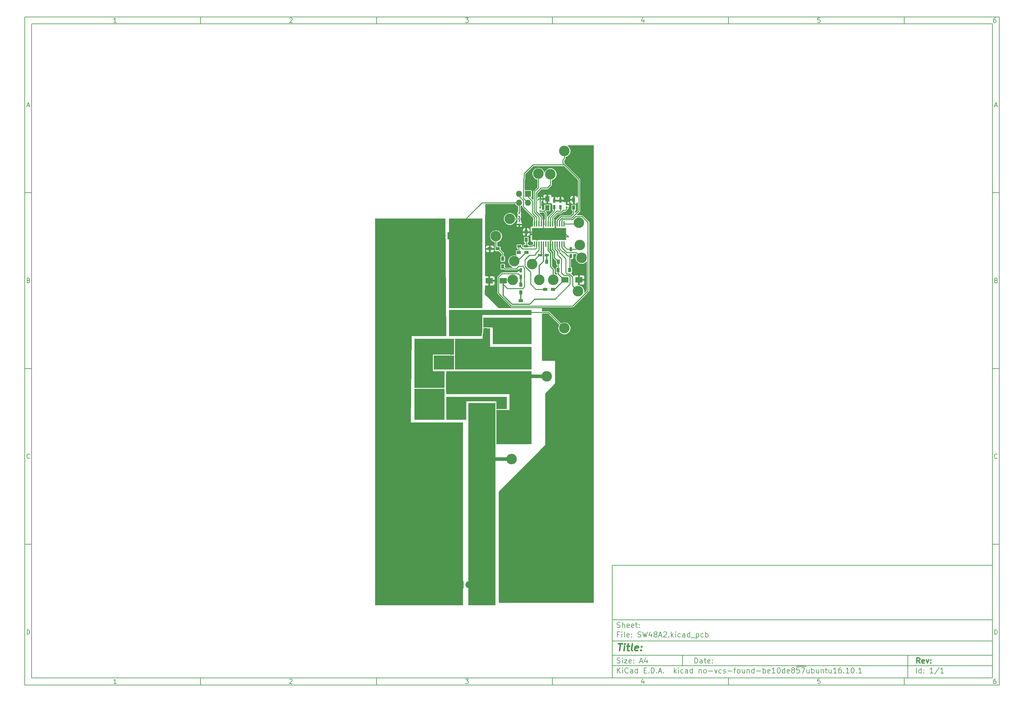
<source format=gbr>
G04 #@! TF.GenerationSoftware,KiCad,Pcbnew,no-vcs-found-be10de8~57~ubuntu16.10.1*
G04 #@! TF.CreationDate,2017-03-16T11:48:35+01:00*
G04 #@! TF.ProjectId,SW48A2,5357343841322E6B696361645F706362,rev?*
G04 #@! TF.FileFunction,Copper,L1,Top,Signal*
G04 #@! TF.FilePolarity,Positive*
%FSLAX46Y46*%
G04 Gerber Fmt 4.6, Leading zero omitted, Abs format (unit mm)*
G04 Created by KiCad (PCBNEW no-vcs-found-be10de8~57~ubuntu16.10.1) date Thu Mar 16 11:48:35 2017*
%MOMM*%
%LPD*%
G01*
G04 APERTURE LIST*
%ADD10C,0.100000*%
%ADD11C,0.150000*%
%ADD12C,0.300000*%
%ADD13C,0.400000*%
%ADD14R,0.400000X1.600000*%
%ADD15R,9.700000X3.400000*%
%ADD16C,0.400000*%
%ADD17R,0.900000X1.200000*%
%ADD18R,1.200000X0.900000*%
%ADD19R,1.250000X1.500000*%
%ADD20R,0.910000X1.220000*%
%ADD21R,0.900000X0.700000*%
%ADD22R,4.560000X5.000000*%
%ADD23R,0.630000X0.500000*%
%ADD24R,1.900000X2.450000*%
%ADD25R,3.500000X1.600000*%
%ADD26C,3.000000*%
%ADD27R,2.000000X1.600000*%
%ADD28R,0.750000X1.200000*%
%ADD29R,0.350000X0.300000*%
%ADD30R,1.200000X0.750000*%
%ADD31R,2.400000X5.000000*%
%ADD32R,1.220000X0.910000*%
%ADD33R,3.500120X2.301240*%
%ADD34O,1.998980X1.998980*%
%ADD35R,1.998980X1.998980*%
%ADD36R,0.600000X0.400000*%
%ADD37R,9.000000X2.000000*%
%ADD38R,3.000000X5.000000*%
%ADD39R,1.727200X1.727200*%
%ADD40O,1.727200X1.727200*%
%ADD41C,0.600000*%
%ADD42C,0.250000*%
%ADD43C,1.000000*%
%ADD44C,0.254000*%
G04 APERTURE END LIST*
D10*
D11*
X177002200Y-166007200D02*
X177002200Y-198007200D01*
X285002200Y-198007200D01*
X285002200Y-166007200D01*
X177002200Y-166007200D01*
D10*
D11*
X10000000Y-10000000D02*
X10000000Y-200007200D01*
X287002200Y-200007200D01*
X287002200Y-10000000D01*
X10000000Y-10000000D01*
D10*
D11*
X12000000Y-12000000D02*
X12000000Y-198007200D01*
X285002200Y-198007200D01*
X285002200Y-12000000D01*
X12000000Y-12000000D01*
D10*
D11*
X60000000Y-12000000D02*
X60000000Y-10000000D01*
D10*
D11*
X110000000Y-12000000D02*
X110000000Y-10000000D01*
D10*
D11*
X160000000Y-12000000D02*
X160000000Y-10000000D01*
D10*
D11*
X210000000Y-12000000D02*
X210000000Y-10000000D01*
D10*
D11*
X260000000Y-12000000D02*
X260000000Y-10000000D01*
D10*
D11*
X36065476Y-11588095D02*
X35322619Y-11588095D01*
X35694047Y-11588095D02*
X35694047Y-10288095D01*
X35570238Y-10473809D01*
X35446428Y-10597619D01*
X35322619Y-10659523D01*
D10*
D11*
X85322619Y-10411904D02*
X85384523Y-10350000D01*
X85508333Y-10288095D01*
X85817857Y-10288095D01*
X85941666Y-10350000D01*
X86003571Y-10411904D01*
X86065476Y-10535714D01*
X86065476Y-10659523D01*
X86003571Y-10845238D01*
X85260714Y-11588095D01*
X86065476Y-11588095D01*
D10*
D11*
X135260714Y-10288095D02*
X136065476Y-10288095D01*
X135632142Y-10783333D01*
X135817857Y-10783333D01*
X135941666Y-10845238D01*
X136003571Y-10907142D01*
X136065476Y-11030952D01*
X136065476Y-11340476D01*
X136003571Y-11464285D01*
X135941666Y-11526190D01*
X135817857Y-11588095D01*
X135446428Y-11588095D01*
X135322619Y-11526190D01*
X135260714Y-11464285D01*
D10*
D11*
X185941666Y-10721428D02*
X185941666Y-11588095D01*
X185632142Y-10226190D02*
X185322619Y-11154761D01*
X186127380Y-11154761D01*
D10*
D11*
X236003571Y-10288095D02*
X235384523Y-10288095D01*
X235322619Y-10907142D01*
X235384523Y-10845238D01*
X235508333Y-10783333D01*
X235817857Y-10783333D01*
X235941666Y-10845238D01*
X236003571Y-10907142D01*
X236065476Y-11030952D01*
X236065476Y-11340476D01*
X236003571Y-11464285D01*
X235941666Y-11526190D01*
X235817857Y-11588095D01*
X235508333Y-11588095D01*
X235384523Y-11526190D01*
X235322619Y-11464285D01*
D10*
D11*
X285941666Y-10288095D02*
X285694047Y-10288095D01*
X285570238Y-10350000D01*
X285508333Y-10411904D01*
X285384523Y-10597619D01*
X285322619Y-10845238D01*
X285322619Y-11340476D01*
X285384523Y-11464285D01*
X285446428Y-11526190D01*
X285570238Y-11588095D01*
X285817857Y-11588095D01*
X285941666Y-11526190D01*
X286003571Y-11464285D01*
X286065476Y-11340476D01*
X286065476Y-11030952D01*
X286003571Y-10907142D01*
X285941666Y-10845238D01*
X285817857Y-10783333D01*
X285570238Y-10783333D01*
X285446428Y-10845238D01*
X285384523Y-10907142D01*
X285322619Y-11030952D01*
D10*
D11*
X60000000Y-198007200D02*
X60000000Y-200007200D01*
D10*
D11*
X110000000Y-198007200D02*
X110000000Y-200007200D01*
D10*
D11*
X160000000Y-198007200D02*
X160000000Y-200007200D01*
D10*
D11*
X210000000Y-198007200D02*
X210000000Y-200007200D01*
D10*
D11*
X260000000Y-198007200D02*
X260000000Y-200007200D01*
D10*
D11*
X36065476Y-199595295D02*
X35322619Y-199595295D01*
X35694047Y-199595295D02*
X35694047Y-198295295D01*
X35570238Y-198481009D01*
X35446428Y-198604819D01*
X35322619Y-198666723D01*
D10*
D11*
X85322619Y-198419104D02*
X85384523Y-198357200D01*
X85508333Y-198295295D01*
X85817857Y-198295295D01*
X85941666Y-198357200D01*
X86003571Y-198419104D01*
X86065476Y-198542914D01*
X86065476Y-198666723D01*
X86003571Y-198852438D01*
X85260714Y-199595295D01*
X86065476Y-199595295D01*
D10*
D11*
X135260714Y-198295295D02*
X136065476Y-198295295D01*
X135632142Y-198790533D01*
X135817857Y-198790533D01*
X135941666Y-198852438D01*
X136003571Y-198914342D01*
X136065476Y-199038152D01*
X136065476Y-199347676D01*
X136003571Y-199471485D01*
X135941666Y-199533390D01*
X135817857Y-199595295D01*
X135446428Y-199595295D01*
X135322619Y-199533390D01*
X135260714Y-199471485D01*
D10*
D11*
X185941666Y-198728628D02*
X185941666Y-199595295D01*
X185632142Y-198233390D02*
X185322619Y-199161961D01*
X186127380Y-199161961D01*
D10*
D11*
X236003571Y-198295295D02*
X235384523Y-198295295D01*
X235322619Y-198914342D01*
X235384523Y-198852438D01*
X235508333Y-198790533D01*
X235817857Y-198790533D01*
X235941666Y-198852438D01*
X236003571Y-198914342D01*
X236065476Y-199038152D01*
X236065476Y-199347676D01*
X236003571Y-199471485D01*
X235941666Y-199533390D01*
X235817857Y-199595295D01*
X235508333Y-199595295D01*
X235384523Y-199533390D01*
X235322619Y-199471485D01*
D10*
D11*
X285941666Y-198295295D02*
X285694047Y-198295295D01*
X285570238Y-198357200D01*
X285508333Y-198419104D01*
X285384523Y-198604819D01*
X285322619Y-198852438D01*
X285322619Y-199347676D01*
X285384523Y-199471485D01*
X285446428Y-199533390D01*
X285570238Y-199595295D01*
X285817857Y-199595295D01*
X285941666Y-199533390D01*
X286003571Y-199471485D01*
X286065476Y-199347676D01*
X286065476Y-199038152D01*
X286003571Y-198914342D01*
X285941666Y-198852438D01*
X285817857Y-198790533D01*
X285570238Y-198790533D01*
X285446428Y-198852438D01*
X285384523Y-198914342D01*
X285322619Y-199038152D01*
D10*
D11*
X10000000Y-60000000D02*
X12000000Y-60000000D01*
D10*
D11*
X10000000Y-110000000D02*
X12000000Y-110000000D01*
D10*
D11*
X10000000Y-160000000D02*
X12000000Y-160000000D01*
D10*
D11*
X10690476Y-35216666D02*
X11309523Y-35216666D01*
X10566666Y-35588095D02*
X11000000Y-34288095D01*
X11433333Y-35588095D01*
D10*
D11*
X11092857Y-84907142D02*
X11278571Y-84969047D01*
X11340476Y-85030952D01*
X11402380Y-85154761D01*
X11402380Y-85340476D01*
X11340476Y-85464285D01*
X11278571Y-85526190D01*
X11154761Y-85588095D01*
X10659523Y-85588095D01*
X10659523Y-84288095D01*
X11092857Y-84288095D01*
X11216666Y-84350000D01*
X11278571Y-84411904D01*
X11340476Y-84535714D01*
X11340476Y-84659523D01*
X11278571Y-84783333D01*
X11216666Y-84845238D01*
X11092857Y-84907142D01*
X10659523Y-84907142D01*
D10*
D11*
X11402380Y-135464285D02*
X11340476Y-135526190D01*
X11154761Y-135588095D01*
X11030952Y-135588095D01*
X10845238Y-135526190D01*
X10721428Y-135402380D01*
X10659523Y-135278571D01*
X10597619Y-135030952D01*
X10597619Y-134845238D01*
X10659523Y-134597619D01*
X10721428Y-134473809D01*
X10845238Y-134350000D01*
X11030952Y-134288095D01*
X11154761Y-134288095D01*
X11340476Y-134350000D01*
X11402380Y-134411904D01*
D10*
D11*
X10659523Y-185588095D02*
X10659523Y-184288095D01*
X10969047Y-184288095D01*
X11154761Y-184350000D01*
X11278571Y-184473809D01*
X11340476Y-184597619D01*
X11402380Y-184845238D01*
X11402380Y-185030952D01*
X11340476Y-185278571D01*
X11278571Y-185402380D01*
X11154761Y-185526190D01*
X10969047Y-185588095D01*
X10659523Y-185588095D01*
D10*
D11*
X287002200Y-60000000D02*
X285002200Y-60000000D01*
D10*
D11*
X287002200Y-110000000D02*
X285002200Y-110000000D01*
D10*
D11*
X287002200Y-160000000D02*
X285002200Y-160000000D01*
D10*
D11*
X285692676Y-35216666D02*
X286311723Y-35216666D01*
X285568866Y-35588095D02*
X286002200Y-34288095D01*
X286435533Y-35588095D01*
D10*
D11*
X286095057Y-84907142D02*
X286280771Y-84969047D01*
X286342676Y-85030952D01*
X286404580Y-85154761D01*
X286404580Y-85340476D01*
X286342676Y-85464285D01*
X286280771Y-85526190D01*
X286156961Y-85588095D01*
X285661723Y-85588095D01*
X285661723Y-84288095D01*
X286095057Y-84288095D01*
X286218866Y-84350000D01*
X286280771Y-84411904D01*
X286342676Y-84535714D01*
X286342676Y-84659523D01*
X286280771Y-84783333D01*
X286218866Y-84845238D01*
X286095057Y-84907142D01*
X285661723Y-84907142D01*
D10*
D11*
X286404580Y-135464285D02*
X286342676Y-135526190D01*
X286156961Y-135588095D01*
X286033152Y-135588095D01*
X285847438Y-135526190D01*
X285723628Y-135402380D01*
X285661723Y-135278571D01*
X285599819Y-135030952D01*
X285599819Y-134845238D01*
X285661723Y-134597619D01*
X285723628Y-134473809D01*
X285847438Y-134350000D01*
X286033152Y-134288095D01*
X286156961Y-134288095D01*
X286342676Y-134350000D01*
X286404580Y-134411904D01*
D10*
D11*
X285661723Y-185588095D02*
X285661723Y-184288095D01*
X285971247Y-184288095D01*
X286156961Y-184350000D01*
X286280771Y-184473809D01*
X286342676Y-184597619D01*
X286404580Y-184845238D01*
X286404580Y-185030952D01*
X286342676Y-185278571D01*
X286280771Y-185402380D01*
X286156961Y-185526190D01*
X285971247Y-185588095D01*
X285661723Y-185588095D01*
D10*
D11*
X200434342Y-193785771D02*
X200434342Y-192285771D01*
X200791485Y-192285771D01*
X201005771Y-192357200D01*
X201148628Y-192500057D01*
X201220057Y-192642914D01*
X201291485Y-192928628D01*
X201291485Y-193142914D01*
X201220057Y-193428628D01*
X201148628Y-193571485D01*
X201005771Y-193714342D01*
X200791485Y-193785771D01*
X200434342Y-193785771D01*
X202577200Y-193785771D02*
X202577200Y-193000057D01*
X202505771Y-192857200D01*
X202362914Y-192785771D01*
X202077200Y-192785771D01*
X201934342Y-192857200D01*
X202577200Y-193714342D02*
X202434342Y-193785771D01*
X202077200Y-193785771D01*
X201934342Y-193714342D01*
X201862914Y-193571485D01*
X201862914Y-193428628D01*
X201934342Y-193285771D01*
X202077200Y-193214342D01*
X202434342Y-193214342D01*
X202577200Y-193142914D01*
X203077200Y-192785771D02*
X203648628Y-192785771D01*
X203291485Y-192285771D02*
X203291485Y-193571485D01*
X203362914Y-193714342D01*
X203505771Y-193785771D01*
X203648628Y-193785771D01*
X204720057Y-193714342D02*
X204577200Y-193785771D01*
X204291485Y-193785771D01*
X204148628Y-193714342D01*
X204077200Y-193571485D01*
X204077200Y-193000057D01*
X204148628Y-192857200D01*
X204291485Y-192785771D01*
X204577200Y-192785771D01*
X204720057Y-192857200D01*
X204791485Y-193000057D01*
X204791485Y-193142914D01*
X204077200Y-193285771D01*
X205434342Y-193642914D02*
X205505771Y-193714342D01*
X205434342Y-193785771D01*
X205362914Y-193714342D01*
X205434342Y-193642914D01*
X205434342Y-193785771D01*
X205434342Y-192857200D02*
X205505771Y-192928628D01*
X205434342Y-193000057D01*
X205362914Y-192928628D01*
X205434342Y-192857200D01*
X205434342Y-193000057D01*
D10*
D11*
X177002200Y-194507200D02*
X285002200Y-194507200D01*
D10*
D11*
X178434342Y-196585771D02*
X178434342Y-195085771D01*
X179291485Y-196585771D02*
X178648628Y-195728628D01*
X179291485Y-195085771D02*
X178434342Y-195942914D01*
X179934342Y-196585771D02*
X179934342Y-195585771D01*
X179934342Y-195085771D02*
X179862914Y-195157200D01*
X179934342Y-195228628D01*
X180005771Y-195157200D01*
X179934342Y-195085771D01*
X179934342Y-195228628D01*
X181505771Y-196442914D02*
X181434342Y-196514342D01*
X181220057Y-196585771D01*
X181077200Y-196585771D01*
X180862914Y-196514342D01*
X180720057Y-196371485D01*
X180648628Y-196228628D01*
X180577200Y-195942914D01*
X180577200Y-195728628D01*
X180648628Y-195442914D01*
X180720057Y-195300057D01*
X180862914Y-195157200D01*
X181077200Y-195085771D01*
X181220057Y-195085771D01*
X181434342Y-195157200D01*
X181505771Y-195228628D01*
X182791485Y-196585771D02*
X182791485Y-195800057D01*
X182720057Y-195657200D01*
X182577200Y-195585771D01*
X182291485Y-195585771D01*
X182148628Y-195657200D01*
X182791485Y-196514342D02*
X182648628Y-196585771D01*
X182291485Y-196585771D01*
X182148628Y-196514342D01*
X182077200Y-196371485D01*
X182077200Y-196228628D01*
X182148628Y-196085771D01*
X182291485Y-196014342D01*
X182648628Y-196014342D01*
X182791485Y-195942914D01*
X184148628Y-196585771D02*
X184148628Y-195085771D01*
X184148628Y-196514342D02*
X184005771Y-196585771D01*
X183720057Y-196585771D01*
X183577200Y-196514342D01*
X183505771Y-196442914D01*
X183434342Y-196300057D01*
X183434342Y-195871485D01*
X183505771Y-195728628D01*
X183577200Y-195657200D01*
X183720057Y-195585771D01*
X184005771Y-195585771D01*
X184148628Y-195657200D01*
X186005771Y-195800057D02*
X186505771Y-195800057D01*
X186720057Y-196585771D02*
X186005771Y-196585771D01*
X186005771Y-195085771D01*
X186720057Y-195085771D01*
X187362914Y-196442914D02*
X187434342Y-196514342D01*
X187362914Y-196585771D01*
X187291485Y-196514342D01*
X187362914Y-196442914D01*
X187362914Y-196585771D01*
X188077200Y-196585771D02*
X188077200Y-195085771D01*
X188434342Y-195085771D01*
X188648628Y-195157200D01*
X188791485Y-195300057D01*
X188862914Y-195442914D01*
X188934342Y-195728628D01*
X188934342Y-195942914D01*
X188862914Y-196228628D01*
X188791485Y-196371485D01*
X188648628Y-196514342D01*
X188434342Y-196585771D01*
X188077200Y-196585771D01*
X189577200Y-196442914D02*
X189648628Y-196514342D01*
X189577200Y-196585771D01*
X189505771Y-196514342D01*
X189577200Y-196442914D01*
X189577200Y-196585771D01*
X190220057Y-196157200D02*
X190934342Y-196157200D01*
X190077200Y-196585771D02*
X190577200Y-195085771D01*
X191077200Y-196585771D01*
X191577200Y-196442914D02*
X191648628Y-196514342D01*
X191577200Y-196585771D01*
X191505771Y-196514342D01*
X191577200Y-196442914D01*
X191577200Y-196585771D01*
X194577200Y-196585771D02*
X194577200Y-195085771D01*
X194720057Y-196014342D02*
X195148628Y-196585771D01*
X195148628Y-195585771D02*
X194577200Y-196157200D01*
X195791485Y-196585771D02*
X195791485Y-195585771D01*
X195791485Y-195085771D02*
X195720057Y-195157200D01*
X195791485Y-195228628D01*
X195862914Y-195157200D01*
X195791485Y-195085771D01*
X195791485Y-195228628D01*
X197148628Y-196514342D02*
X197005771Y-196585771D01*
X196720057Y-196585771D01*
X196577200Y-196514342D01*
X196505771Y-196442914D01*
X196434342Y-196300057D01*
X196434342Y-195871485D01*
X196505771Y-195728628D01*
X196577200Y-195657200D01*
X196720057Y-195585771D01*
X197005771Y-195585771D01*
X197148628Y-195657200D01*
X198434342Y-196585771D02*
X198434342Y-195800057D01*
X198362914Y-195657200D01*
X198220057Y-195585771D01*
X197934342Y-195585771D01*
X197791485Y-195657200D01*
X198434342Y-196514342D02*
X198291485Y-196585771D01*
X197934342Y-196585771D01*
X197791485Y-196514342D01*
X197720057Y-196371485D01*
X197720057Y-196228628D01*
X197791485Y-196085771D01*
X197934342Y-196014342D01*
X198291485Y-196014342D01*
X198434342Y-195942914D01*
X199791485Y-196585771D02*
X199791485Y-195085771D01*
X199791485Y-196514342D02*
X199648628Y-196585771D01*
X199362914Y-196585771D01*
X199220057Y-196514342D01*
X199148628Y-196442914D01*
X199077200Y-196300057D01*
X199077200Y-195871485D01*
X199148628Y-195728628D01*
X199220057Y-195657200D01*
X199362914Y-195585771D01*
X199648628Y-195585771D01*
X199791485Y-195657200D01*
X201648628Y-195585771D02*
X201648628Y-196585771D01*
X201648628Y-195728628D02*
X201720057Y-195657200D01*
X201862914Y-195585771D01*
X202077200Y-195585771D01*
X202220057Y-195657200D01*
X202291485Y-195800057D01*
X202291485Y-196585771D01*
X203220057Y-196585771D02*
X203077200Y-196514342D01*
X203005771Y-196442914D01*
X202934342Y-196300057D01*
X202934342Y-195871485D01*
X203005771Y-195728628D01*
X203077200Y-195657200D01*
X203220057Y-195585771D01*
X203434342Y-195585771D01*
X203577200Y-195657200D01*
X203648628Y-195728628D01*
X203720057Y-195871485D01*
X203720057Y-196300057D01*
X203648628Y-196442914D01*
X203577200Y-196514342D01*
X203434342Y-196585771D01*
X203220057Y-196585771D01*
X204362914Y-196014342D02*
X205505771Y-196014342D01*
X206077200Y-195585771D02*
X206434342Y-196585771D01*
X206791485Y-195585771D01*
X208005771Y-196514342D02*
X207862914Y-196585771D01*
X207577200Y-196585771D01*
X207434342Y-196514342D01*
X207362914Y-196442914D01*
X207291485Y-196300057D01*
X207291485Y-195871485D01*
X207362914Y-195728628D01*
X207434342Y-195657200D01*
X207577200Y-195585771D01*
X207862914Y-195585771D01*
X208005771Y-195657200D01*
X208577200Y-196514342D02*
X208720057Y-196585771D01*
X209005771Y-196585771D01*
X209148628Y-196514342D01*
X209220057Y-196371485D01*
X209220057Y-196300057D01*
X209148628Y-196157200D01*
X209005771Y-196085771D01*
X208791485Y-196085771D01*
X208648628Y-196014342D01*
X208577200Y-195871485D01*
X208577200Y-195800057D01*
X208648628Y-195657200D01*
X208791485Y-195585771D01*
X209005771Y-195585771D01*
X209148628Y-195657200D01*
X209862914Y-196014342D02*
X211005771Y-196014342D01*
X211505771Y-195585771D02*
X212077200Y-195585771D01*
X211720057Y-196585771D02*
X211720057Y-195300057D01*
X211791485Y-195157200D01*
X211934342Y-195085771D01*
X212077200Y-195085771D01*
X212791485Y-196585771D02*
X212648628Y-196514342D01*
X212577200Y-196442914D01*
X212505771Y-196300057D01*
X212505771Y-195871485D01*
X212577200Y-195728628D01*
X212648628Y-195657200D01*
X212791485Y-195585771D01*
X213005771Y-195585771D01*
X213148628Y-195657200D01*
X213220057Y-195728628D01*
X213291485Y-195871485D01*
X213291485Y-196300057D01*
X213220057Y-196442914D01*
X213148628Y-196514342D01*
X213005771Y-196585771D01*
X212791485Y-196585771D01*
X214577200Y-195585771D02*
X214577200Y-196585771D01*
X213934342Y-195585771D02*
X213934342Y-196371485D01*
X214005771Y-196514342D01*
X214148628Y-196585771D01*
X214362914Y-196585771D01*
X214505771Y-196514342D01*
X214577200Y-196442914D01*
X215291485Y-195585771D02*
X215291485Y-196585771D01*
X215291485Y-195728628D02*
X215362914Y-195657200D01*
X215505771Y-195585771D01*
X215720057Y-195585771D01*
X215862914Y-195657200D01*
X215934342Y-195800057D01*
X215934342Y-196585771D01*
X217291485Y-196585771D02*
X217291485Y-195085771D01*
X217291485Y-196514342D02*
X217148628Y-196585771D01*
X216862914Y-196585771D01*
X216720057Y-196514342D01*
X216648628Y-196442914D01*
X216577200Y-196300057D01*
X216577200Y-195871485D01*
X216648628Y-195728628D01*
X216720057Y-195657200D01*
X216862914Y-195585771D01*
X217148628Y-195585771D01*
X217291485Y-195657200D01*
X218005771Y-196014342D02*
X219148628Y-196014342D01*
X219862914Y-196585771D02*
X219862914Y-195085771D01*
X219862914Y-195657200D02*
X220005771Y-195585771D01*
X220291485Y-195585771D01*
X220434342Y-195657200D01*
X220505771Y-195728628D01*
X220577200Y-195871485D01*
X220577200Y-196300057D01*
X220505771Y-196442914D01*
X220434342Y-196514342D01*
X220291485Y-196585771D01*
X220005771Y-196585771D01*
X219862914Y-196514342D01*
X221791485Y-196514342D02*
X221648628Y-196585771D01*
X221362914Y-196585771D01*
X221220057Y-196514342D01*
X221148628Y-196371485D01*
X221148628Y-195800057D01*
X221220057Y-195657200D01*
X221362914Y-195585771D01*
X221648628Y-195585771D01*
X221791485Y-195657200D01*
X221862914Y-195800057D01*
X221862914Y-195942914D01*
X221148628Y-196085771D01*
X223291485Y-196585771D02*
X222434342Y-196585771D01*
X222862914Y-196585771D02*
X222862914Y-195085771D01*
X222720057Y-195300057D01*
X222577200Y-195442914D01*
X222434342Y-195514342D01*
X224220057Y-195085771D02*
X224362914Y-195085771D01*
X224505771Y-195157200D01*
X224577200Y-195228628D01*
X224648628Y-195371485D01*
X224720057Y-195657200D01*
X224720057Y-196014342D01*
X224648628Y-196300057D01*
X224577200Y-196442914D01*
X224505771Y-196514342D01*
X224362914Y-196585771D01*
X224220057Y-196585771D01*
X224077200Y-196514342D01*
X224005771Y-196442914D01*
X223934342Y-196300057D01*
X223862914Y-196014342D01*
X223862914Y-195657200D01*
X223934342Y-195371485D01*
X224005771Y-195228628D01*
X224077200Y-195157200D01*
X224220057Y-195085771D01*
X226005771Y-196585771D02*
X226005771Y-195085771D01*
X226005771Y-196514342D02*
X225862914Y-196585771D01*
X225577200Y-196585771D01*
X225434342Y-196514342D01*
X225362914Y-196442914D01*
X225291485Y-196300057D01*
X225291485Y-195871485D01*
X225362914Y-195728628D01*
X225434342Y-195657200D01*
X225577200Y-195585771D01*
X225862914Y-195585771D01*
X226005771Y-195657200D01*
X227291485Y-196514342D02*
X227148628Y-196585771D01*
X226862914Y-196585771D01*
X226720057Y-196514342D01*
X226648628Y-196371485D01*
X226648628Y-195800057D01*
X226720057Y-195657200D01*
X226862914Y-195585771D01*
X227148628Y-195585771D01*
X227291485Y-195657200D01*
X227362914Y-195800057D01*
X227362914Y-195942914D01*
X226648628Y-196085771D01*
X228220057Y-195728628D02*
X228077200Y-195657200D01*
X228005771Y-195585771D01*
X227934342Y-195442914D01*
X227934342Y-195371485D01*
X228005771Y-195228628D01*
X228077200Y-195157200D01*
X228220057Y-195085771D01*
X228505771Y-195085771D01*
X228648628Y-195157200D01*
X228720057Y-195228628D01*
X228791485Y-195371485D01*
X228791485Y-195442914D01*
X228720057Y-195585771D01*
X228648628Y-195657200D01*
X228505771Y-195728628D01*
X228220057Y-195728628D01*
X228077200Y-195800057D01*
X228005771Y-195871485D01*
X227934342Y-196014342D01*
X227934342Y-196300057D01*
X228005771Y-196442914D01*
X228077200Y-196514342D01*
X228220057Y-196585771D01*
X228505771Y-196585771D01*
X228648628Y-196514342D01*
X228720057Y-196442914D01*
X228791485Y-196300057D01*
X228791485Y-196014342D01*
X228720057Y-195871485D01*
X228648628Y-195800057D01*
X228505771Y-195728628D01*
X229324700Y-194677200D02*
X230505771Y-194677200D01*
X230148628Y-195085771D02*
X229434342Y-195085771D01*
X229362914Y-195800057D01*
X229434342Y-195728628D01*
X229577200Y-195657200D01*
X229934342Y-195657200D01*
X230077200Y-195728628D01*
X230148628Y-195800057D01*
X230220057Y-195942914D01*
X230220057Y-196300057D01*
X230148628Y-196442914D01*
X230077200Y-196514342D01*
X229934342Y-196585771D01*
X229577200Y-196585771D01*
X229434342Y-196514342D01*
X229362914Y-196442914D01*
X230505771Y-194677200D02*
X231934342Y-194677200D01*
X230720057Y-195085771D02*
X231720057Y-195085771D01*
X231077200Y-196585771D01*
X232934342Y-195585771D02*
X232934342Y-196585771D01*
X232291485Y-195585771D02*
X232291485Y-196371485D01*
X232362914Y-196514342D01*
X232505771Y-196585771D01*
X232720057Y-196585771D01*
X232862914Y-196514342D01*
X232934342Y-196442914D01*
X233648628Y-196585771D02*
X233648628Y-195085771D01*
X233648628Y-195657200D02*
X233791485Y-195585771D01*
X234077200Y-195585771D01*
X234220057Y-195657200D01*
X234291485Y-195728628D01*
X234362914Y-195871485D01*
X234362914Y-196300057D01*
X234291485Y-196442914D01*
X234220057Y-196514342D01*
X234077200Y-196585771D01*
X233791485Y-196585771D01*
X233648628Y-196514342D01*
X235648628Y-195585771D02*
X235648628Y-196585771D01*
X235005771Y-195585771D02*
X235005771Y-196371485D01*
X235077200Y-196514342D01*
X235220057Y-196585771D01*
X235434342Y-196585771D01*
X235577200Y-196514342D01*
X235648628Y-196442914D01*
X236362914Y-195585771D02*
X236362914Y-196585771D01*
X236362914Y-195728628D02*
X236434342Y-195657200D01*
X236577200Y-195585771D01*
X236791485Y-195585771D01*
X236934342Y-195657200D01*
X237005771Y-195800057D01*
X237005771Y-196585771D01*
X237505771Y-195585771D02*
X238077200Y-195585771D01*
X237720057Y-195085771D02*
X237720057Y-196371485D01*
X237791485Y-196514342D01*
X237934342Y-196585771D01*
X238077200Y-196585771D01*
X239220057Y-195585771D02*
X239220057Y-196585771D01*
X238577200Y-195585771D02*
X238577200Y-196371485D01*
X238648628Y-196514342D01*
X238791485Y-196585771D01*
X239005771Y-196585771D01*
X239148628Y-196514342D01*
X239220057Y-196442914D01*
X240720057Y-196585771D02*
X239862914Y-196585771D01*
X240291485Y-196585771D02*
X240291485Y-195085771D01*
X240148628Y-195300057D01*
X240005771Y-195442914D01*
X239862914Y-195514342D01*
X242005771Y-195085771D02*
X241720057Y-195085771D01*
X241577200Y-195157200D01*
X241505771Y-195228628D01*
X241362914Y-195442914D01*
X241291485Y-195728628D01*
X241291485Y-196300057D01*
X241362914Y-196442914D01*
X241434342Y-196514342D01*
X241577200Y-196585771D01*
X241862914Y-196585771D01*
X242005771Y-196514342D01*
X242077200Y-196442914D01*
X242148628Y-196300057D01*
X242148628Y-195942914D01*
X242077200Y-195800057D01*
X242005771Y-195728628D01*
X241862914Y-195657200D01*
X241577200Y-195657200D01*
X241434342Y-195728628D01*
X241362914Y-195800057D01*
X241291485Y-195942914D01*
X242791485Y-196442914D02*
X242862914Y-196514342D01*
X242791485Y-196585771D01*
X242720057Y-196514342D01*
X242791485Y-196442914D01*
X242791485Y-196585771D01*
X244291485Y-196585771D02*
X243434342Y-196585771D01*
X243862914Y-196585771D02*
X243862914Y-195085771D01*
X243720057Y-195300057D01*
X243577200Y-195442914D01*
X243434342Y-195514342D01*
X245220057Y-195085771D02*
X245362914Y-195085771D01*
X245505771Y-195157200D01*
X245577200Y-195228628D01*
X245648628Y-195371485D01*
X245720057Y-195657200D01*
X245720057Y-196014342D01*
X245648628Y-196300057D01*
X245577200Y-196442914D01*
X245505771Y-196514342D01*
X245362914Y-196585771D01*
X245220057Y-196585771D01*
X245077200Y-196514342D01*
X245005771Y-196442914D01*
X244934342Y-196300057D01*
X244862914Y-196014342D01*
X244862914Y-195657200D01*
X244934342Y-195371485D01*
X245005771Y-195228628D01*
X245077200Y-195157200D01*
X245220057Y-195085771D01*
X246362914Y-196442914D02*
X246434342Y-196514342D01*
X246362914Y-196585771D01*
X246291485Y-196514342D01*
X246362914Y-196442914D01*
X246362914Y-196585771D01*
X247862914Y-196585771D02*
X247005771Y-196585771D01*
X247434342Y-196585771D02*
X247434342Y-195085771D01*
X247291485Y-195300057D01*
X247148628Y-195442914D01*
X247005771Y-195514342D01*
D10*
D11*
X177002200Y-191507200D02*
X285002200Y-191507200D01*
D10*
D12*
X264411485Y-193785771D02*
X263911485Y-193071485D01*
X263554342Y-193785771D02*
X263554342Y-192285771D01*
X264125771Y-192285771D01*
X264268628Y-192357200D01*
X264340057Y-192428628D01*
X264411485Y-192571485D01*
X264411485Y-192785771D01*
X264340057Y-192928628D01*
X264268628Y-193000057D01*
X264125771Y-193071485D01*
X263554342Y-193071485D01*
X265625771Y-193714342D02*
X265482914Y-193785771D01*
X265197200Y-193785771D01*
X265054342Y-193714342D01*
X264982914Y-193571485D01*
X264982914Y-193000057D01*
X265054342Y-192857200D01*
X265197200Y-192785771D01*
X265482914Y-192785771D01*
X265625771Y-192857200D01*
X265697200Y-193000057D01*
X265697200Y-193142914D01*
X264982914Y-193285771D01*
X266197200Y-192785771D02*
X266554342Y-193785771D01*
X266911485Y-192785771D01*
X267482914Y-193642914D02*
X267554342Y-193714342D01*
X267482914Y-193785771D01*
X267411485Y-193714342D01*
X267482914Y-193642914D01*
X267482914Y-193785771D01*
X267482914Y-192857200D02*
X267554342Y-192928628D01*
X267482914Y-193000057D01*
X267411485Y-192928628D01*
X267482914Y-192857200D01*
X267482914Y-193000057D01*
D10*
D11*
X178362914Y-193714342D02*
X178577200Y-193785771D01*
X178934342Y-193785771D01*
X179077200Y-193714342D01*
X179148628Y-193642914D01*
X179220057Y-193500057D01*
X179220057Y-193357200D01*
X179148628Y-193214342D01*
X179077200Y-193142914D01*
X178934342Y-193071485D01*
X178648628Y-193000057D01*
X178505771Y-192928628D01*
X178434342Y-192857200D01*
X178362914Y-192714342D01*
X178362914Y-192571485D01*
X178434342Y-192428628D01*
X178505771Y-192357200D01*
X178648628Y-192285771D01*
X179005771Y-192285771D01*
X179220057Y-192357200D01*
X179862914Y-193785771D02*
X179862914Y-192785771D01*
X179862914Y-192285771D02*
X179791485Y-192357200D01*
X179862914Y-192428628D01*
X179934342Y-192357200D01*
X179862914Y-192285771D01*
X179862914Y-192428628D01*
X180434342Y-192785771D02*
X181220057Y-192785771D01*
X180434342Y-193785771D01*
X181220057Y-193785771D01*
X182362914Y-193714342D02*
X182220057Y-193785771D01*
X181934342Y-193785771D01*
X181791485Y-193714342D01*
X181720057Y-193571485D01*
X181720057Y-193000057D01*
X181791485Y-192857200D01*
X181934342Y-192785771D01*
X182220057Y-192785771D01*
X182362914Y-192857200D01*
X182434342Y-193000057D01*
X182434342Y-193142914D01*
X181720057Y-193285771D01*
X183077200Y-193642914D02*
X183148628Y-193714342D01*
X183077200Y-193785771D01*
X183005771Y-193714342D01*
X183077200Y-193642914D01*
X183077200Y-193785771D01*
X183077200Y-192857200D02*
X183148628Y-192928628D01*
X183077200Y-193000057D01*
X183005771Y-192928628D01*
X183077200Y-192857200D01*
X183077200Y-193000057D01*
X184862914Y-193357200D02*
X185577200Y-193357200D01*
X184720057Y-193785771D02*
X185220057Y-192285771D01*
X185720057Y-193785771D01*
X186862914Y-192785771D02*
X186862914Y-193785771D01*
X186505771Y-192214342D02*
X186148628Y-193285771D01*
X187077200Y-193285771D01*
D10*
D11*
X263434342Y-196585771D02*
X263434342Y-195085771D01*
X264791485Y-196585771D02*
X264791485Y-195085771D01*
X264791485Y-196514342D02*
X264648628Y-196585771D01*
X264362914Y-196585771D01*
X264220057Y-196514342D01*
X264148628Y-196442914D01*
X264077200Y-196300057D01*
X264077200Y-195871485D01*
X264148628Y-195728628D01*
X264220057Y-195657200D01*
X264362914Y-195585771D01*
X264648628Y-195585771D01*
X264791485Y-195657200D01*
X265505771Y-196442914D02*
X265577200Y-196514342D01*
X265505771Y-196585771D01*
X265434342Y-196514342D01*
X265505771Y-196442914D01*
X265505771Y-196585771D01*
X265505771Y-195657200D02*
X265577200Y-195728628D01*
X265505771Y-195800057D01*
X265434342Y-195728628D01*
X265505771Y-195657200D01*
X265505771Y-195800057D01*
X268148628Y-196585771D02*
X267291485Y-196585771D01*
X267720057Y-196585771D02*
X267720057Y-195085771D01*
X267577200Y-195300057D01*
X267434342Y-195442914D01*
X267291485Y-195514342D01*
X269862914Y-195014342D02*
X268577200Y-196942914D01*
X271148628Y-196585771D02*
X270291485Y-196585771D01*
X270720057Y-196585771D02*
X270720057Y-195085771D01*
X270577200Y-195300057D01*
X270434342Y-195442914D01*
X270291485Y-195514342D01*
D10*
D11*
X177002200Y-187507200D02*
X285002200Y-187507200D01*
D10*
D13*
X178714580Y-188211961D02*
X179857438Y-188211961D01*
X179036009Y-190211961D02*
X179286009Y-188211961D01*
X180274104Y-190211961D02*
X180440771Y-188878628D01*
X180524104Y-188211961D02*
X180416961Y-188307200D01*
X180500295Y-188402438D01*
X180607438Y-188307200D01*
X180524104Y-188211961D01*
X180500295Y-188402438D01*
X181107438Y-188878628D02*
X181869342Y-188878628D01*
X181476485Y-188211961D02*
X181262200Y-189926247D01*
X181333628Y-190116723D01*
X181512200Y-190211961D01*
X181702676Y-190211961D01*
X182655057Y-190211961D02*
X182476485Y-190116723D01*
X182405057Y-189926247D01*
X182619342Y-188211961D01*
X184190771Y-190116723D02*
X183988390Y-190211961D01*
X183607438Y-190211961D01*
X183428866Y-190116723D01*
X183357438Y-189926247D01*
X183452676Y-189164342D01*
X183571723Y-188973866D01*
X183774104Y-188878628D01*
X184155057Y-188878628D01*
X184333628Y-188973866D01*
X184405057Y-189164342D01*
X184381247Y-189354819D01*
X183405057Y-189545295D01*
X185155057Y-190021485D02*
X185238390Y-190116723D01*
X185131247Y-190211961D01*
X185047914Y-190116723D01*
X185155057Y-190021485D01*
X185131247Y-190211961D01*
X185286009Y-188973866D02*
X185369342Y-189069104D01*
X185262200Y-189164342D01*
X185178866Y-189069104D01*
X185286009Y-188973866D01*
X185262200Y-189164342D01*
D10*
D11*
X178934342Y-185600057D02*
X178434342Y-185600057D01*
X178434342Y-186385771D02*
X178434342Y-184885771D01*
X179148628Y-184885771D01*
X179720057Y-186385771D02*
X179720057Y-185385771D01*
X179720057Y-184885771D02*
X179648628Y-184957200D01*
X179720057Y-185028628D01*
X179791485Y-184957200D01*
X179720057Y-184885771D01*
X179720057Y-185028628D01*
X180648628Y-186385771D02*
X180505771Y-186314342D01*
X180434342Y-186171485D01*
X180434342Y-184885771D01*
X181791485Y-186314342D02*
X181648628Y-186385771D01*
X181362914Y-186385771D01*
X181220057Y-186314342D01*
X181148628Y-186171485D01*
X181148628Y-185600057D01*
X181220057Y-185457200D01*
X181362914Y-185385771D01*
X181648628Y-185385771D01*
X181791485Y-185457200D01*
X181862914Y-185600057D01*
X181862914Y-185742914D01*
X181148628Y-185885771D01*
X182505771Y-186242914D02*
X182577200Y-186314342D01*
X182505771Y-186385771D01*
X182434342Y-186314342D01*
X182505771Y-186242914D01*
X182505771Y-186385771D01*
X182505771Y-185457200D02*
X182577200Y-185528628D01*
X182505771Y-185600057D01*
X182434342Y-185528628D01*
X182505771Y-185457200D01*
X182505771Y-185600057D01*
X184291485Y-186314342D02*
X184505771Y-186385771D01*
X184862914Y-186385771D01*
X185005771Y-186314342D01*
X185077200Y-186242914D01*
X185148628Y-186100057D01*
X185148628Y-185957200D01*
X185077200Y-185814342D01*
X185005771Y-185742914D01*
X184862914Y-185671485D01*
X184577200Y-185600057D01*
X184434342Y-185528628D01*
X184362914Y-185457200D01*
X184291485Y-185314342D01*
X184291485Y-185171485D01*
X184362914Y-185028628D01*
X184434342Y-184957200D01*
X184577200Y-184885771D01*
X184934342Y-184885771D01*
X185148628Y-184957200D01*
X185648628Y-184885771D02*
X186005771Y-186385771D01*
X186291485Y-185314342D01*
X186577200Y-186385771D01*
X186934342Y-184885771D01*
X188148628Y-185385771D02*
X188148628Y-186385771D01*
X187791485Y-184814342D02*
X187434342Y-185885771D01*
X188362914Y-185885771D01*
X189148628Y-185528628D02*
X189005771Y-185457200D01*
X188934342Y-185385771D01*
X188862914Y-185242914D01*
X188862914Y-185171485D01*
X188934342Y-185028628D01*
X189005771Y-184957200D01*
X189148628Y-184885771D01*
X189434342Y-184885771D01*
X189577200Y-184957200D01*
X189648628Y-185028628D01*
X189720057Y-185171485D01*
X189720057Y-185242914D01*
X189648628Y-185385771D01*
X189577200Y-185457200D01*
X189434342Y-185528628D01*
X189148628Y-185528628D01*
X189005771Y-185600057D01*
X188934342Y-185671485D01*
X188862914Y-185814342D01*
X188862914Y-186100057D01*
X188934342Y-186242914D01*
X189005771Y-186314342D01*
X189148628Y-186385771D01*
X189434342Y-186385771D01*
X189577200Y-186314342D01*
X189648628Y-186242914D01*
X189720057Y-186100057D01*
X189720057Y-185814342D01*
X189648628Y-185671485D01*
X189577200Y-185600057D01*
X189434342Y-185528628D01*
X190291485Y-185957200D02*
X191005771Y-185957200D01*
X190148628Y-186385771D02*
X190648628Y-184885771D01*
X191148628Y-186385771D01*
X191577200Y-185028628D02*
X191648628Y-184957200D01*
X191791485Y-184885771D01*
X192148628Y-184885771D01*
X192291485Y-184957200D01*
X192362914Y-185028628D01*
X192434342Y-185171485D01*
X192434342Y-185314342D01*
X192362914Y-185528628D01*
X191505771Y-186385771D01*
X192434342Y-186385771D01*
X193077200Y-186242914D02*
X193148628Y-186314342D01*
X193077200Y-186385771D01*
X193005771Y-186314342D01*
X193077200Y-186242914D01*
X193077200Y-186385771D01*
X193791485Y-186385771D02*
X193791485Y-184885771D01*
X193934342Y-185814342D02*
X194362914Y-186385771D01*
X194362914Y-185385771D02*
X193791485Y-185957200D01*
X195005771Y-186385771D02*
X195005771Y-185385771D01*
X195005771Y-184885771D02*
X194934342Y-184957200D01*
X195005771Y-185028628D01*
X195077200Y-184957200D01*
X195005771Y-184885771D01*
X195005771Y-185028628D01*
X196362914Y-186314342D02*
X196220057Y-186385771D01*
X195934342Y-186385771D01*
X195791485Y-186314342D01*
X195720057Y-186242914D01*
X195648628Y-186100057D01*
X195648628Y-185671485D01*
X195720057Y-185528628D01*
X195791485Y-185457200D01*
X195934342Y-185385771D01*
X196220057Y-185385771D01*
X196362914Y-185457200D01*
X197648628Y-186385771D02*
X197648628Y-185600057D01*
X197577200Y-185457200D01*
X197434342Y-185385771D01*
X197148628Y-185385771D01*
X197005771Y-185457200D01*
X197648628Y-186314342D02*
X197505771Y-186385771D01*
X197148628Y-186385771D01*
X197005771Y-186314342D01*
X196934342Y-186171485D01*
X196934342Y-186028628D01*
X197005771Y-185885771D01*
X197148628Y-185814342D01*
X197505771Y-185814342D01*
X197648628Y-185742914D01*
X199005771Y-186385771D02*
X199005771Y-184885771D01*
X199005771Y-186314342D02*
X198862914Y-186385771D01*
X198577200Y-186385771D01*
X198434342Y-186314342D01*
X198362914Y-186242914D01*
X198291485Y-186100057D01*
X198291485Y-185671485D01*
X198362914Y-185528628D01*
X198434342Y-185457200D01*
X198577200Y-185385771D01*
X198862914Y-185385771D01*
X199005771Y-185457200D01*
X199362914Y-186528628D02*
X200505771Y-186528628D01*
X200862914Y-185385771D02*
X200862914Y-186885771D01*
X200862914Y-185457200D02*
X201005771Y-185385771D01*
X201291485Y-185385771D01*
X201434342Y-185457200D01*
X201505771Y-185528628D01*
X201577200Y-185671485D01*
X201577200Y-186100057D01*
X201505771Y-186242914D01*
X201434342Y-186314342D01*
X201291485Y-186385771D01*
X201005771Y-186385771D01*
X200862914Y-186314342D01*
X202862914Y-186314342D02*
X202720057Y-186385771D01*
X202434342Y-186385771D01*
X202291485Y-186314342D01*
X202220057Y-186242914D01*
X202148628Y-186100057D01*
X202148628Y-185671485D01*
X202220057Y-185528628D01*
X202291485Y-185457200D01*
X202434342Y-185385771D01*
X202720057Y-185385771D01*
X202862914Y-185457200D01*
X203505771Y-186385771D02*
X203505771Y-184885771D01*
X203505771Y-185457200D02*
X203648628Y-185385771D01*
X203934342Y-185385771D01*
X204077200Y-185457200D01*
X204148628Y-185528628D01*
X204220057Y-185671485D01*
X204220057Y-186100057D01*
X204148628Y-186242914D01*
X204077200Y-186314342D01*
X203934342Y-186385771D01*
X203648628Y-186385771D01*
X203505771Y-186314342D01*
D10*
D11*
X177002200Y-181507200D02*
X285002200Y-181507200D01*
D10*
D11*
X178362914Y-183614342D02*
X178577200Y-183685771D01*
X178934342Y-183685771D01*
X179077200Y-183614342D01*
X179148628Y-183542914D01*
X179220057Y-183400057D01*
X179220057Y-183257200D01*
X179148628Y-183114342D01*
X179077200Y-183042914D01*
X178934342Y-182971485D01*
X178648628Y-182900057D01*
X178505771Y-182828628D01*
X178434342Y-182757200D01*
X178362914Y-182614342D01*
X178362914Y-182471485D01*
X178434342Y-182328628D01*
X178505771Y-182257200D01*
X178648628Y-182185771D01*
X179005771Y-182185771D01*
X179220057Y-182257200D01*
X179862914Y-183685771D02*
X179862914Y-182185771D01*
X180505771Y-183685771D02*
X180505771Y-182900057D01*
X180434342Y-182757200D01*
X180291485Y-182685771D01*
X180077200Y-182685771D01*
X179934342Y-182757200D01*
X179862914Y-182828628D01*
X181791485Y-183614342D02*
X181648628Y-183685771D01*
X181362914Y-183685771D01*
X181220057Y-183614342D01*
X181148628Y-183471485D01*
X181148628Y-182900057D01*
X181220057Y-182757200D01*
X181362914Y-182685771D01*
X181648628Y-182685771D01*
X181791485Y-182757200D01*
X181862914Y-182900057D01*
X181862914Y-183042914D01*
X181148628Y-183185771D01*
X183077200Y-183614342D02*
X182934342Y-183685771D01*
X182648628Y-183685771D01*
X182505771Y-183614342D01*
X182434342Y-183471485D01*
X182434342Y-182900057D01*
X182505771Y-182757200D01*
X182648628Y-182685771D01*
X182934342Y-182685771D01*
X183077200Y-182757200D01*
X183148628Y-182900057D01*
X183148628Y-183042914D01*
X182434342Y-183185771D01*
X183577200Y-182685771D02*
X184148628Y-182685771D01*
X183791485Y-182185771D02*
X183791485Y-183471485D01*
X183862914Y-183614342D01*
X184005771Y-183685771D01*
X184148628Y-183685771D01*
X184648628Y-183542914D02*
X184720057Y-183614342D01*
X184648628Y-183685771D01*
X184577200Y-183614342D01*
X184648628Y-183542914D01*
X184648628Y-183685771D01*
X184648628Y-182757200D02*
X184720057Y-182828628D01*
X184648628Y-182900057D01*
X184577200Y-182828628D01*
X184648628Y-182757200D01*
X184648628Y-182900057D01*
D10*
D11*
X197002200Y-191507200D02*
X197002200Y-194507200D01*
D10*
D11*
X261002200Y-191507200D02*
X261002200Y-198007200D01*
D14*
X163300000Y-68880000D03*
X162650000Y-68880000D03*
X162000000Y-68880000D03*
X161350000Y-68880000D03*
X160700000Y-68880000D03*
X160050000Y-68880000D03*
X159400000Y-68880000D03*
X158750000Y-68880000D03*
X158100000Y-68880000D03*
X157450000Y-68880000D03*
X156800000Y-68880000D03*
X156150000Y-68880000D03*
X155500000Y-68880000D03*
X154850000Y-68880000D03*
X154850000Y-74620000D03*
X155500000Y-74620000D03*
X156150000Y-74620000D03*
X156800000Y-74620000D03*
X157450000Y-74620000D03*
X158100000Y-74620000D03*
X158750000Y-74620000D03*
X159400000Y-74620000D03*
X160050000Y-74620000D03*
X160700000Y-74620000D03*
X161350000Y-74620000D03*
X162000000Y-74620000D03*
X162650000Y-74620000D03*
X163300000Y-74620000D03*
D15*
X159075000Y-71750000D03*
D16*
X159075000Y-71750000D03*
X159075000Y-70450000D03*
X159075000Y-73050000D03*
X157775000Y-70450000D03*
X157775000Y-71750000D03*
X157775000Y-73050000D03*
X156475000Y-70450000D03*
X156475000Y-71750000D03*
X156475000Y-73050000D03*
X155175000Y-70450000D03*
X155175000Y-71750000D03*
X155175000Y-73050000D03*
X160375000Y-70450000D03*
X160375000Y-71750000D03*
X160375000Y-73050000D03*
X161675000Y-73050000D03*
X161675000Y-71750000D03*
X161675000Y-70450000D03*
X162975000Y-70450000D03*
X162975000Y-71750000D03*
X162975000Y-73050000D03*
D17*
X145822000Y-81002000D03*
X145822000Y-78802000D03*
D18*
X150400000Y-77000000D03*
X152600000Y-77000000D03*
D19*
X158500000Y-64250000D03*
X158500000Y-61750000D03*
D20*
X158400000Y-79650000D03*
X161670000Y-79650000D03*
D21*
X138445000Y-124770000D03*
X144750000Y-124770000D03*
X138445000Y-123500000D03*
X144750000Y-123500000D03*
X138445000Y-122230000D03*
X144750000Y-122230000D03*
X138445000Y-120960000D03*
X144750000Y-120960000D03*
D22*
X141097500Y-122865000D03*
D23*
X137500000Y-99975000D03*
X141000000Y-99975000D03*
X137500000Y-99325000D03*
X141000000Y-99325000D03*
X137500000Y-98675000D03*
X141000000Y-98675000D03*
X137500000Y-98025000D03*
X141000000Y-98025000D03*
D24*
X138750000Y-99000000D03*
D25*
X132950000Y-80500000D03*
X127550000Y-80500000D03*
D26*
X167250000Y-88000000D03*
X154250000Y-80250000D03*
X145750000Y-99750000D03*
X160250000Y-84750000D03*
X156250000Y-84750000D03*
X168250000Y-78500000D03*
X132750000Y-122250000D03*
X128000000Y-108250000D03*
X124750000Y-121750000D03*
D23*
X134750000Y-104550000D03*
X131250000Y-104550000D03*
X134750000Y-105200000D03*
X131250000Y-105200000D03*
X134750000Y-105850000D03*
X131250000Y-105850000D03*
X134750000Y-106500000D03*
X131250000Y-106500000D03*
D24*
X133500000Y-105525000D03*
D22*
X132000000Y-114250000D03*
D21*
X128347500Y-116155000D03*
X134652500Y-116155000D03*
X128347500Y-114885000D03*
X134652500Y-114885000D03*
X128347500Y-113615000D03*
X134652500Y-113615000D03*
X128347500Y-112345000D03*
X134652500Y-112345000D03*
D27*
X132250000Y-87000000D03*
X128250000Y-87000000D03*
D28*
X160500000Y-64150000D03*
X160500000Y-62250000D03*
D29*
X156500000Y-62300000D03*
X156500000Y-61750000D03*
D28*
X151000000Y-83950000D03*
X151000000Y-82050000D03*
X162250000Y-64150000D03*
X162250000Y-62250000D03*
D30*
X152450000Y-75250000D03*
X150550000Y-75250000D03*
D27*
X146000000Y-85000000D03*
X142000000Y-85000000D03*
D28*
X165250000Y-78000000D03*
X165250000Y-76100000D03*
D30*
X158400000Y-77750000D03*
X156500000Y-77750000D03*
D27*
X163500000Y-84750000D03*
X167500000Y-84750000D03*
D31*
X138500000Y-159500000D03*
X131500000Y-159500000D03*
X138500000Y-134500000D03*
X131500000Y-134500000D03*
X138500000Y-142500000D03*
X131500000Y-142500000D03*
X138500000Y-150500000D03*
X131500000Y-150500000D03*
D32*
X151000000Y-90730000D03*
X151000000Y-94000000D03*
D20*
X134385000Y-102635000D03*
X131115000Y-102635000D03*
D33*
X141049980Y-129000000D03*
X146450020Y-129000000D03*
D20*
X164885000Y-82000000D03*
X161615000Y-82000000D03*
D34*
X128677000Y-72250000D03*
D35*
X131217000Y-72250000D03*
D34*
X136250000Y-171500000D03*
D35*
X133710000Y-171500000D03*
D36*
X150533000Y-65813000D03*
X150533000Y-66713000D03*
X150533000Y-68113000D03*
X150533000Y-69013000D03*
X156500000Y-65200000D03*
X156500000Y-64300000D03*
D17*
X166000000Y-64200000D03*
X166000000Y-62000000D03*
X151000000Y-88350000D03*
X151000000Y-86150000D03*
D36*
X164000000Y-64150000D03*
X164000000Y-63250000D03*
D17*
X152500000Y-73350000D03*
X152500000Y-71150000D03*
D18*
X144382000Y-75922000D03*
X142182000Y-75922000D03*
X160100000Y-87500000D03*
X157900000Y-87500000D03*
D37*
X148250000Y-112250000D03*
X148250000Y-106250000D03*
D38*
X118000000Y-108250000D03*
X123000000Y-108250000D03*
D39*
X153000000Y-60290000D03*
D40*
X153000000Y-62830000D03*
X150460000Y-60290000D03*
X150460000Y-62830000D03*
D17*
X137500000Y-94250000D03*
X137500000Y-92050000D03*
D26*
X151537000Y-163552000D03*
X128169000Y-164204001D03*
X149124000Y-79478000D03*
X127788000Y-104116000D03*
X147854000Y-67413000D03*
X167539000Y-68556000D03*
X143917000Y-72366000D03*
X159411000Y-54713000D03*
X163348000Y-48109000D03*
X163348000Y-98528000D03*
X140234000Y-106910000D03*
X167793000Y-74906000D03*
X158395000Y-112244000D03*
D41*
X154250000Y-80250000D03*
D26*
X145758148Y-100108148D03*
X168250000Y-78500000D03*
X168250000Y-78500000D03*
X167250000Y-88000000D03*
D41*
X128000000Y-108250000D03*
X132750000Y-122250000D03*
X156250000Y-84750000D03*
X124750000Y-121750000D03*
X160250000Y-84750000D03*
D26*
X148362000Y-135739000D03*
X148743000Y-84812000D03*
X155982000Y-54586000D03*
D42*
X161843998Y-66250002D02*
X160700000Y-67394000D01*
X160700000Y-67394000D02*
X160700000Y-68880000D01*
X162986408Y-66250002D02*
X161843998Y-66250002D01*
X164000000Y-63250000D02*
X164550000Y-63250000D01*
X164550000Y-63250000D02*
X164872000Y-63572000D01*
X164872000Y-63572000D02*
X164872000Y-64746000D01*
X164618000Y-65000000D02*
X164236410Y-65000000D01*
X164872000Y-64746000D02*
X164618000Y-65000000D01*
X164236410Y-65000000D02*
X162986408Y-66250002D01*
X160627001Y-69924999D02*
X160627001Y-69772001D01*
X160627001Y-69772001D02*
X160700000Y-69699002D01*
X160700000Y-69699002D02*
X160700000Y-68880000D01*
X160824999Y-69872999D02*
X160824999Y-69004999D01*
X160824999Y-69004999D02*
X160700000Y-68880000D01*
X161149999Y-70197999D02*
X161149999Y-70702001D01*
X155949999Y-73052003D02*
X155507003Y-73494999D01*
X155949999Y-72797999D02*
X155949999Y-73052003D01*
X160824999Y-69872999D02*
X161149999Y-70197999D01*
X161149999Y-70702001D02*
X161422999Y-70975001D01*
X161422999Y-70975001D02*
X162969003Y-70975001D01*
X162969003Y-70975001D02*
X164519001Y-72524999D01*
X164519001Y-72524999D02*
X156222999Y-72524999D01*
X156222999Y-72524999D02*
X155949999Y-72797999D01*
X160900001Y-70702001D02*
X160452002Y-71150000D01*
X160627001Y-69924999D02*
X160900001Y-70197999D01*
X160900001Y-70197999D02*
X160900001Y-70702001D01*
X160452002Y-71150000D02*
X153200000Y-71150000D01*
X153200000Y-71150000D02*
X152500000Y-71150000D01*
X156500000Y-61750000D02*
X156075000Y-61750000D01*
X156075000Y-61750000D02*
X155739020Y-62085980D01*
X159400000Y-74620000D02*
X159400000Y-73684998D01*
X159400000Y-73684998D02*
X159600001Y-73484997D01*
X159600001Y-73484997D02*
X159600001Y-71497999D01*
X159327001Y-71224999D02*
X159075000Y-71224999D01*
X159600001Y-71497999D02*
X159327001Y-71224999D01*
X151537000Y-163552000D02*
X168047000Y-147042000D01*
X168047000Y-147042000D02*
X168047000Y-91924000D01*
X168047000Y-91924000D02*
X167295981Y-92675019D01*
X167295981Y-92675019D02*
X148116844Y-92675019D01*
X148116844Y-92675019D02*
X144224989Y-88783164D01*
X146597001Y-77617997D02*
X152989999Y-71224999D01*
X144224989Y-88783164D02*
X144224989Y-81599009D01*
X152989999Y-71224999D02*
X159327001Y-71224999D01*
X131500000Y-159500000D02*
X131500000Y-162250000D01*
X129545999Y-164204001D02*
X128169000Y-164204001D01*
X131500000Y-162250000D02*
X129545999Y-164204001D01*
X157450000Y-68880000D02*
X157450000Y-69930000D01*
X157450000Y-69930000D02*
X157249999Y-70130001D01*
X157249999Y-70130001D02*
X157249999Y-70702001D01*
X157772997Y-71224999D02*
X160377003Y-71224999D01*
X157249999Y-70702001D02*
X157772997Y-71224999D01*
X160377003Y-71224999D02*
X160900001Y-70702001D01*
D12*
X159350000Y-74670000D02*
X159400000Y-74620000D01*
D42*
X158750000Y-68880000D02*
X158750000Y-67000000D01*
X158750000Y-67000000D02*
X160500000Y-65250000D01*
X160500000Y-65250000D02*
X160500000Y-64150000D01*
X156500000Y-64300000D02*
X156500000Y-62300000D01*
X156500000Y-65200000D02*
X157250000Y-65200000D01*
X158100000Y-65850000D02*
X157450000Y-65200000D01*
X157250000Y-65200000D02*
X157550000Y-65200000D01*
X157450000Y-65200000D02*
X157250000Y-65200000D01*
X158100000Y-68880000D02*
X158100000Y-65850000D01*
X157550000Y-65200000D02*
X157600000Y-65250000D01*
X157600000Y-65250000D02*
X157625000Y-65250000D01*
X157625000Y-65250000D02*
X158500000Y-64375000D01*
X158500000Y-64375000D02*
X158500000Y-64250000D01*
X168428000Y-66778000D02*
X170075001Y-68425001D01*
X162650000Y-68880000D02*
X162650000Y-67872820D01*
X162650000Y-67872820D02*
X162922790Y-67600030D01*
X162922790Y-67600030D02*
X165700970Y-67600030D01*
X165700970Y-67600030D02*
X166570001Y-66730999D01*
X166570001Y-66730999D02*
X168380999Y-66730999D01*
X168380999Y-66730999D02*
X168428000Y-66778000D01*
X150261999Y-82986999D02*
X151000000Y-83725000D01*
X170075001Y-87876001D02*
X165725992Y-92225010D01*
X170075001Y-68425001D02*
X170075001Y-87876001D01*
X165725992Y-92225010D02*
X148303245Y-92225010D01*
X148303245Y-92225010D02*
X144674999Y-88596764D01*
X144674999Y-88596764D02*
X144674999Y-83939999D01*
X144674999Y-83939999D02*
X145627999Y-82986999D01*
X145627999Y-82986999D02*
X150261999Y-82986999D01*
X151000000Y-83725000D02*
X151000000Y-83950000D01*
D12*
X151000000Y-84939000D02*
X151000000Y-83950000D01*
X151000000Y-86150000D02*
X151000000Y-84939000D01*
D42*
X152500000Y-73350000D02*
X152500000Y-75200000D01*
X152500000Y-75200000D02*
X152450000Y-75250000D01*
X152450000Y-75250000D02*
X154220000Y-75250000D01*
X154220000Y-75250000D02*
X154850000Y-74620000D01*
X155500000Y-74620000D02*
X155500000Y-75670000D01*
X155500000Y-75670000D02*
X155219999Y-75950001D01*
X155219999Y-75950001D02*
X151475001Y-75950001D01*
X151475001Y-75950001D02*
X150775000Y-75250000D01*
X150775000Y-75250000D02*
X150550000Y-75250000D01*
X150400000Y-77000000D02*
X150400000Y-75400000D01*
X150400000Y-75400000D02*
X150550000Y-75250000D01*
X150533000Y-65813000D02*
X150533000Y-62903000D01*
X150533000Y-62903000D02*
X150460000Y-62830000D01*
X150460000Y-62830000D02*
X139960510Y-62830000D01*
X139960510Y-62830000D02*
X131790000Y-71000510D01*
X131790000Y-71000510D02*
X131790000Y-72250000D01*
D12*
X137550000Y-92000000D02*
X137500000Y-92050000D01*
D42*
X131790000Y-72250000D02*
X131790000Y-79340000D01*
X131790000Y-79340000D02*
X132950000Y-80500000D01*
X164885000Y-82000000D02*
X164885000Y-78365000D01*
X164885000Y-78365000D02*
X165250000Y-78000000D01*
X162000000Y-75913570D02*
X162886421Y-76799991D01*
X162886421Y-76799991D02*
X163186402Y-76799992D01*
X164386410Y-78000000D02*
X165250000Y-78000000D01*
X163186402Y-76799992D02*
X164386410Y-78000000D01*
X162000000Y-75913570D02*
X162086430Y-76000000D01*
X162000000Y-74620000D02*
X162000000Y-75913570D01*
D12*
X158400000Y-77750000D02*
X158400000Y-79650000D01*
D42*
X160100000Y-87500000D02*
X160550000Y-87500000D01*
X160550000Y-87500000D02*
X163300000Y-84750000D01*
X163300000Y-84750000D02*
X163500000Y-84750000D01*
X161615000Y-82000000D02*
X161615000Y-79705000D01*
X161615000Y-79705000D02*
X161670000Y-79650000D01*
X163300000Y-84750000D02*
X161615000Y-83065000D01*
X161615000Y-83065000D02*
X161615000Y-82860000D01*
X161615000Y-82860000D02*
X161615000Y-82000000D01*
D12*
X160050000Y-74620000D02*
X160050000Y-76175000D01*
X160050000Y-76175000D02*
X160550000Y-76675000D01*
X160550000Y-76675000D02*
X160550000Y-78530000D01*
X160550000Y-78530000D02*
X161670000Y-79650000D01*
X151000000Y-90730000D02*
X151000000Y-88350000D01*
D42*
X152600000Y-77000000D02*
X152450000Y-77000000D01*
X152450000Y-77000000D02*
X149972000Y-79478000D01*
X149972000Y-79478000D02*
X149124000Y-79478000D01*
D43*
X131250000Y-105200000D02*
X128872000Y-105200000D01*
X128872000Y-105200000D02*
X127788000Y-104116000D01*
D42*
X150533000Y-67313000D02*
X150533000Y-67413000D01*
X150533000Y-67413000D02*
X150533000Y-67540000D01*
X147854000Y-67413000D02*
X149975320Y-67413000D01*
X149975320Y-67413000D02*
X150533000Y-67413000D01*
X163300000Y-68880000D02*
X167215000Y-68880000D01*
X167215000Y-68880000D02*
X167539000Y-68556000D01*
X150533000Y-67540000D02*
X150533000Y-68113000D01*
X150533000Y-66713000D02*
X150533000Y-67313000D01*
X166000000Y-64200000D02*
X166000000Y-65904000D01*
X166000000Y-65904000D02*
X165203990Y-66700010D01*
X161363590Y-67830000D02*
X161350000Y-67830000D01*
X165203990Y-66700010D02*
X162493579Y-66700011D01*
X162493579Y-66700011D02*
X161363590Y-67830000D01*
X161350000Y-67830000D02*
X161350000Y-68880000D01*
X160050000Y-68880000D02*
X160050000Y-67036000D01*
X160050000Y-67036000D02*
X160046705Y-67032705D01*
X160046705Y-67032705D02*
X161375400Y-65704010D01*
X161375400Y-65704010D02*
X162277398Y-65704010D01*
X164000000Y-64600000D02*
X164000000Y-64150000D01*
X162277398Y-65704010D02*
X162981408Y-65000000D01*
X162981408Y-65000000D02*
X163600000Y-65000000D01*
X163600000Y-65000000D02*
X164000000Y-64600000D01*
X156800000Y-68880000D02*
X156800000Y-66832590D01*
X156800000Y-66832590D02*
X155289010Y-65321600D01*
X155289010Y-65321600D02*
X155289010Y-60104990D01*
X155289010Y-60104990D02*
X156744000Y-58650000D01*
X156744000Y-58650000D02*
X158522000Y-58650000D01*
X158522000Y-58650000D02*
X159411000Y-57761000D01*
X159411000Y-57761000D02*
X159411000Y-54713000D01*
X145822000Y-77212000D02*
X145822000Y-78802000D01*
X145822000Y-77212000D02*
X144532000Y-75922000D01*
X144532000Y-75922000D02*
X144382000Y-75922000D01*
X143917000Y-72366000D02*
X143917000Y-75457000D01*
X143917000Y-75457000D02*
X144382000Y-75922000D01*
X157900000Y-87500000D02*
X155250000Y-87500000D01*
X155250000Y-87500000D02*
X153750000Y-86000000D01*
X156150000Y-76350000D02*
X156150000Y-74620000D01*
X153750000Y-86000000D02*
X153750000Y-82580000D01*
X152172000Y-79063002D02*
X153485002Y-77750000D01*
X153485002Y-77750000D02*
X155000000Y-77750000D01*
X153750000Y-82580000D02*
X152172000Y-81002000D01*
X155250000Y-77500000D02*
X155250000Y-77250000D01*
X152172000Y-81002000D02*
X152172000Y-79063002D01*
X155000000Y-77750000D02*
X155250000Y-77500000D01*
X155250000Y-77250000D02*
X156150000Y-76350000D01*
X162000000Y-68880000D02*
X162000000Y-67830000D01*
X162000000Y-67830000D02*
X162080000Y-67750000D01*
X167500000Y-65000000D02*
X167500000Y-59666000D01*
X162080000Y-67750000D02*
X162136410Y-67750000D01*
X162136410Y-67750000D02*
X162736390Y-67150020D01*
X166904000Y-65762000D02*
X167500000Y-65166000D01*
X162736390Y-67150020D02*
X165507000Y-67150020D01*
X165507000Y-67150020D02*
X166895020Y-65762000D01*
X166895020Y-65762000D02*
X166904000Y-65762000D01*
X167500000Y-65166000D02*
X167500000Y-65000000D01*
X162967000Y-50611320D02*
X162967000Y-51665000D01*
X162967000Y-51665000D02*
X163348000Y-52046000D01*
X163348000Y-48109000D02*
X163348000Y-50230320D01*
X163348000Y-50230320D02*
X162967000Y-50611320D01*
X151000000Y-94000000D02*
X158820000Y-94000000D01*
X158820000Y-94000000D02*
X163348000Y-98528000D01*
X167500000Y-59500000D02*
X167500000Y-59666000D01*
X163348000Y-52046000D02*
X167500000Y-56198000D01*
X167500000Y-56198000D02*
X167500000Y-59666000D01*
X154458000Y-52046000D02*
X163348000Y-52046000D01*
X151918000Y-54586000D02*
X154458000Y-52046000D01*
X151918000Y-55948998D02*
X151918000Y-54586000D01*
X151750000Y-58396000D02*
X151750000Y-58250000D01*
X151750000Y-61580000D02*
X151750000Y-58396000D01*
X151750000Y-58396000D02*
X151750000Y-56116998D01*
X151750000Y-56116998D02*
X151918000Y-55948998D01*
X153000000Y-62830000D02*
X151750000Y-61580000D01*
X155500000Y-68880000D02*
X155500000Y-67000000D01*
X155500000Y-67000000D02*
X154331000Y-65831000D01*
X154331000Y-65831000D02*
X154331000Y-62401870D01*
X154331000Y-62401870D02*
X153000000Y-61070870D01*
X153000000Y-61070870D02*
X153000000Y-60290000D01*
X151750000Y-62216410D02*
X151750000Y-64000000D01*
X150460000Y-60290000D02*
X150460000Y-60926410D01*
X150460000Y-60926410D02*
X151750000Y-62216410D01*
X151750000Y-64000000D02*
X154850000Y-67100000D01*
X154850000Y-67100000D02*
X154850000Y-68880000D01*
X159400000Y-68880000D02*
X159400000Y-67043000D01*
X159400000Y-67043000D02*
X161189000Y-65254000D01*
X161189000Y-65254000D02*
X162090998Y-65254000D01*
X162090998Y-65254000D02*
X162250000Y-65094998D01*
X162250000Y-65094998D02*
X162237002Y-65094998D01*
X162250000Y-65094998D02*
X162250000Y-64150000D01*
X140234000Y-106910000D02*
X140234000Y-100091000D01*
X140234000Y-100091000D02*
X141000000Y-99325000D01*
X165250000Y-76100000D02*
X166599000Y-76100000D01*
X166599000Y-76100000D02*
X167793000Y-74906000D01*
X163300000Y-74620000D02*
X163300000Y-75220000D01*
X163300000Y-75220000D02*
X164180000Y-76100000D01*
X164180000Y-76100000D02*
X164625000Y-76100000D01*
X164625000Y-76100000D02*
X165250000Y-76100000D01*
X134750000Y-106500000D02*
X134750000Y-104550000D01*
D43*
X148250000Y-112250000D02*
X158389000Y-112250000D01*
X158389000Y-112250000D02*
X158395000Y-112244000D01*
D42*
X156500000Y-77750000D02*
X156275000Y-77750000D01*
X156275000Y-77750000D02*
X154250000Y-79775000D01*
X154250000Y-79775000D02*
X154250000Y-80250000D01*
D12*
X156800000Y-74620000D02*
X156800000Y-77450000D01*
X156800000Y-77450000D02*
X156500000Y-77750000D01*
D42*
X134747500Y-112250000D02*
X134652500Y-112345000D01*
X164525001Y-77025001D02*
X164500000Y-77000000D01*
X164500000Y-77000000D02*
X164022820Y-77000000D01*
X164022820Y-77000000D02*
X162650000Y-75627180D01*
X162650000Y-75627180D02*
X162650000Y-74620000D01*
X168250000Y-78500000D02*
X166775001Y-77025001D01*
X166775001Y-77025001D02*
X164525001Y-77025001D01*
D12*
X162650000Y-75500000D02*
X162650000Y-74620000D01*
D42*
X161350000Y-74620000D02*
X161350000Y-75899980D01*
X161975010Y-76524990D02*
X161975010Y-76975010D01*
X165750001Y-86500001D02*
X167250000Y-88000000D01*
X161350000Y-75899980D02*
X161975010Y-76524990D01*
X161975010Y-76975010D02*
X163750000Y-78750000D01*
X163750000Y-78750000D02*
X163750000Y-82750000D01*
X163750000Y-82750000D02*
X164049990Y-83049990D01*
X164049990Y-83049990D02*
X164821403Y-83049991D01*
X164821403Y-83049991D02*
X165750000Y-83978588D01*
X165750000Y-83978588D02*
X165750001Y-86500001D01*
D12*
X157450000Y-74620000D02*
X157450000Y-79550000D01*
X157450000Y-79550000D02*
X156250000Y-80750000D01*
X156250000Y-80750000D02*
X156250000Y-84750000D01*
X160250000Y-84750000D02*
X160250000Y-81850000D01*
X160250000Y-81850000D02*
X159450000Y-81050000D01*
X159450000Y-81050000D02*
X159450000Y-77200000D01*
X159450000Y-77200000D02*
X158750000Y-76500000D01*
X158750000Y-76500000D02*
X158750000Y-74620000D01*
D42*
X156150000Y-68880000D02*
X156150000Y-66946000D01*
X154839000Y-65508000D02*
X154839000Y-59666000D01*
X156150000Y-66946000D02*
X155982000Y-66778000D01*
X155982000Y-66778000D02*
X155982000Y-66651000D01*
X155982000Y-66651000D02*
X154839000Y-65508000D01*
X154839000Y-59666000D02*
X155982000Y-58523000D01*
X155982000Y-58523000D02*
X155982000Y-54586000D01*
X149666002Y-81637000D02*
X146457000Y-81637000D01*
X146457000Y-81637000D02*
X145982009Y-81162009D01*
X145982009Y-81162009D02*
X145822000Y-81162009D01*
X149666002Y-81637000D02*
X150428002Y-80875000D01*
X147175000Y-87225000D02*
X146000000Y-86050000D01*
X150428002Y-80875000D02*
X151664000Y-80875000D01*
X152045000Y-86740002D02*
X151560002Y-87225000D01*
X151664000Y-80875000D02*
X151721990Y-80932990D01*
X151721990Y-80932990D02*
X151721991Y-81188401D01*
X146000000Y-86050000D02*
X146000000Y-85000000D01*
X151721991Y-81188401D02*
X152045000Y-81511410D01*
X152045000Y-81511410D02*
X152045000Y-86740002D01*
X151560002Y-87225000D02*
X147175000Y-87225000D01*
D43*
X148362000Y-135739000D02*
X139739000Y-135739000D01*
X139739000Y-135739000D02*
X138500000Y-134500000D01*
D42*
X148743000Y-84812000D02*
X146188000Y-84812000D01*
X146188000Y-84812000D02*
X146000000Y-85000000D01*
X161500000Y-77750000D02*
X162500000Y-78750000D01*
X160750000Y-90250000D02*
X165000000Y-86000000D01*
X165000000Y-86000000D02*
X165000000Y-83864998D01*
X165000000Y-83864998D02*
X164635002Y-83500000D01*
X162500000Y-82750000D02*
X162500000Y-78750000D01*
X164635002Y-83500000D02*
X163250000Y-83500000D01*
X163250000Y-83500000D02*
X162500000Y-82750000D01*
X161500000Y-77250000D02*
X161500000Y-77750000D01*
D12*
X160700000Y-74620000D02*
X160700000Y-76050000D01*
X148500000Y-91750000D02*
X146000000Y-89250000D01*
X160700000Y-76050000D02*
X161500000Y-76850000D01*
X160750000Y-90250000D02*
X155000000Y-90250000D01*
X161500000Y-76850000D02*
X161500000Y-77250000D01*
X155000000Y-90250000D02*
X153500000Y-91750000D01*
X153500000Y-91750000D02*
X148500000Y-91750000D01*
X146000000Y-89250000D02*
X146000000Y-85000000D01*
D42*
X136250000Y-166750000D02*
X137750000Y-165250000D01*
X136250000Y-171500000D02*
X136250000Y-166750000D01*
D10*
G36*
X129699625Y-100700000D02*
X120000000Y-100700000D01*
X119980547Y-100703939D01*
X119964160Y-100715136D01*
X119953419Y-100731827D01*
X119950003Y-100749490D01*
X119700003Y-125249490D01*
X119703743Y-125268982D01*
X119714773Y-125285483D01*
X119731353Y-125296393D01*
X119750000Y-125300000D01*
X134450000Y-125300000D01*
X134450000Y-177200000D01*
X109550000Y-177200000D01*
X109550000Y-67300000D01*
X129450371Y-67300000D01*
X129699625Y-100700000D01*
X129699625Y-100700000D01*
G37*
X129699625Y-100700000D02*
X120000000Y-100700000D01*
X119980547Y-100703939D01*
X119964160Y-100715136D01*
X119953419Y-100731827D01*
X119950003Y-100749490D01*
X119700003Y-125249490D01*
X119703743Y-125268982D01*
X119714773Y-125285483D01*
X119731353Y-125296393D01*
X119750000Y-125300000D01*
X134450000Y-125300000D01*
X134450000Y-177200000D01*
X109550000Y-177200000D01*
X109550000Y-67300000D01*
X129450371Y-67300000D01*
X129699625Y-100700000D01*
G36*
X139950000Y-92700000D02*
X130550000Y-92700000D01*
X130550000Y-67300000D01*
X139950000Y-67300000D01*
X139950000Y-92700000D01*
X139950000Y-92700000D01*
G37*
X139950000Y-92700000D02*
X130550000Y-92700000D01*
X130550000Y-67300000D01*
X139950000Y-67300000D01*
X139950000Y-92700000D01*
G36*
X146950000Y-121450000D02*
X144050000Y-121450000D01*
X144050000Y-119250000D01*
X144046061Y-119230547D01*
X144034864Y-119214160D01*
X144018173Y-119203419D01*
X144000000Y-119200000D01*
X135500000Y-119200000D01*
X135480547Y-119203939D01*
X135464160Y-119215136D01*
X135453419Y-119231827D01*
X135450000Y-119250000D01*
X135450000Y-124450000D01*
X129800000Y-124450000D01*
X129800000Y-118050000D01*
X146950000Y-118050000D01*
X146950000Y-121450000D01*
X146950000Y-121450000D01*
G37*
X146950000Y-121450000D02*
X144050000Y-121450000D01*
X144050000Y-119250000D01*
X144046061Y-119230547D01*
X144034864Y-119214160D01*
X144018173Y-119203419D01*
X144000000Y-119200000D01*
X135500000Y-119200000D01*
X135480547Y-119203939D01*
X135464160Y-119215136D01*
X135453419Y-119231827D01*
X135450000Y-119250000D01*
X135450000Y-124450000D01*
X129800000Y-124450000D01*
X129800000Y-118050000D01*
X146950000Y-118050000D01*
X146950000Y-121450000D01*
G36*
X153950000Y-131450000D02*
X144050000Y-131450000D01*
X144050000Y-121800000D01*
X147750000Y-121800000D01*
X147769453Y-121796061D01*
X147785840Y-121784864D01*
X147796581Y-121768173D01*
X147800000Y-121750000D01*
X147800000Y-117250000D01*
X147796061Y-117230547D01*
X147784864Y-117214160D01*
X147768173Y-117203419D01*
X147750000Y-117200000D01*
X129800000Y-117200000D01*
X129800000Y-110800000D01*
X153950000Y-110800000D01*
X153950000Y-131450000D01*
X153950000Y-131450000D01*
G37*
X153950000Y-131450000D02*
X144050000Y-131450000D01*
X144050000Y-121800000D01*
X147750000Y-121800000D01*
X147769453Y-121796061D01*
X147785840Y-121784864D01*
X147796581Y-121768173D01*
X147800000Y-121750000D01*
X147800000Y-117250000D01*
X147796061Y-117230547D01*
X147784864Y-117214160D01*
X147768173Y-117203419D01*
X147750000Y-117200000D01*
X129800000Y-117200000D01*
X129800000Y-110800000D01*
X153950000Y-110800000D01*
X153950000Y-131450000D01*
G36*
X131950000Y-105950000D02*
X126000000Y-105950000D01*
X125980547Y-105953939D01*
X125964160Y-105965136D01*
X125953419Y-105981827D01*
X125950000Y-106000000D01*
X125950000Y-110750000D01*
X125953939Y-110769453D01*
X125965136Y-110785840D01*
X125981827Y-110796581D01*
X126000000Y-110800000D01*
X129200000Y-110800000D01*
X129200000Y-115450000D01*
X120800000Y-115450000D01*
X120800000Y-101550000D01*
X131950000Y-101550000D01*
X131950000Y-105950000D01*
X131950000Y-105950000D01*
G37*
X131950000Y-105950000D02*
X126000000Y-105950000D01*
X125980547Y-105953939D01*
X125964160Y-105965136D01*
X125953419Y-105981827D01*
X125950000Y-106000000D01*
X125950000Y-110750000D01*
X125953939Y-110769453D01*
X125965136Y-110785840D01*
X125981827Y-110796581D01*
X126000000Y-110800000D01*
X129200000Y-110800000D01*
X129200000Y-115450000D01*
X120800000Y-115450000D01*
X120800000Y-101550000D01*
X131950000Y-101550000D01*
X131950000Y-105950000D01*
G36*
X130835831Y-106334815D02*
X130935000Y-106354897D01*
X131565000Y-106354897D01*
X131657644Y-106337465D01*
X131715866Y-106300000D01*
X131950000Y-106300000D01*
X131950000Y-110200000D01*
X126300000Y-110200000D01*
X126300000Y-106300000D01*
X130784878Y-106300000D01*
X130835831Y-106334815D01*
X130835831Y-106334815D01*
G37*
X130835831Y-106334815D02*
X130935000Y-106354897D01*
X131565000Y-106354897D01*
X131657644Y-106337465D01*
X131715866Y-106300000D01*
X131950000Y-106300000D01*
X131950000Y-110200000D01*
X126300000Y-110200000D01*
X126300000Y-106300000D01*
X130784878Y-106300000D01*
X130835831Y-106334815D01*
G36*
X142200000Y-103750000D02*
X142203939Y-103769453D01*
X142215136Y-103785840D01*
X142231827Y-103796581D01*
X142250000Y-103800000D01*
X153950000Y-103800000D01*
X153950000Y-110200000D01*
X132300000Y-110200000D01*
X132300000Y-101550000D01*
X140250000Y-101550000D01*
X140269453Y-101546061D01*
X140285840Y-101534864D01*
X140296581Y-101518173D01*
X140300000Y-101500000D01*
X140300000Y-98550000D01*
X142200000Y-98550000D01*
X142200000Y-103750000D01*
X142200000Y-103750000D01*
G37*
X142200000Y-103750000D02*
X142203939Y-103769453D01*
X142215136Y-103785840D01*
X142231827Y-103796581D01*
X142250000Y-103800000D01*
X153950000Y-103800000D01*
X153950000Y-110200000D01*
X132300000Y-110200000D01*
X132300000Y-101550000D01*
X140250000Y-101550000D01*
X140269453Y-101546061D01*
X140285840Y-101534864D01*
X140296581Y-101518173D01*
X140300000Y-101500000D01*
X140300000Y-98550000D01*
X142200000Y-98550000D01*
X142200000Y-103750000D01*
G36*
X143700000Y-177200000D02*
X136050000Y-177200000D01*
X136050000Y-119800000D01*
X143700000Y-119800000D01*
X143700000Y-177200000D01*
X143700000Y-177200000D01*
G37*
X143700000Y-177200000D02*
X136050000Y-177200000D01*
X136050000Y-119800000D01*
X143700000Y-119800000D01*
X143700000Y-177200000D01*
G36*
X129200000Y-124450000D02*
X120800000Y-124450000D01*
X120800000Y-115800000D01*
X129200000Y-115800000D01*
X129200000Y-124450000D01*
X129200000Y-124450000D01*
G37*
X129200000Y-124450000D02*
X120800000Y-124450000D01*
X120800000Y-115800000D01*
X129200000Y-115800000D01*
X129200000Y-124450000D01*
G36*
X153950000Y-102950000D02*
X143050000Y-102950000D01*
X143050000Y-98250000D01*
X143046061Y-98230547D01*
X143034864Y-98214160D01*
X143018173Y-98203419D01*
X143000000Y-98200000D01*
X141428534Y-98200000D01*
X141414169Y-98190185D01*
X141315000Y-98170103D01*
X140685000Y-98170103D01*
X140592356Y-98187535D01*
X140572985Y-98200000D01*
X140300000Y-98200000D01*
X140300000Y-95550000D01*
X153950000Y-95550000D01*
X153950000Y-102950000D01*
X153950000Y-102950000D01*
G37*
X153950000Y-102950000D02*
X143050000Y-102950000D01*
X143050000Y-98250000D01*
X143046061Y-98230547D01*
X143034864Y-98214160D01*
X143018173Y-98203419D01*
X143000000Y-98200000D01*
X141428534Y-98200000D01*
X141414169Y-98190185D01*
X141315000Y-98170103D01*
X140685000Y-98170103D01*
X140592356Y-98187535D01*
X140572985Y-98200000D01*
X140300000Y-98200000D01*
X140300000Y-95550000D01*
X153950000Y-95550000D01*
X153950000Y-102950000D01*
G36*
X153950000Y-94700000D02*
X140000000Y-94700000D01*
X139980547Y-94703939D01*
X139964160Y-94715136D01*
X139953419Y-94731827D01*
X139950000Y-94750000D01*
X139950000Y-99854023D01*
X139887545Y-99947493D01*
X139887545Y-99947494D01*
X139859000Y-100091000D01*
X139859000Y-100700000D01*
X130550000Y-100700000D01*
X130550000Y-93300000D01*
X153950000Y-93300000D01*
X153950000Y-94700000D01*
X153950000Y-94700000D01*
G37*
X153950000Y-94700000D02*
X140000000Y-94700000D01*
X139980547Y-94703939D01*
X139964160Y-94715136D01*
X139953419Y-94731827D01*
X139950000Y-94750000D01*
X139950000Y-99854023D01*
X139887545Y-99947493D01*
X139887545Y-99947494D01*
X139859000Y-100091000D01*
X139859000Y-100700000D01*
X130550000Y-100700000D01*
X130550000Y-93300000D01*
X153950000Y-93300000D01*
X153950000Y-94700000D01*
D44*
G36*
X171603000Y-46584036D02*
X171603000Y-176506000D01*
X144806000Y-176506000D01*
X144806000Y-145062606D01*
X157976803Y-131891803D01*
X157998266Y-131863229D01*
X158010918Y-131829807D01*
X158014000Y-131802000D01*
X158014000Y-117122606D01*
X160770803Y-114365803D01*
X160792266Y-114337229D01*
X160804918Y-114303807D01*
X160808000Y-114276000D01*
X160808000Y-107799000D01*
X160802972Y-107763619D01*
X160788286Y-107731039D01*
X160765105Y-107703840D01*
X160735264Y-107684177D01*
X160701127Y-107673605D01*
X160681000Y-107672000D01*
X157125000Y-107672000D01*
X157125000Y-94452000D01*
X158632776Y-94452000D01*
X161773833Y-97593057D01*
X161739241Y-97643577D01*
X161598094Y-97972897D01*
X161523601Y-98323361D01*
X161518599Y-98681619D01*
X161583277Y-99034026D01*
X161715174Y-99367159D01*
X161909264Y-99668328D01*
X162158156Y-99926062D01*
X162452368Y-100130545D01*
X162780694Y-100273988D01*
X163130629Y-100350926D01*
X163488844Y-100358429D01*
X163841694Y-100296212D01*
X164175739Y-100166645D01*
X164478256Y-99974662D01*
X164737722Y-99727576D01*
X164944254Y-99434798D01*
X165089985Y-99107481D01*
X165169364Y-98758092D01*
X165175078Y-98348853D01*
X165105485Y-97997384D01*
X164968951Y-97666125D01*
X164770674Y-97367695D01*
X164518208Y-97113461D01*
X164221170Y-96913106D01*
X163890873Y-96774262D01*
X163539898Y-96702217D01*
X163181613Y-96699716D01*
X162829666Y-96766853D01*
X162497463Y-96901072D01*
X162414552Y-96955328D01*
X159139612Y-93680388D01*
X159107356Y-93653892D01*
X159075365Y-93627049D01*
X159073285Y-93625905D01*
X159071446Y-93624395D01*
X159034637Y-93604658D01*
X158998062Y-93584551D01*
X158995795Y-93583832D01*
X158993701Y-93582709D01*
X158953814Y-93570515D01*
X158913976Y-93557877D01*
X158911610Y-93557612D01*
X158909341Y-93556918D01*
X158867813Y-93552699D01*
X158826311Y-93548044D01*
X158821673Y-93548012D01*
X158821578Y-93548002D01*
X158821489Y-93548010D01*
X158820000Y-93548000D01*
X157125000Y-93548000D01*
X157125000Y-92813000D01*
X157119972Y-92777619D01*
X157105286Y-92745039D01*
X157082105Y-92717840D01*
X157052264Y-92698177D01*
X157018127Y-92687605D01*
X156998000Y-92686000D01*
X144731606Y-92686000D01*
X140869211Y-88823605D01*
X140878851Y-86423342D01*
X140937458Y-86435000D01*
X141714250Y-86435000D01*
X141873000Y-86276250D01*
X141873000Y-85127000D01*
X142127000Y-85127000D01*
X142127000Y-86276250D01*
X142285750Y-86435000D01*
X143062542Y-86435000D01*
X143185223Y-86410597D01*
X143300785Y-86362730D01*
X143404789Y-86293237D01*
X143493237Y-86204789D01*
X143562730Y-86100785D01*
X143610597Y-85985223D01*
X143635000Y-85862542D01*
X143635000Y-85285750D01*
X143476250Y-85127000D01*
X142127000Y-85127000D01*
X141873000Y-85127000D01*
X141853000Y-85127000D01*
X141853000Y-84873000D01*
X141873000Y-84873000D01*
X141873000Y-83723750D01*
X142127000Y-83723750D01*
X142127000Y-84873000D01*
X143476250Y-84873000D01*
X143635000Y-84714250D01*
X143635000Y-84137458D01*
X143610597Y-84014777D01*
X143562730Y-83899215D01*
X143493237Y-83795211D01*
X143404789Y-83706763D01*
X143300785Y-83637270D01*
X143185223Y-83589403D01*
X143062542Y-83565000D01*
X142285750Y-83565000D01*
X142127000Y-83723750D01*
X141873000Y-83723750D01*
X141714250Y-83565000D01*
X140937458Y-83565000D01*
X140890292Y-83574382D01*
X140919877Y-76207750D01*
X140947000Y-76207750D01*
X140947000Y-76434542D01*
X140971403Y-76557223D01*
X141019270Y-76672785D01*
X141088763Y-76776789D01*
X141177211Y-76865237D01*
X141281215Y-76934730D01*
X141396777Y-76982597D01*
X141519458Y-77007000D01*
X141896250Y-77007000D01*
X142055000Y-76848250D01*
X142055000Y-76049000D01*
X142309000Y-76049000D01*
X142309000Y-76848250D01*
X142467750Y-77007000D01*
X142844542Y-77007000D01*
X142967223Y-76982597D01*
X143082785Y-76934730D01*
X143186789Y-76865237D01*
X143275237Y-76776789D01*
X143344730Y-76672785D01*
X143392597Y-76557223D01*
X143417000Y-76434542D01*
X143417000Y-76207750D01*
X143258250Y-76049000D01*
X142309000Y-76049000D01*
X142055000Y-76049000D01*
X141105750Y-76049000D01*
X140947000Y-76207750D01*
X140919877Y-76207750D01*
X140923083Y-75409458D01*
X140947000Y-75409458D01*
X140947000Y-75636250D01*
X141105750Y-75795000D01*
X142055000Y-75795000D01*
X142055000Y-74995750D01*
X142309000Y-74995750D01*
X142309000Y-75795000D01*
X143258250Y-75795000D01*
X143417000Y-75636250D01*
X143417000Y-75409458D01*
X143392597Y-75286777D01*
X143344730Y-75171215D01*
X143275237Y-75067211D01*
X143186789Y-74978763D01*
X143082785Y-74909270D01*
X142967223Y-74861403D01*
X142844542Y-74837000D01*
X142467750Y-74837000D01*
X142309000Y-74995750D01*
X142055000Y-74995750D01*
X141896250Y-74837000D01*
X141519458Y-74837000D01*
X141396777Y-74861403D01*
X141281215Y-74909270D01*
X141177211Y-74978763D01*
X141088763Y-75067211D01*
X141019270Y-75171215D01*
X140971403Y-75286777D01*
X140947000Y-75409458D01*
X140923083Y-75409458D01*
X140934688Y-72519619D01*
X142087599Y-72519619D01*
X142152277Y-72872026D01*
X142284174Y-73205159D01*
X142478264Y-73506328D01*
X142727156Y-73764062D01*
X143021368Y-73968545D01*
X143349694Y-74111988D01*
X143465000Y-74137340D01*
X143465000Y-75390500D01*
X143453418Y-75472000D01*
X143453418Y-76372000D01*
X143457571Y-76424074D01*
X143484922Y-76512396D01*
X143535797Y-76589601D01*
X143606167Y-76649577D01*
X143690459Y-76687573D01*
X143782000Y-76700582D01*
X144671358Y-76700582D01*
X145370000Y-77399225D01*
X145370000Y-77873578D01*
X145319926Y-77877571D01*
X145231604Y-77904922D01*
X145154399Y-77955797D01*
X145094423Y-78026167D01*
X145056427Y-78110459D01*
X145043418Y-78202000D01*
X145043418Y-79402000D01*
X145047571Y-79454074D01*
X145074922Y-79542396D01*
X145125797Y-79619601D01*
X145196167Y-79679577D01*
X145280459Y-79717573D01*
X145372000Y-79730582D01*
X146272000Y-79730582D01*
X146324074Y-79726429D01*
X146412396Y-79699078D01*
X146489601Y-79648203D01*
X146549577Y-79577833D01*
X146587573Y-79493541D01*
X146600582Y-79402000D01*
X146600582Y-78202000D01*
X146596429Y-78149926D01*
X146569078Y-78061604D01*
X146518203Y-77984399D01*
X146447833Y-77924423D01*
X146363541Y-77886427D01*
X146274000Y-77873702D01*
X146274000Y-77212000D01*
X146269920Y-77170387D01*
X146266286Y-77128854D01*
X146265624Y-77126577D01*
X146265392Y-77124206D01*
X146253298Y-77084149D01*
X146241675Y-77044142D01*
X146240583Y-77042036D01*
X146239895Y-77039756D01*
X146220281Y-77002867D01*
X146201079Y-76965823D01*
X146199595Y-76963964D01*
X146198480Y-76961867D01*
X146172088Y-76929507D01*
X146146043Y-76896881D01*
X146142782Y-76893573D01*
X146142726Y-76893505D01*
X146142663Y-76893453D01*
X146141612Y-76892387D01*
X145310582Y-76061358D01*
X145310582Y-75472000D01*
X145306429Y-75419926D01*
X145279078Y-75331604D01*
X145228203Y-75254399D01*
X145157833Y-75194423D01*
X145073541Y-75156427D01*
X144982000Y-75143418D01*
X144369000Y-75143418D01*
X144369000Y-74141564D01*
X144410694Y-74134212D01*
X144744739Y-74004645D01*
X145047256Y-73812662D01*
X145306722Y-73565576D01*
X145513254Y-73272798D01*
X145658985Y-72945481D01*
X145738364Y-72596092D01*
X145744078Y-72186853D01*
X145674485Y-71835384D01*
X145537951Y-71504125D01*
X145492523Y-71435750D01*
X151415000Y-71435750D01*
X151415000Y-71812542D01*
X151439403Y-71935223D01*
X151487270Y-72050785D01*
X151556763Y-72154789D01*
X151645211Y-72243237D01*
X151749215Y-72312730D01*
X151864777Y-72360597D01*
X151987458Y-72385000D01*
X152214250Y-72385000D01*
X152373000Y-72226250D01*
X152373000Y-71277000D01*
X152627000Y-71277000D01*
X152627000Y-72226250D01*
X152785750Y-72385000D01*
X153012542Y-72385000D01*
X153135223Y-72360597D01*
X153250785Y-72312730D01*
X153354789Y-72243237D01*
X153443237Y-72154789D01*
X153512730Y-72050785D01*
X153560597Y-71935223D01*
X153585000Y-71812542D01*
X153585000Y-71435750D01*
X153426250Y-71277000D01*
X152627000Y-71277000D01*
X152373000Y-71277000D01*
X151573750Y-71277000D01*
X151415000Y-71435750D01*
X145492523Y-71435750D01*
X145339674Y-71205695D01*
X145087208Y-70951461D01*
X144790170Y-70751106D01*
X144459873Y-70612262D01*
X144108898Y-70540217D01*
X143750613Y-70537716D01*
X143398666Y-70604853D01*
X143066463Y-70739072D01*
X142766656Y-70935260D01*
X142510665Y-71185945D01*
X142308241Y-71481577D01*
X142167094Y-71810897D01*
X142092601Y-72161361D01*
X142087599Y-72519619D01*
X140934688Y-72519619D01*
X140942849Y-70487458D01*
X151415000Y-70487458D01*
X151415000Y-70864250D01*
X151573750Y-71023000D01*
X152373000Y-71023000D01*
X152373000Y-70073750D01*
X152627000Y-70073750D01*
X152627000Y-71023000D01*
X153426250Y-71023000D01*
X153585000Y-70864250D01*
X153585000Y-70487458D01*
X153560597Y-70364777D01*
X153512730Y-70249215D01*
X153443237Y-70145211D01*
X153354789Y-70056763D01*
X153250785Y-69987270D01*
X153135223Y-69939403D01*
X153012542Y-69915000D01*
X152785750Y-69915000D01*
X152627000Y-70073750D01*
X152373000Y-70073750D01*
X152214250Y-69915000D01*
X151987458Y-69915000D01*
X151864777Y-69939403D01*
X151749215Y-69987270D01*
X151645211Y-70056763D01*
X151556763Y-70145211D01*
X151487270Y-70249215D01*
X151439403Y-70364777D01*
X151415000Y-70487458D01*
X140942849Y-70487458D01*
X140947732Y-69271750D01*
X149598000Y-69271750D01*
X149598000Y-69275542D01*
X149622403Y-69398223D01*
X149670270Y-69513785D01*
X149739763Y-69617789D01*
X149828211Y-69706237D01*
X149932215Y-69775730D01*
X150047777Y-69823597D01*
X150170458Y-69848000D01*
X150247250Y-69848000D01*
X150406000Y-69689250D01*
X150406000Y-69113000D01*
X150660000Y-69113000D01*
X150660000Y-69689250D01*
X150818750Y-69848000D01*
X150895542Y-69848000D01*
X151018223Y-69823597D01*
X151133785Y-69775730D01*
X151237789Y-69706237D01*
X151326237Y-69617789D01*
X151395730Y-69513785D01*
X151443597Y-69398223D01*
X151468000Y-69275542D01*
X151468000Y-69271750D01*
X151309250Y-69113000D01*
X150660000Y-69113000D01*
X150406000Y-69113000D01*
X149756750Y-69113000D01*
X149598000Y-69271750D01*
X140947732Y-69271750D01*
X140971788Y-63282000D01*
X149356982Y-63282000D01*
X149359235Y-63289463D01*
X149468324Y-63494629D01*
X149615185Y-63674698D01*
X149794225Y-63822813D01*
X149998624Y-63933331D01*
X150081000Y-63958831D01*
X150081000Y-65323569D01*
X150015399Y-65366797D01*
X149955423Y-65437167D01*
X149917427Y-65521459D01*
X149904418Y-65613000D01*
X149904418Y-66013000D01*
X149908571Y-66065074D01*
X149935922Y-66153396D01*
X149986797Y-66230601D01*
X150023219Y-66261644D01*
X150015399Y-66266797D01*
X149955423Y-66337167D01*
X149917427Y-66421459D01*
X149904418Y-66513000D01*
X149904418Y-66913000D01*
X149908246Y-66961000D01*
X149627051Y-66961000D01*
X149611485Y-66882384D01*
X149474951Y-66551125D01*
X149276674Y-66252695D01*
X149024208Y-65998461D01*
X148727170Y-65798106D01*
X148396873Y-65659262D01*
X148045898Y-65587217D01*
X147687613Y-65584716D01*
X147335666Y-65651853D01*
X147003463Y-65786072D01*
X146703656Y-65982260D01*
X146447665Y-66232945D01*
X146245241Y-66528577D01*
X146104094Y-66857897D01*
X146029601Y-67208361D01*
X146024599Y-67566619D01*
X146089277Y-67919026D01*
X146221174Y-68252159D01*
X146415264Y-68553328D01*
X146664156Y-68811062D01*
X146958368Y-69015545D01*
X147286694Y-69158988D01*
X147636629Y-69235926D01*
X147994844Y-69243429D01*
X148347694Y-69181212D01*
X148681739Y-69051645D01*
X148984256Y-68859662D01*
X149243722Y-68612576D01*
X149450254Y-68319798D01*
X149595985Y-67992481D01*
X149624948Y-67865000D01*
X149911239Y-67865000D01*
X149904418Y-67913000D01*
X149904418Y-68268843D01*
X149828211Y-68319763D01*
X149739763Y-68408211D01*
X149670270Y-68512215D01*
X149622403Y-68627777D01*
X149598000Y-68750458D01*
X149598000Y-68754250D01*
X149756750Y-68913000D01*
X150406000Y-68913000D01*
X150406000Y-68866000D01*
X150660000Y-68866000D01*
X150660000Y-68913000D01*
X151309250Y-68913000D01*
X151468000Y-68754250D01*
X151468000Y-68750458D01*
X151443597Y-68627777D01*
X151395730Y-68512215D01*
X151326237Y-68408211D01*
X151237789Y-68319763D01*
X151161582Y-68268843D01*
X151161582Y-67913000D01*
X151157429Y-67860926D01*
X151130078Y-67772604D01*
X151079203Y-67695399D01*
X151008833Y-67635423D01*
X150985000Y-67624680D01*
X150985000Y-67202431D01*
X151050601Y-67159203D01*
X151110577Y-67088833D01*
X151148573Y-67004541D01*
X151161582Y-66913000D01*
X151161582Y-66513000D01*
X151157429Y-66460926D01*
X151130078Y-66372604D01*
X151079203Y-66295399D01*
X151042781Y-66264356D01*
X151050601Y-66259203D01*
X151110577Y-66188833D01*
X151148573Y-66104541D01*
X151161582Y-66013000D01*
X151161582Y-65613000D01*
X151157429Y-65560926D01*
X151130078Y-65472604D01*
X151079203Y-65395399D01*
X151008833Y-65335423D01*
X150985000Y-65324680D01*
X150985000Y-63898370D01*
X151111929Y-63832013D01*
X151293019Y-63686412D01*
X151298000Y-63680476D01*
X151298000Y-64000000D01*
X151302071Y-64041518D01*
X151305713Y-64083146D01*
X151306376Y-64085428D01*
X151306608Y-64087794D01*
X151318676Y-64127764D01*
X151330324Y-64167858D01*
X151331418Y-64169968D01*
X151332105Y-64172244D01*
X151351701Y-64209097D01*
X151370921Y-64246177D01*
X151372405Y-64248036D01*
X151373520Y-64250133D01*
X151399887Y-64282463D01*
X151425956Y-64315119D01*
X151429216Y-64318424D01*
X151429274Y-64318495D01*
X151429340Y-64318550D01*
X151430388Y-64319612D01*
X154398000Y-67287224D01*
X154398000Y-67874157D01*
X154372423Y-67904167D01*
X154334427Y-67988459D01*
X154321418Y-68080000D01*
X154321418Y-69415000D01*
X154162458Y-69415000D01*
X154039777Y-69439403D01*
X153924215Y-69487270D01*
X153820211Y-69556763D01*
X153731763Y-69645211D01*
X153662270Y-69749215D01*
X153614403Y-69864777D01*
X153590000Y-69987458D01*
X153590000Y-71464250D01*
X153748750Y-71623000D01*
X154663198Y-71623000D01*
X154648750Y-71690972D01*
X154647307Y-71794312D01*
X154662483Y-71877000D01*
X153748750Y-71877000D01*
X153590000Y-72035750D01*
X153590000Y-73512542D01*
X153614403Y-73635223D01*
X153662270Y-73750785D01*
X153731763Y-73854789D01*
X153820211Y-73943237D01*
X153924215Y-74012730D01*
X154039777Y-74060597D01*
X154162458Y-74085000D01*
X154321418Y-74085000D01*
X154321418Y-74509357D01*
X154032776Y-74798000D01*
X153366710Y-74798000D01*
X153347078Y-74734604D01*
X153296203Y-74657399D01*
X153225833Y-74597423D01*
X153141541Y-74559427D01*
X153050000Y-74546418D01*
X152952000Y-74546418D01*
X152952000Y-74278422D01*
X153002074Y-74274429D01*
X153090396Y-74247078D01*
X153167601Y-74196203D01*
X153227577Y-74125833D01*
X153265573Y-74041541D01*
X153278582Y-73950000D01*
X153278582Y-72750000D01*
X153274429Y-72697926D01*
X153247078Y-72609604D01*
X153196203Y-72532399D01*
X153125833Y-72472423D01*
X153041541Y-72434427D01*
X152950000Y-72421418D01*
X152050000Y-72421418D01*
X151997926Y-72425571D01*
X151909604Y-72452922D01*
X151832399Y-72503797D01*
X151772423Y-72574167D01*
X151734427Y-72658459D01*
X151721418Y-72750000D01*
X151721418Y-73950000D01*
X151725571Y-74002074D01*
X151752922Y-74090396D01*
X151803797Y-74167601D01*
X151874167Y-74227577D01*
X151958459Y-74265573D01*
X152048000Y-74278298D01*
X152048000Y-74546418D01*
X151850000Y-74546418D01*
X151797926Y-74550571D01*
X151709604Y-74577922D01*
X151632399Y-74628797D01*
X151572423Y-74699167D01*
X151534427Y-74783459D01*
X151521418Y-74875000D01*
X151521418Y-75357194D01*
X151478582Y-75314358D01*
X151478582Y-74875000D01*
X151474429Y-74822926D01*
X151447078Y-74734604D01*
X151396203Y-74657399D01*
X151325833Y-74597423D01*
X151241541Y-74559427D01*
X151150000Y-74546418D01*
X149950000Y-74546418D01*
X149897926Y-74550571D01*
X149809604Y-74577922D01*
X149732399Y-74628797D01*
X149672423Y-74699167D01*
X149634427Y-74783459D01*
X149621418Y-74875000D01*
X149621418Y-75625000D01*
X149625571Y-75677074D01*
X149652922Y-75765396D01*
X149703797Y-75842601D01*
X149774167Y-75902577D01*
X149858459Y-75940573D01*
X149948000Y-75953298D01*
X149948000Y-76221418D01*
X149800000Y-76221418D01*
X149747926Y-76225571D01*
X149659604Y-76252922D01*
X149582399Y-76303797D01*
X149522423Y-76374167D01*
X149484427Y-76458459D01*
X149471418Y-76550000D01*
X149471418Y-77450000D01*
X149475571Y-77502074D01*
X149502922Y-77590396D01*
X149553797Y-77667601D01*
X149605495Y-77711663D01*
X149315898Y-77652217D01*
X148957613Y-77649716D01*
X148605666Y-77716853D01*
X148273463Y-77851072D01*
X147973656Y-78047260D01*
X147717665Y-78297945D01*
X147515241Y-78593577D01*
X147374094Y-78922897D01*
X147299601Y-79273361D01*
X147294599Y-79631619D01*
X147359277Y-79984026D01*
X147491174Y-80317159D01*
X147685264Y-80618328D01*
X147934156Y-80876062D01*
X148228368Y-81080545D01*
X148467455Y-81185000D01*
X146644224Y-81185000D01*
X146600582Y-81141358D01*
X146600582Y-80402000D01*
X146596429Y-80349926D01*
X146569078Y-80261604D01*
X146518203Y-80184399D01*
X146447833Y-80124423D01*
X146363541Y-80086427D01*
X146272000Y-80073418D01*
X145372000Y-80073418D01*
X145319926Y-80077571D01*
X145231604Y-80104922D01*
X145154399Y-80155797D01*
X145094423Y-80226167D01*
X145056427Y-80310459D01*
X145043418Y-80402000D01*
X145043418Y-81602000D01*
X145047571Y-81654074D01*
X145074922Y-81742396D01*
X145125797Y-81819601D01*
X145196167Y-81879577D01*
X145280459Y-81917573D01*
X145372000Y-81930582D01*
X146111358Y-81930582D01*
X146137388Y-81956612D01*
X146169644Y-81983108D01*
X146201635Y-82009951D01*
X146203715Y-82011095D01*
X146205554Y-82012605D01*
X146242363Y-82032342D01*
X146278938Y-82052449D01*
X146281205Y-82053168D01*
X146283299Y-82054291D01*
X146323227Y-82066498D01*
X146363024Y-82079123D01*
X146365385Y-82079388D01*
X146367659Y-82080083D01*
X146409232Y-82084306D01*
X146450689Y-82088956D01*
X146455328Y-82088988D01*
X146455423Y-82088998D01*
X146455512Y-82088990D01*
X146457000Y-82089000D01*
X149666002Y-82089000D01*
X149707520Y-82084929D01*
X149749148Y-82081287D01*
X149751430Y-82080624D01*
X149753796Y-82080392D01*
X149793766Y-82068324D01*
X149833860Y-82056676D01*
X149835970Y-82055582D01*
X149838246Y-82054895D01*
X149875099Y-82035299D01*
X149912179Y-82016079D01*
X149914038Y-82014595D01*
X149916135Y-82013480D01*
X149948465Y-81987113D01*
X149981121Y-81961044D01*
X149984426Y-81957784D01*
X149984497Y-81957726D01*
X149984552Y-81957660D01*
X149985614Y-81956612D01*
X150083988Y-81858238D01*
X150148750Y-81923000D01*
X150873000Y-81923000D01*
X150873000Y-81903000D01*
X151127000Y-81903000D01*
X151127000Y-81923000D01*
X151147000Y-81923000D01*
X151147000Y-82177000D01*
X151127000Y-82177000D01*
X151127000Y-82197000D01*
X150873000Y-82197000D01*
X150873000Y-82177000D01*
X150148750Y-82177000D01*
X149990000Y-82335750D01*
X149990000Y-82534999D01*
X145627999Y-82534999D01*
X145586477Y-82539070D01*
X145544853Y-82542712D01*
X145542571Y-82543375D01*
X145540205Y-82543607D01*
X145500235Y-82555675D01*
X145460141Y-82567323D01*
X145458030Y-82568417D01*
X145455755Y-82569104D01*
X145418941Y-82588679D01*
X145381822Y-82607919D01*
X145379959Y-82609406D01*
X145377866Y-82610519D01*
X145345539Y-82636884D01*
X145312881Y-82662955D01*
X145309572Y-82666217D01*
X145309504Y-82666273D01*
X145309452Y-82666336D01*
X145308387Y-82667386D01*
X144355387Y-83620387D01*
X144328891Y-83652643D01*
X144302048Y-83684634D01*
X144300904Y-83686714D01*
X144299394Y-83688553D01*
X144279657Y-83725362D01*
X144259550Y-83761937D01*
X144258831Y-83764204D01*
X144257708Y-83766298D01*
X144245514Y-83806185D01*
X144232876Y-83846023D01*
X144232611Y-83848389D01*
X144231917Y-83850658D01*
X144227698Y-83892186D01*
X144223043Y-83933688D01*
X144223011Y-83938326D01*
X144223001Y-83938421D01*
X144223009Y-83938510D01*
X144222999Y-83939999D01*
X144222999Y-88596764D01*
X144227070Y-88638282D01*
X144230712Y-88679910D01*
X144231375Y-88682192D01*
X144231607Y-88684558D01*
X144243675Y-88724528D01*
X144255323Y-88764622D01*
X144256417Y-88766732D01*
X144257104Y-88769008D01*
X144276700Y-88805861D01*
X144295920Y-88842941D01*
X144297404Y-88844800D01*
X144298519Y-88846897D01*
X144324886Y-88879227D01*
X144350955Y-88911883D01*
X144354215Y-88915188D01*
X144354273Y-88915259D01*
X144354339Y-88915314D01*
X144355387Y-88916376D01*
X147983633Y-92544622D01*
X148015889Y-92571118D01*
X148047880Y-92597961D01*
X148049960Y-92599105D01*
X148051799Y-92600615D01*
X148088643Y-92620371D01*
X148125183Y-92640459D01*
X148127445Y-92641177D01*
X148129544Y-92642302D01*
X148169518Y-92654523D01*
X148209269Y-92667133D01*
X148211630Y-92667398D01*
X148213904Y-92668093D01*
X148255477Y-92672316D01*
X148296934Y-92676966D01*
X148301573Y-92676998D01*
X148301668Y-92677008D01*
X148301757Y-92677000D01*
X148303245Y-92677010D01*
X165725992Y-92677010D01*
X165767510Y-92672939D01*
X165809138Y-92669297D01*
X165811420Y-92668634D01*
X165813786Y-92668402D01*
X165853756Y-92656334D01*
X165893850Y-92644686D01*
X165895960Y-92643592D01*
X165898236Y-92642905D01*
X165935089Y-92623309D01*
X165972169Y-92604089D01*
X165974028Y-92602605D01*
X165976125Y-92601490D01*
X166008455Y-92575123D01*
X166041111Y-92549054D01*
X166044416Y-92545794D01*
X166044487Y-92545736D01*
X166044542Y-92545670D01*
X166045604Y-92544622D01*
X170394614Y-88195613D01*
X170421138Y-88163322D01*
X170447952Y-88131366D01*
X170449095Y-88129286D01*
X170450607Y-88127446D01*
X170470372Y-88090585D01*
X170490450Y-88054063D01*
X170491168Y-88051801D01*
X170492293Y-88049702D01*
X170504510Y-88009741D01*
X170517124Y-87969977D01*
X170517389Y-87967614D01*
X170518084Y-87965341D01*
X170522306Y-87923774D01*
X170526957Y-87882312D01*
X170526989Y-87877673D01*
X170526999Y-87877578D01*
X170526991Y-87877489D01*
X170527001Y-87876001D01*
X170527001Y-68425001D01*
X170522921Y-68383388D01*
X170519287Y-68341855D01*
X170518625Y-68339578D01*
X170518393Y-68337207D01*
X170506313Y-68297196D01*
X170494677Y-68257143D01*
X170493583Y-68255033D01*
X170492896Y-68252757D01*
X170473300Y-68215904D01*
X170454080Y-68178824D01*
X170452596Y-68176965D01*
X170451481Y-68174868D01*
X170425114Y-68142538D01*
X170399045Y-68109882D01*
X170395785Y-68106577D01*
X170395727Y-68106506D01*
X170395661Y-68106451D01*
X170394613Y-68105389D01*
X168747682Y-66458458D01*
X168747612Y-66458387D01*
X168700611Y-66411387D01*
X168668355Y-66384891D01*
X168636364Y-66358048D01*
X168634284Y-66356904D01*
X168632445Y-66355394D01*
X168595636Y-66335657D01*
X168559061Y-66315550D01*
X168556794Y-66314831D01*
X168554700Y-66313708D01*
X168514813Y-66301514D01*
X168474975Y-66288876D01*
X168472609Y-66288611D01*
X168470340Y-66287917D01*
X168428812Y-66283698D01*
X168387310Y-66279043D01*
X168382672Y-66279011D01*
X168382577Y-66279001D01*
X168382488Y-66279009D01*
X168380999Y-66278999D01*
X167017245Y-66278999D01*
X167173821Y-66122423D01*
X167186463Y-66112113D01*
X167219119Y-66086044D01*
X167222424Y-66082784D01*
X167222495Y-66082726D01*
X167222550Y-66082660D01*
X167223612Y-66081612D01*
X167819612Y-65485612D01*
X167846108Y-65453356D01*
X167872951Y-65421365D01*
X167874095Y-65419285D01*
X167875605Y-65417446D01*
X167895352Y-65380618D01*
X167915449Y-65344062D01*
X167916167Y-65341798D01*
X167917291Y-65339702D01*
X167929490Y-65299800D01*
X167942123Y-65259976D01*
X167942388Y-65257610D01*
X167943082Y-65255341D01*
X167947296Y-65213858D01*
X167951956Y-65172311D01*
X167951988Y-65167663D01*
X167951997Y-65167578D01*
X167951990Y-65167499D01*
X167952000Y-65166000D01*
X167952000Y-56198000D01*
X167947929Y-56156478D01*
X167944287Y-56114854D01*
X167943624Y-56112572D01*
X167943392Y-56110206D01*
X167931324Y-56070236D01*
X167919676Y-56030142D01*
X167918582Y-56028032D01*
X167917895Y-56025756D01*
X167898299Y-55988903D01*
X167879079Y-55951823D01*
X167877595Y-55949964D01*
X167876480Y-55947867D01*
X167850093Y-55915513D01*
X167824044Y-55882882D01*
X167820785Y-55879578D01*
X167820726Y-55879505D01*
X167820659Y-55879449D01*
X167819612Y-55878388D01*
X163667682Y-51726458D01*
X163667612Y-51726387D01*
X163419000Y-51477776D01*
X163419000Y-50798544D01*
X163667612Y-50549933D01*
X163694128Y-50517651D01*
X163720951Y-50485685D01*
X163722095Y-50483605D01*
X163723605Y-50481766D01*
X163743352Y-50444938D01*
X163763449Y-50408382D01*
X163764167Y-50406118D01*
X163765291Y-50404022D01*
X163777490Y-50364120D01*
X163790123Y-50324296D01*
X163790388Y-50321930D01*
X163791082Y-50319661D01*
X163795296Y-50278178D01*
X163799956Y-50236631D01*
X163799988Y-50231983D01*
X163799997Y-50231898D01*
X163799990Y-50231819D01*
X163800000Y-50230320D01*
X163800000Y-49884564D01*
X163841694Y-49877212D01*
X164175739Y-49747645D01*
X164478256Y-49555662D01*
X164737722Y-49308576D01*
X164944254Y-49015798D01*
X165089985Y-48688481D01*
X165169364Y-48339092D01*
X165175078Y-47929853D01*
X165105485Y-47578384D01*
X164968951Y-47247125D01*
X164770674Y-46948695D01*
X164518208Y-46694461D01*
X164353849Y-46583599D01*
X170078699Y-46572426D01*
X171603000Y-46584036D01*
X171603000Y-46584036D01*
G37*
X171603000Y-46584036D02*
X171603000Y-176506000D01*
X144806000Y-176506000D01*
X144806000Y-145062606D01*
X157976803Y-131891803D01*
X157998266Y-131863229D01*
X158010918Y-131829807D01*
X158014000Y-131802000D01*
X158014000Y-117122606D01*
X160770803Y-114365803D01*
X160792266Y-114337229D01*
X160804918Y-114303807D01*
X160808000Y-114276000D01*
X160808000Y-107799000D01*
X160802972Y-107763619D01*
X160788286Y-107731039D01*
X160765105Y-107703840D01*
X160735264Y-107684177D01*
X160701127Y-107673605D01*
X160681000Y-107672000D01*
X157125000Y-107672000D01*
X157125000Y-94452000D01*
X158632776Y-94452000D01*
X161773833Y-97593057D01*
X161739241Y-97643577D01*
X161598094Y-97972897D01*
X161523601Y-98323361D01*
X161518599Y-98681619D01*
X161583277Y-99034026D01*
X161715174Y-99367159D01*
X161909264Y-99668328D01*
X162158156Y-99926062D01*
X162452368Y-100130545D01*
X162780694Y-100273988D01*
X163130629Y-100350926D01*
X163488844Y-100358429D01*
X163841694Y-100296212D01*
X164175739Y-100166645D01*
X164478256Y-99974662D01*
X164737722Y-99727576D01*
X164944254Y-99434798D01*
X165089985Y-99107481D01*
X165169364Y-98758092D01*
X165175078Y-98348853D01*
X165105485Y-97997384D01*
X164968951Y-97666125D01*
X164770674Y-97367695D01*
X164518208Y-97113461D01*
X164221170Y-96913106D01*
X163890873Y-96774262D01*
X163539898Y-96702217D01*
X163181613Y-96699716D01*
X162829666Y-96766853D01*
X162497463Y-96901072D01*
X162414552Y-96955328D01*
X159139612Y-93680388D01*
X159107356Y-93653892D01*
X159075365Y-93627049D01*
X159073285Y-93625905D01*
X159071446Y-93624395D01*
X159034637Y-93604658D01*
X158998062Y-93584551D01*
X158995795Y-93583832D01*
X158993701Y-93582709D01*
X158953814Y-93570515D01*
X158913976Y-93557877D01*
X158911610Y-93557612D01*
X158909341Y-93556918D01*
X158867813Y-93552699D01*
X158826311Y-93548044D01*
X158821673Y-93548012D01*
X158821578Y-93548002D01*
X158821489Y-93548010D01*
X158820000Y-93548000D01*
X157125000Y-93548000D01*
X157125000Y-92813000D01*
X157119972Y-92777619D01*
X157105286Y-92745039D01*
X157082105Y-92717840D01*
X157052264Y-92698177D01*
X157018127Y-92687605D01*
X156998000Y-92686000D01*
X144731606Y-92686000D01*
X140869211Y-88823605D01*
X140878851Y-86423342D01*
X140937458Y-86435000D01*
X141714250Y-86435000D01*
X141873000Y-86276250D01*
X141873000Y-85127000D01*
X142127000Y-85127000D01*
X142127000Y-86276250D01*
X142285750Y-86435000D01*
X143062542Y-86435000D01*
X143185223Y-86410597D01*
X143300785Y-86362730D01*
X143404789Y-86293237D01*
X143493237Y-86204789D01*
X143562730Y-86100785D01*
X143610597Y-85985223D01*
X143635000Y-85862542D01*
X143635000Y-85285750D01*
X143476250Y-85127000D01*
X142127000Y-85127000D01*
X141873000Y-85127000D01*
X141853000Y-85127000D01*
X141853000Y-84873000D01*
X141873000Y-84873000D01*
X141873000Y-83723750D01*
X142127000Y-83723750D01*
X142127000Y-84873000D01*
X143476250Y-84873000D01*
X143635000Y-84714250D01*
X143635000Y-84137458D01*
X143610597Y-84014777D01*
X143562730Y-83899215D01*
X143493237Y-83795211D01*
X143404789Y-83706763D01*
X143300785Y-83637270D01*
X143185223Y-83589403D01*
X143062542Y-83565000D01*
X142285750Y-83565000D01*
X142127000Y-83723750D01*
X141873000Y-83723750D01*
X141714250Y-83565000D01*
X140937458Y-83565000D01*
X140890292Y-83574382D01*
X140919877Y-76207750D01*
X140947000Y-76207750D01*
X140947000Y-76434542D01*
X140971403Y-76557223D01*
X141019270Y-76672785D01*
X141088763Y-76776789D01*
X141177211Y-76865237D01*
X141281215Y-76934730D01*
X141396777Y-76982597D01*
X141519458Y-77007000D01*
X141896250Y-77007000D01*
X142055000Y-76848250D01*
X142055000Y-76049000D01*
X142309000Y-76049000D01*
X142309000Y-76848250D01*
X142467750Y-77007000D01*
X142844542Y-77007000D01*
X142967223Y-76982597D01*
X143082785Y-76934730D01*
X143186789Y-76865237D01*
X143275237Y-76776789D01*
X143344730Y-76672785D01*
X143392597Y-76557223D01*
X143417000Y-76434542D01*
X143417000Y-76207750D01*
X143258250Y-76049000D01*
X142309000Y-76049000D01*
X142055000Y-76049000D01*
X141105750Y-76049000D01*
X140947000Y-76207750D01*
X140919877Y-76207750D01*
X140923083Y-75409458D01*
X140947000Y-75409458D01*
X140947000Y-75636250D01*
X141105750Y-75795000D01*
X142055000Y-75795000D01*
X142055000Y-74995750D01*
X142309000Y-74995750D01*
X142309000Y-75795000D01*
X143258250Y-75795000D01*
X143417000Y-75636250D01*
X143417000Y-75409458D01*
X143392597Y-75286777D01*
X143344730Y-75171215D01*
X143275237Y-75067211D01*
X143186789Y-74978763D01*
X143082785Y-74909270D01*
X142967223Y-74861403D01*
X142844542Y-74837000D01*
X142467750Y-74837000D01*
X142309000Y-74995750D01*
X142055000Y-74995750D01*
X141896250Y-74837000D01*
X141519458Y-74837000D01*
X141396777Y-74861403D01*
X141281215Y-74909270D01*
X141177211Y-74978763D01*
X141088763Y-75067211D01*
X141019270Y-75171215D01*
X140971403Y-75286777D01*
X140947000Y-75409458D01*
X140923083Y-75409458D01*
X140934688Y-72519619D01*
X142087599Y-72519619D01*
X142152277Y-72872026D01*
X142284174Y-73205159D01*
X142478264Y-73506328D01*
X142727156Y-73764062D01*
X143021368Y-73968545D01*
X143349694Y-74111988D01*
X143465000Y-74137340D01*
X143465000Y-75390500D01*
X143453418Y-75472000D01*
X143453418Y-76372000D01*
X143457571Y-76424074D01*
X143484922Y-76512396D01*
X143535797Y-76589601D01*
X143606167Y-76649577D01*
X143690459Y-76687573D01*
X143782000Y-76700582D01*
X144671358Y-76700582D01*
X145370000Y-77399225D01*
X145370000Y-77873578D01*
X145319926Y-77877571D01*
X145231604Y-77904922D01*
X145154399Y-77955797D01*
X145094423Y-78026167D01*
X145056427Y-78110459D01*
X145043418Y-78202000D01*
X145043418Y-79402000D01*
X145047571Y-79454074D01*
X145074922Y-79542396D01*
X145125797Y-79619601D01*
X145196167Y-79679577D01*
X145280459Y-79717573D01*
X145372000Y-79730582D01*
X146272000Y-79730582D01*
X146324074Y-79726429D01*
X146412396Y-79699078D01*
X146489601Y-79648203D01*
X146549577Y-79577833D01*
X146587573Y-79493541D01*
X146600582Y-79402000D01*
X146600582Y-78202000D01*
X146596429Y-78149926D01*
X146569078Y-78061604D01*
X146518203Y-77984399D01*
X146447833Y-77924423D01*
X146363541Y-77886427D01*
X146274000Y-77873702D01*
X146274000Y-77212000D01*
X146269920Y-77170387D01*
X146266286Y-77128854D01*
X146265624Y-77126577D01*
X146265392Y-77124206D01*
X146253298Y-77084149D01*
X146241675Y-77044142D01*
X146240583Y-77042036D01*
X146239895Y-77039756D01*
X146220281Y-77002867D01*
X146201079Y-76965823D01*
X146199595Y-76963964D01*
X146198480Y-76961867D01*
X146172088Y-76929507D01*
X146146043Y-76896881D01*
X146142782Y-76893573D01*
X146142726Y-76893505D01*
X146142663Y-76893453D01*
X146141612Y-76892387D01*
X145310582Y-76061358D01*
X145310582Y-75472000D01*
X145306429Y-75419926D01*
X145279078Y-75331604D01*
X145228203Y-75254399D01*
X145157833Y-75194423D01*
X145073541Y-75156427D01*
X144982000Y-75143418D01*
X144369000Y-75143418D01*
X144369000Y-74141564D01*
X144410694Y-74134212D01*
X144744739Y-74004645D01*
X145047256Y-73812662D01*
X145306722Y-73565576D01*
X145513254Y-73272798D01*
X145658985Y-72945481D01*
X145738364Y-72596092D01*
X145744078Y-72186853D01*
X145674485Y-71835384D01*
X145537951Y-71504125D01*
X145492523Y-71435750D01*
X151415000Y-71435750D01*
X151415000Y-71812542D01*
X151439403Y-71935223D01*
X151487270Y-72050785D01*
X151556763Y-72154789D01*
X151645211Y-72243237D01*
X151749215Y-72312730D01*
X151864777Y-72360597D01*
X151987458Y-72385000D01*
X152214250Y-72385000D01*
X152373000Y-72226250D01*
X152373000Y-71277000D01*
X152627000Y-71277000D01*
X152627000Y-72226250D01*
X152785750Y-72385000D01*
X153012542Y-72385000D01*
X153135223Y-72360597D01*
X153250785Y-72312730D01*
X153354789Y-72243237D01*
X153443237Y-72154789D01*
X153512730Y-72050785D01*
X153560597Y-71935223D01*
X153585000Y-71812542D01*
X153585000Y-71435750D01*
X153426250Y-71277000D01*
X152627000Y-71277000D01*
X152373000Y-71277000D01*
X151573750Y-71277000D01*
X151415000Y-71435750D01*
X145492523Y-71435750D01*
X145339674Y-71205695D01*
X145087208Y-70951461D01*
X144790170Y-70751106D01*
X144459873Y-70612262D01*
X144108898Y-70540217D01*
X143750613Y-70537716D01*
X143398666Y-70604853D01*
X143066463Y-70739072D01*
X142766656Y-70935260D01*
X142510665Y-71185945D01*
X142308241Y-71481577D01*
X142167094Y-71810897D01*
X142092601Y-72161361D01*
X142087599Y-72519619D01*
X140934688Y-72519619D01*
X140942849Y-70487458D01*
X151415000Y-70487458D01*
X151415000Y-70864250D01*
X151573750Y-71023000D01*
X152373000Y-71023000D01*
X152373000Y-70073750D01*
X152627000Y-70073750D01*
X152627000Y-71023000D01*
X153426250Y-71023000D01*
X153585000Y-70864250D01*
X153585000Y-70487458D01*
X153560597Y-70364777D01*
X153512730Y-70249215D01*
X153443237Y-70145211D01*
X153354789Y-70056763D01*
X153250785Y-69987270D01*
X153135223Y-69939403D01*
X153012542Y-69915000D01*
X152785750Y-69915000D01*
X152627000Y-70073750D01*
X152373000Y-70073750D01*
X152214250Y-69915000D01*
X151987458Y-69915000D01*
X151864777Y-69939403D01*
X151749215Y-69987270D01*
X151645211Y-70056763D01*
X151556763Y-70145211D01*
X151487270Y-70249215D01*
X151439403Y-70364777D01*
X151415000Y-70487458D01*
X140942849Y-70487458D01*
X140947732Y-69271750D01*
X149598000Y-69271750D01*
X149598000Y-69275542D01*
X149622403Y-69398223D01*
X149670270Y-69513785D01*
X149739763Y-69617789D01*
X149828211Y-69706237D01*
X149932215Y-69775730D01*
X150047777Y-69823597D01*
X150170458Y-69848000D01*
X150247250Y-69848000D01*
X150406000Y-69689250D01*
X150406000Y-69113000D01*
X150660000Y-69113000D01*
X150660000Y-69689250D01*
X150818750Y-69848000D01*
X150895542Y-69848000D01*
X151018223Y-69823597D01*
X151133785Y-69775730D01*
X151237789Y-69706237D01*
X151326237Y-69617789D01*
X151395730Y-69513785D01*
X151443597Y-69398223D01*
X151468000Y-69275542D01*
X151468000Y-69271750D01*
X151309250Y-69113000D01*
X150660000Y-69113000D01*
X150406000Y-69113000D01*
X149756750Y-69113000D01*
X149598000Y-69271750D01*
X140947732Y-69271750D01*
X140971788Y-63282000D01*
X149356982Y-63282000D01*
X149359235Y-63289463D01*
X149468324Y-63494629D01*
X149615185Y-63674698D01*
X149794225Y-63822813D01*
X149998624Y-63933331D01*
X150081000Y-63958831D01*
X150081000Y-65323569D01*
X150015399Y-65366797D01*
X149955423Y-65437167D01*
X149917427Y-65521459D01*
X149904418Y-65613000D01*
X149904418Y-66013000D01*
X149908571Y-66065074D01*
X149935922Y-66153396D01*
X149986797Y-66230601D01*
X150023219Y-66261644D01*
X150015399Y-66266797D01*
X149955423Y-66337167D01*
X149917427Y-66421459D01*
X149904418Y-66513000D01*
X149904418Y-66913000D01*
X149908246Y-66961000D01*
X149627051Y-66961000D01*
X149611485Y-66882384D01*
X149474951Y-66551125D01*
X149276674Y-66252695D01*
X149024208Y-65998461D01*
X148727170Y-65798106D01*
X148396873Y-65659262D01*
X148045898Y-65587217D01*
X147687613Y-65584716D01*
X147335666Y-65651853D01*
X147003463Y-65786072D01*
X146703656Y-65982260D01*
X146447665Y-66232945D01*
X146245241Y-66528577D01*
X146104094Y-66857897D01*
X146029601Y-67208361D01*
X146024599Y-67566619D01*
X146089277Y-67919026D01*
X146221174Y-68252159D01*
X146415264Y-68553328D01*
X146664156Y-68811062D01*
X146958368Y-69015545D01*
X147286694Y-69158988D01*
X147636629Y-69235926D01*
X147994844Y-69243429D01*
X148347694Y-69181212D01*
X148681739Y-69051645D01*
X148984256Y-68859662D01*
X149243722Y-68612576D01*
X149450254Y-68319798D01*
X149595985Y-67992481D01*
X149624948Y-67865000D01*
X149911239Y-67865000D01*
X149904418Y-67913000D01*
X149904418Y-68268843D01*
X149828211Y-68319763D01*
X149739763Y-68408211D01*
X149670270Y-68512215D01*
X149622403Y-68627777D01*
X149598000Y-68750458D01*
X149598000Y-68754250D01*
X149756750Y-68913000D01*
X150406000Y-68913000D01*
X150406000Y-68866000D01*
X150660000Y-68866000D01*
X150660000Y-68913000D01*
X151309250Y-68913000D01*
X151468000Y-68754250D01*
X151468000Y-68750458D01*
X151443597Y-68627777D01*
X151395730Y-68512215D01*
X151326237Y-68408211D01*
X151237789Y-68319763D01*
X151161582Y-68268843D01*
X151161582Y-67913000D01*
X151157429Y-67860926D01*
X151130078Y-67772604D01*
X151079203Y-67695399D01*
X151008833Y-67635423D01*
X150985000Y-67624680D01*
X150985000Y-67202431D01*
X151050601Y-67159203D01*
X151110577Y-67088833D01*
X151148573Y-67004541D01*
X151161582Y-66913000D01*
X151161582Y-66513000D01*
X151157429Y-66460926D01*
X151130078Y-66372604D01*
X151079203Y-66295399D01*
X151042781Y-66264356D01*
X151050601Y-66259203D01*
X151110577Y-66188833D01*
X151148573Y-66104541D01*
X151161582Y-66013000D01*
X151161582Y-65613000D01*
X151157429Y-65560926D01*
X151130078Y-65472604D01*
X151079203Y-65395399D01*
X151008833Y-65335423D01*
X150985000Y-65324680D01*
X150985000Y-63898370D01*
X151111929Y-63832013D01*
X151293019Y-63686412D01*
X151298000Y-63680476D01*
X151298000Y-64000000D01*
X151302071Y-64041518D01*
X151305713Y-64083146D01*
X151306376Y-64085428D01*
X151306608Y-64087794D01*
X151318676Y-64127764D01*
X151330324Y-64167858D01*
X151331418Y-64169968D01*
X151332105Y-64172244D01*
X151351701Y-64209097D01*
X151370921Y-64246177D01*
X151372405Y-64248036D01*
X151373520Y-64250133D01*
X151399887Y-64282463D01*
X151425956Y-64315119D01*
X151429216Y-64318424D01*
X151429274Y-64318495D01*
X151429340Y-64318550D01*
X151430388Y-64319612D01*
X154398000Y-67287224D01*
X154398000Y-67874157D01*
X154372423Y-67904167D01*
X154334427Y-67988459D01*
X154321418Y-68080000D01*
X154321418Y-69415000D01*
X154162458Y-69415000D01*
X154039777Y-69439403D01*
X153924215Y-69487270D01*
X153820211Y-69556763D01*
X153731763Y-69645211D01*
X153662270Y-69749215D01*
X153614403Y-69864777D01*
X153590000Y-69987458D01*
X153590000Y-71464250D01*
X153748750Y-71623000D01*
X154663198Y-71623000D01*
X154648750Y-71690972D01*
X154647307Y-71794312D01*
X154662483Y-71877000D01*
X153748750Y-71877000D01*
X153590000Y-72035750D01*
X153590000Y-73512542D01*
X153614403Y-73635223D01*
X153662270Y-73750785D01*
X153731763Y-73854789D01*
X153820211Y-73943237D01*
X153924215Y-74012730D01*
X154039777Y-74060597D01*
X154162458Y-74085000D01*
X154321418Y-74085000D01*
X154321418Y-74509357D01*
X154032776Y-74798000D01*
X153366710Y-74798000D01*
X153347078Y-74734604D01*
X153296203Y-74657399D01*
X153225833Y-74597423D01*
X153141541Y-74559427D01*
X153050000Y-74546418D01*
X152952000Y-74546418D01*
X152952000Y-74278422D01*
X153002074Y-74274429D01*
X153090396Y-74247078D01*
X153167601Y-74196203D01*
X153227577Y-74125833D01*
X153265573Y-74041541D01*
X153278582Y-73950000D01*
X153278582Y-72750000D01*
X153274429Y-72697926D01*
X153247078Y-72609604D01*
X153196203Y-72532399D01*
X153125833Y-72472423D01*
X153041541Y-72434427D01*
X152950000Y-72421418D01*
X152050000Y-72421418D01*
X151997926Y-72425571D01*
X151909604Y-72452922D01*
X151832399Y-72503797D01*
X151772423Y-72574167D01*
X151734427Y-72658459D01*
X151721418Y-72750000D01*
X151721418Y-73950000D01*
X151725571Y-74002074D01*
X151752922Y-74090396D01*
X151803797Y-74167601D01*
X151874167Y-74227577D01*
X151958459Y-74265573D01*
X152048000Y-74278298D01*
X152048000Y-74546418D01*
X151850000Y-74546418D01*
X151797926Y-74550571D01*
X151709604Y-74577922D01*
X151632399Y-74628797D01*
X151572423Y-74699167D01*
X151534427Y-74783459D01*
X151521418Y-74875000D01*
X151521418Y-75357194D01*
X151478582Y-75314358D01*
X151478582Y-74875000D01*
X151474429Y-74822926D01*
X151447078Y-74734604D01*
X151396203Y-74657399D01*
X151325833Y-74597423D01*
X151241541Y-74559427D01*
X151150000Y-74546418D01*
X149950000Y-74546418D01*
X149897926Y-74550571D01*
X149809604Y-74577922D01*
X149732399Y-74628797D01*
X149672423Y-74699167D01*
X149634427Y-74783459D01*
X149621418Y-74875000D01*
X149621418Y-75625000D01*
X149625571Y-75677074D01*
X149652922Y-75765396D01*
X149703797Y-75842601D01*
X149774167Y-75902577D01*
X149858459Y-75940573D01*
X149948000Y-75953298D01*
X149948000Y-76221418D01*
X149800000Y-76221418D01*
X149747926Y-76225571D01*
X149659604Y-76252922D01*
X149582399Y-76303797D01*
X149522423Y-76374167D01*
X149484427Y-76458459D01*
X149471418Y-76550000D01*
X149471418Y-77450000D01*
X149475571Y-77502074D01*
X149502922Y-77590396D01*
X149553797Y-77667601D01*
X149605495Y-77711663D01*
X149315898Y-77652217D01*
X148957613Y-77649716D01*
X148605666Y-77716853D01*
X148273463Y-77851072D01*
X147973656Y-78047260D01*
X147717665Y-78297945D01*
X147515241Y-78593577D01*
X147374094Y-78922897D01*
X147299601Y-79273361D01*
X147294599Y-79631619D01*
X147359277Y-79984026D01*
X147491174Y-80317159D01*
X147685264Y-80618328D01*
X147934156Y-80876062D01*
X148228368Y-81080545D01*
X148467455Y-81185000D01*
X146644224Y-81185000D01*
X146600582Y-81141358D01*
X146600582Y-80402000D01*
X146596429Y-80349926D01*
X146569078Y-80261604D01*
X146518203Y-80184399D01*
X146447833Y-80124423D01*
X146363541Y-80086427D01*
X146272000Y-80073418D01*
X145372000Y-80073418D01*
X145319926Y-80077571D01*
X145231604Y-80104922D01*
X145154399Y-80155797D01*
X145094423Y-80226167D01*
X145056427Y-80310459D01*
X145043418Y-80402000D01*
X145043418Y-81602000D01*
X145047571Y-81654074D01*
X145074922Y-81742396D01*
X145125797Y-81819601D01*
X145196167Y-81879577D01*
X145280459Y-81917573D01*
X145372000Y-81930582D01*
X146111358Y-81930582D01*
X146137388Y-81956612D01*
X146169644Y-81983108D01*
X146201635Y-82009951D01*
X146203715Y-82011095D01*
X146205554Y-82012605D01*
X146242363Y-82032342D01*
X146278938Y-82052449D01*
X146281205Y-82053168D01*
X146283299Y-82054291D01*
X146323227Y-82066498D01*
X146363024Y-82079123D01*
X146365385Y-82079388D01*
X146367659Y-82080083D01*
X146409232Y-82084306D01*
X146450689Y-82088956D01*
X146455328Y-82088988D01*
X146455423Y-82088998D01*
X146455512Y-82088990D01*
X146457000Y-82089000D01*
X149666002Y-82089000D01*
X149707520Y-82084929D01*
X149749148Y-82081287D01*
X149751430Y-82080624D01*
X149753796Y-82080392D01*
X149793766Y-82068324D01*
X149833860Y-82056676D01*
X149835970Y-82055582D01*
X149838246Y-82054895D01*
X149875099Y-82035299D01*
X149912179Y-82016079D01*
X149914038Y-82014595D01*
X149916135Y-82013480D01*
X149948465Y-81987113D01*
X149981121Y-81961044D01*
X149984426Y-81957784D01*
X149984497Y-81957726D01*
X149984552Y-81957660D01*
X149985614Y-81956612D01*
X150083988Y-81858238D01*
X150148750Y-81923000D01*
X150873000Y-81923000D01*
X150873000Y-81903000D01*
X151127000Y-81903000D01*
X151127000Y-81923000D01*
X151147000Y-81923000D01*
X151147000Y-82177000D01*
X151127000Y-82177000D01*
X151127000Y-82197000D01*
X150873000Y-82197000D01*
X150873000Y-82177000D01*
X150148750Y-82177000D01*
X149990000Y-82335750D01*
X149990000Y-82534999D01*
X145627999Y-82534999D01*
X145586477Y-82539070D01*
X145544853Y-82542712D01*
X145542571Y-82543375D01*
X145540205Y-82543607D01*
X145500235Y-82555675D01*
X145460141Y-82567323D01*
X145458030Y-82568417D01*
X145455755Y-82569104D01*
X145418941Y-82588679D01*
X145381822Y-82607919D01*
X145379959Y-82609406D01*
X145377866Y-82610519D01*
X145345539Y-82636884D01*
X145312881Y-82662955D01*
X145309572Y-82666217D01*
X145309504Y-82666273D01*
X145309452Y-82666336D01*
X145308387Y-82667386D01*
X144355387Y-83620387D01*
X144328891Y-83652643D01*
X144302048Y-83684634D01*
X144300904Y-83686714D01*
X144299394Y-83688553D01*
X144279657Y-83725362D01*
X144259550Y-83761937D01*
X144258831Y-83764204D01*
X144257708Y-83766298D01*
X144245514Y-83806185D01*
X144232876Y-83846023D01*
X144232611Y-83848389D01*
X144231917Y-83850658D01*
X144227698Y-83892186D01*
X144223043Y-83933688D01*
X144223011Y-83938326D01*
X144223001Y-83938421D01*
X144223009Y-83938510D01*
X144222999Y-83939999D01*
X144222999Y-88596764D01*
X144227070Y-88638282D01*
X144230712Y-88679910D01*
X144231375Y-88682192D01*
X144231607Y-88684558D01*
X144243675Y-88724528D01*
X144255323Y-88764622D01*
X144256417Y-88766732D01*
X144257104Y-88769008D01*
X144276700Y-88805861D01*
X144295920Y-88842941D01*
X144297404Y-88844800D01*
X144298519Y-88846897D01*
X144324886Y-88879227D01*
X144350955Y-88911883D01*
X144354215Y-88915188D01*
X144354273Y-88915259D01*
X144354339Y-88915314D01*
X144355387Y-88916376D01*
X147983633Y-92544622D01*
X148015889Y-92571118D01*
X148047880Y-92597961D01*
X148049960Y-92599105D01*
X148051799Y-92600615D01*
X148088643Y-92620371D01*
X148125183Y-92640459D01*
X148127445Y-92641177D01*
X148129544Y-92642302D01*
X148169518Y-92654523D01*
X148209269Y-92667133D01*
X148211630Y-92667398D01*
X148213904Y-92668093D01*
X148255477Y-92672316D01*
X148296934Y-92676966D01*
X148301573Y-92676998D01*
X148301668Y-92677008D01*
X148301757Y-92677000D01*
X148303245Y-92677010D01*
X165725992Y-92677010D01*
X165767510Y-92672939D01*
X165809138Y-92669297D01*
X165811420Y-92668634D01*
X165813786Y-92668402D01*
X165853756Y-92656334D01*
X165893850Y-92644686D01*
X165895960Y-92643592D01*
X165898236Y-92642905D01*
X165935089Y-92623309D01*
X165972169Y-92604089D01*
X165974028Y-92602605D01*
X165976125Y-92601490D01*
X166008455Y-92575123D01*
X166041111Y-92549054D01*
X166044416Y-92545794D01*
X166044487Y-92545736D01*
X166044542Y-92545670D01*
X166045604Y-92544622D01*
X170394614Y-88195613D01*
X170421138Y-88163322D01*
X170447952Y-88131366D01*
X170449095Y-88129286D01*
X170450607Y-88127446D01*
X170470372Y-88090585D01*
X170490450Y-88054063D01*
X170491168Y-88051801D01*
X170492293Y-88049702D01*
X170504510Y-88009741D01*
X170517124Y-87969977D01*
X170517389Y-87967614D01*
X170518084Y-87965341D01*
X170522306Y-87923774D01*
X170526957Y-87882312D01*
X170526989Y-87877673D01*
X170526999Y-87877578D01*
X170526991Y-87877489D01*
X170527001Y-87876001D01*
X170527001Y-68425001D01*
X170522921Y-68383388D01*
X170519287Y-68341855D01*
X170518625Y-68339578D01*
X170518393Y-68337207D01*
X170506313Y-68297196D01*
X170494677Y-68257143D01*
X170493583Y-68255033D01*
X170492896Y-68252757D01*
X170473300Y-68215904D01*
X170454080Y-68178824D01*
X170452596Y-68176965D01*
X170451481Y-68174868D01*
X170425114Y-68142538D01*
X170399045Y-68109882D01*
X170395785Y-68106577D01*
X170395727Y-68106506D01*
X170395661Y-68106451D01*
X170394613Y-68105389D01*
X168747682Y-66458458D01*
X168747612Y-66458387D01*
X168700611Y-66411387D01*
X168668355Y-66384891D01*
X168636364Y-66358048D01*
X168634284Y-66356904D01*
X168632445Y-66355394D01*
X168595636Y-66335657D01*
X168559061Y-66315550D01*
X168556794Y-66314831D01*
X168554700Y-66313708D01*
X168514813Y-66301514D01*
X168474975Y-66288876D01*
X168472609Y-66288611D01*
X168470340Y-66287917D01*
X168428812Y-66283698D01*
X168387310Y-66279043D01*
X168382672Y-66279011D01*
X168382577Y-66279001D01*
X168382488Y-66279009D01*
X168380999Y-66278999D01*
X167017245Y-66278999D01*
X167173821Y-66122423D01*
X167186463Y-66112113D01*
X167219119Y-66086044D01*
X167222424Y-66082784D01*
X167222495Y-66082726D01*
X167222550Y-66082660D01*
X167223612Y-66081612D01*
X167819612Y-65485612D01*
X167846108Y-65453356D01*
X167872951Y-65421365D01*
X167874095Y-65419285D01*
X167875605Y-65417446D01*
X167895352Y-65380618D01*
X167915449Y-65344062D01*
X167916167Y-65341798D01*
X167917291Y-65339702D01*
X167929490Y-65299800D01*
X167942123Y-65259976D01*
X167942388Y-65257610D01*
X167943082Y-65255341D01*
X167947296Y-65213858D01*
X167951956Y-65172311D01*
X167951988Y-65167663D01*
X167951997Y-65167578D01*
X167951990Y-65167499D01*
X167952000Y-65166000D01*
X167952000Y-56198000D01*
X167947929Y-56156478D01*
X167944287Y-56114854D01*
X167943624Y-56112572D01*
X167943392Y-56110206D01*
X167931324Y-56070236D01*
X167919676Y-56030142D01*
X167918582Y-56028032D01*
X167917895Y-56025756D01*
X167898299Y-55988903D01*
X167879079Y-55951823D01*
X167877595Y-55949964D01*
X167876480Y-55947867D01*
X167850093Y-55915513D01*
X167824044Y-55882882D01*
X167820785Y-55879578D01*
X167820726Y-55879505D01*
X167820659Y-55879449D01*
X167819612Y-55878388D01*
X163667682Y-51726458D01*
X163667612Y-51726387D01*
X163419000Y-51477776D01*
X163419000Y-50798544D01*
X163667612Y-50549933D01*
X163694128Y-50517651D01*
X163720951Y-50485685D01*
X163722095Y-50483605D01*
X163723605Y-50481766D01*
X163743352Y-50444938D01*
X163763449Y-50408382D01*
X163764167Y-50406118D01*
X163765291Y-50404022D01*
X163777490Y-50364120D01*
X163790123Y-50324296D01*
X163790388Y-50321930D01*
X163791082Y-50319661D01*
X163795296Y-50278178D01*
X163799956Y-50236631D01*
X163799988Y-50231983D01*
X163799997Y-50231898D01*
X163799990Y-50231819D01*
X163800000Y-50230320D01*
X163800000Y-49884564D01*
X163841694Y-49877212D01*
X164175739Y-49747645D01*
X164478256Y-49555662D01*
X164737722Y-49308576D01*
X164944254Y-49015798D01*
X165089985Y-48688481D01*
X165169364Y-48339092D01*
X165175078Y-47929853D01*
X165105485Y-47578384D01*
X164968951Y-47247125D01*
X164770674Y-46948695D01*
X164518208Y-46694461D01*
X164353849Y-46583599D01*
X170078699Y-46572426D01*
X171603000Y-46584036D01*
G36*
X166675833Y-77565057D02*
X166641241Y-77615577D01*
X166500094Y-77944897D01*
X166425601Y-78295361D01*
X166420599Y-78653619D01*
X166485277Y-79006026D01*
X166617174Y-79339159D01*
X166811264Y-79640328D01*
X167060156Y-79898062D01*
X167354368Y-80102545D01*
X167682694Y-80245988D01*
X168032629Y-80322926D01*
X168390844Y-80330429D01*
X168743694Y-80268212D01*
X169077739Y-80138645D01*
X169380256Y-79946662D01*
X169623001Y-79715499D01*
X169623001Y-87688776D01*
X169068330Y-88243447D01*
X169071364Y-88230092D01*
X169077078Y-87820853D01*
X169007485Y-87469384D01*
X168870951Y-87138125D01*
X168672674Y-86839695D01*
X168420208Y-86585461D01*
X168123170Y-86385106D01*
X167792873Y-86246262D01*
X167441898Y-86174217D01*
X167226536Y-86172714D01*
X167373000Y-86026250D01*
X167373000Y-84877000D01*
X167627000Y-84877000D01*
X167627000Y-86026250D01*
X167785750Y-86185000D01*
X168562542Y-86185000D01*
X168685223Y-86160597D01*
X168800785Y-86112730D01*
X168904789Y-86043237D01*
X168993237Y-85954789D01*
X169062730Y-85850785D01*
X169110597Y-85735223D01*
X169135000Y-85612542D01*
X169135000Y-85035750D01*
X168976250Y-84877000D01*
X167627000Y-84877000D01*
X167373000Y-84877000D01*
X167353000Y-84877000D01*
X167353000Y-84623000D01*
X167373000Y-84623000D01*
X167373000Y-83473750D01*
X167627000Y-83473750D01*
X167627000Y-84623000D01*
X168976250Y-84623000D01*
X169135000Y-84464250D01*
X169135000Y-83887458D01*
X169110597Y-83764777D01*
X169062730Y-83649215D01*
X168993237Y-83545211D01*
X168904789Y-83456763D01*
X168800785Y-83387270D01*
X168685223Y-83339403D01*
X168562542Y-83315000D01*
X167785750Y-83315000D01*
X167627000Y-83473750D01*
X167373000Y-83473750D01*
X167214250Y-83315000D01*
X166437458Y-83315000D01*
X166314777Y-83339403D01*
X166199215Y-83387270D01*
X166095211Y-83456763D01*
X166006763Y-83545211D01*
X165986369Y-83575732D01*
X165348537Y-82937901D01*
X165392074Y-82934429D01*
X165480396Y-82907078D01*
X165557601Y-82856203D01*
X165617577Y-82785833D01*
X165655573Y-82701541D01*
X165668582Y-82610000D01*
X165668582Y-81390000D01*
X165664429Y-81337926D01*
X165637078Y-81249604D01*
X165586203Y-81172399D01*
X165515833Y-81112423D01*
X165431541Y-81074427D01*
X165340000Y-81061418D01*
X165337000Y-81061418D01*
X165337000Y-78928582D01*
X165625000Y-78928582D01*
X165677074Y-78924429D01*
X165765396Y-78897078D01*
X165842601Y-78846203D01*
X165902577Y-78775833D01*
X165940573Y-78691541D01*
X165953582Y-78600000D01*
X165953582Y-77477001D01*
X166587777Y-77477001D01*
X166675833Y-77565057D01*
X166675833Y-77565057D01*
G37*
X166675833Y-77565057D02*
X166641241Y-77615577D01*
X166500094Y-77944897D01*
X166425601Y-78295361D01*
X166420599Y-78653619D01*
X166485277Y-79006026D01*
X166617174Y-79339159D01*
X166811264Y-79640328D01*
X167060156Y-79898062D01*
X167354368Y-80102545D01*
X167682694Y-80245988D01*
X168032629Y-80322926D01*
X168390844Y-80330429D01*
X168743694Y-80268212D01*
X169077739Y-80138645D01*
X169380256Y-79946662D01*
X169623001Y-79715499D01*
X169623001Y-87688776D01*
X169068330Y-88243447D01*
X169071364Y-88230092D01*
X169077078Y-87820853D01*
X169007485Y-87469384D01*
X168870951Y-87138125D01*
X168672674Y-86839695D01*
X168420208Y-86585461D01*
X168123170Y-86385106D01*
X167792873Y-86246262D01*
X167441898Y-86174217D01*
X167226536Y-86172714D01*
X167373000Y-86026250D01*
X167373000Y-84877000D01*
X167627000Y-84877000D01*
X167627000Y-86026250D01*
X167785750Y-86185000D01*
X168562542Y-86185000D01*
X168685223Y-86160597D01*
X168800785Y-86112730D01*
X168904789Y-86043237D01*
X168993237Y-85954789D01*
X169062730Y-85850785D01*
X169110597Y-85735223D01*
X169135000Y-85612542D01*
X169135000Y-85035750D01*
X168976250Y-84877000D01*
X167627000Y-84877000D01*
X167373000Y-84877000D01*
X167353000Y-84877000D01*
X167353000Y-84623000D01*
X167373000Y-84623000D01*
X167373000Y-83473750D01*
X167627000Y-83473750D01*
X167627000Y-84623000D01*
X168976250Y-84623000D01*
X169135000Y-84464250D01*
X169135000Y-83887458D01*
X169110597Y-83764777D01*
X169062730Y-83649215D01*
X168993237Y-83545211D01*
X168904789Y-83456763D01*
X168800785Y-83387270D01*
X168685223Y-83339403D01*
X168562542Y-83315000D01*
X167785750Y-83315000D01*
X167627000Y-83473750D01*
X167373000Y-83473750D01*
X167214250Y-83315000D01*
X166437458Y-83315000D01*
X166314777Y-83339403D01*
X166199215Y-83387270D01*
X166095211Y-83456763D01*
X166006763Y-83545211D01*
X165986369Y-83575732D01*
X165348537Y-82937901D01*
X165392074Y-82934429D01*
X165480396Y-82907078D01*
X165557601Y-82856203D01*
X165617577Y-82785833D01*
X165655573Y-82701541D01*
X165668582Y-82610000D01*
X165668582Y-81390000D01*
X165664429Y-81337926D01*
X165637078Y-81249604D01*
X165586203Y-81172399D01*
X165515833Y-81112423D01*
X165431541Y-81074427D01*
X165340000Y-81061418D01*
X165337000Y-81061418D01*
X165337000Y-78928582D01*
X165625000Y-78928582D01*
X165677074Y-78924429D01*
X165765396Y-78897078D01*
X165842601Y-78846203D01*
X165902577Y-78775833D01*
X165940573Y-78691541D01*
X165953582Y-78600000D01*
X165953582Y-77477001D01*
X166587777Y-77477001D01*
X166675833Y-77565057D01*
G36*
X159500000Y-74493000D02*
X159521418Y-74493000D01*
X159521418Y-74747000D01*
X159500000Y-74747000D01*
X159500000Y-75896250D01*
X159573000Y-75969250D01*
X159573000Y-76175000D01*
X159577306Y-76218914D01*
X159581140Y-76262745D01*
X159581839Y-76265151D01*
X159582084Y-76267650D01*
X159594808Y-76309792D01*
X159607112Y-76352143D01*
X159608268Y-76354373D01*
X159608992Y-76356771D01*
X159629663Y-76395647D01*
X159649954Y-76434792D01*
X159651519Y-76436752D01*
X159652697Y-76438968D01*
X159680533Y-76473098D01*
X159708033Y-76507548D01*
X159711477Y-76511040D01*
X159711535Y-76511111D01*
X159711601Y-76511166D01*
X159712710Y-76512290D01*
X160073000Y-76872580D01*
X160073000Y-78530000D01*
X160077306Y-78573914D01*
X160081140Y-78617745D01*
X160081839Y-78620151D01*
X160082084Y-78622650D01*
X160094817Y-78664823D01*
X160107112Y-78707143D01*
X160108268Y-78709373D01*
X160108992Y-78711771D01*
X160129663Y-78750647D01*
X160149954Y-78789792D01*
X160151519Y-78791752D01*
X160152697Y-78793968D01*
X160180533Y-78828098D01*
X160208033Y-78862548D01*
X160211477Y-78866040D01*
X160211535Y-78866111D01*
X160211601Y-78866166D01*
X160212710Y-78867290D01*
X160886418Y-79540998D01*
X160886418Y-80260000D01*
X160890571Y-80312074D01*
X160917922Y-80400396D01*
X160968797Y-80477601D01*
X161039167Y-80537577D01*
X161123459Y-80575573D01*
X161163000Y-80581192D01*
X161163000Y-81061418D01*
X161160000Y-81061418D01*
X161107926Y-81065571D01*
X161019604Y-81092922D01*
X160942399Y-81143797D01*
X160882423Y-81214167D01*
X160844427Y-81298459D01*
X160831418Y-81390000D01*
X160831418Y-82610000D01*
X160835571Y-82662074D01*
X160862922Y-82750396D01*
X160913797Y-82827601D01*
X160984167Y-82887577D01*
X161068459Y-82925573D01*
X161160000Y-82938582D01*
X161163000Y-82938582D01*
X161163000Y-83065000D01*
X161167071Y-83106518D01*
X161170713Y-83148146D01*
X161171376Y-83150428D01*
X161171608Y-83152794D01*
X161177289Y-83171610D01*
X161123170Y-83135106D01*
X160792873Y-82996262D01*
X160727000Y-82982740D01*
X160727000Y-81850000D01*
X160722694Y-81806086D01*
X160718860Y-81762255D01*
X160718161Y-81759849D01*
X160717916Y-81757350D01*
X160705183Y-81715177D01*
X160692888Y-81672857D01*
X160691732Y-81670627D01*
X160691008Y-81668229D01*
X160670337Y-81629353D01*
X160650046Y-81590208D01*
X160648481Y-81588248D01*
X160647303Y-81586032D01*
X160619467Y-81551902D01*
X160591967Y-81517452D01*
X160588523Y-81513960D01*
X160588465Y-81513889D01*
X160588399Y-81513834D01*
X160587290Y-81512710D01*
X159927000Y-80852420D01*
X159927000Y-77200000D01*
X159922694Y-77156086D01*
X159918860Y-77112255D01*
X159918161Y-77109849D01*
X159917916Y-77107350D01*
X159905169Y-77065131D01*
X159892887Y-77022857D01*
X159891733Y-77020631D01*
X159891008Y-77018229D01*
X159870309Y-76979299D01*
X159850045Y-76940207D01*
X159848481Y-76938248D01*
X159847303Y-76936032D01*
X159819438Y-76901866D01*
X159791966Y-76867452D01*
X159788524Y-76863962D01*
X159788465Y-76863889D01*
X159788398Y-76863833D01*
X159787290Y-76862710D01*
X159227000Y-76302420D01*
X159227000Y-75969250D01*
X159300000Y-75896250D01*
X159300000Y-74747000D01*
X159278582Y-74747000D01*
X159278582Y-74493000D01*
X159300000Y-74493000D01*
X159300000Y-74473000D01*
X159500000Y-74473000D01*
X159500000Y-74493000D01*
X159500000Y-74493000D01*
G37*
X159500000Y-74493000D02*
X159521418Y-74493000D01*
X159521418Y-74747000D01*
X159500000Y-74747000D01*
X159500000Y-75896250D01*
X159573000Y-75969250D01*
X159573000Y-76175000D01*
X159577306Y-76218914D01*
X159581140Y-76262745D01*
X159581839Y-76265151D01*
X159582084Y-76267650D01*
X159594808Y-76309792D01*
X159607112Y-76352143D01*
X159608268Y-76354373D01*
X159608992Y-76356771D01*
X159629663Y-76395647D01*
X159649954Y-76434792D01*
X159651519Y-76436752D01*
X159652697Y-76438968D01*
X159680533Y-76473098D01*
X159708033Y-76507548D01*
X159711477Y-76511040D01*
X159711535Y-76511111D01*
X159711601Y-76511166D01*
X159712710Y-76512290D01*
X160073000Y-76872580D01*
X160073000Y-78530000D01*
X160077306Y-78573914D01*
X160081140Y-78617745D01*
X160081839Y-78620151D01*
X160082084Y-78622650D01*
X160094817Y-78664823D01*
X160107112Y-78707143D01*
X160108268Y-78709373D01*
X160108992Y-78711771D01*
X160129663Y-78750647D01*
X160149954Y-78789792D01*
X160151519Y-78791752D01*
X160152697Y-78793968D01*
X160180533Y-78828098D01*
X160208033Y-78862548D01*
X160211477Y-78866040D01*
X160211535Y-78866111D01*
X160211601Y-78866166D01*
X160212710Y-78867290D01*
X160886418Y-79540998D01*
X160886418Y-80260000D01*
X160890571Y-80312074D01*
X160917922Y-80400396D01*
X160968797Y-80477601D01*
X161039167Y-80537577D01*
X161123459Y-80575573D01*
X161163000Y-80581192D01*
X161163000Y-81061418D01*
X161160000Y-81061418D01*
X161107926Y-81065571D01*
X161019604Y-81092922D01*
X160942399Y-81143797D01*
X160882423Y-81214167D01*
X160844427Y-81298459D01*
X160831418Y-81390000D01*
X160831418Y-82610000D01*
X160835571Y-82662074D01*
X160862922Y-82750396D01*
X160913797Y-82827601D01*
X160984167Y-82887577D01*
X161068459Y-82925573D01*
X161160000Y-82938582D01*
X161163000Y-82938582D01*
X161163000Y-83065000D01*
X161167071Y-83106518D01*
X161170713Y-83148146D01*
X161171376Y-83150428D01*
X161171608Y-83152794D01*
X161177289Y-83171610D01*
X161123170Y-83135106D01*
X160792873Y-82996262D01*
X160727000Y-82982740D01*
X160727000Y-81850000D01*
X160722694Y-81806086D01*
X160718860Y-81762255D01*
X160718161Y-81759849D01*
X160717916Y-81757350D01*
X160705183Y-81715177D01*
X160692888Y-81672857D01*
X160691732Y-81670627D01*
X160691008Y-81668229D01*
X160670337Y-81629353D01*
X160650046Y-81590208D01*
X160648481Y-81588248D01*
X160647303Y-81586032D01*
X160619467Y-81551902D01*
X160591967Y-81517452D01*
X160588523Y-81513960D01*
X160588465Y-81513889D01*
X160588399Y-81513834D01*
X160587290Y-81512710D01*
X159927000Y-80852420D01*
X159927000Y-77200000D01*
X159922694Y-77156086D01*
X159918860Y-77112255D01*
X159918161Y-77109849D01*
X159917916Y-77107350D01*
X159905169Y-77065131D01*
X159892887Y-77022857D01*
X159891733Y-77020631D01*
X159891008Y-77018229D01*
X159870309Y-76979299D01*
X159850045Y-76940207D01*
X159848481Y-76938248D01*
X159847303Y-76936032D01*
X159819438Y-76901866D01*
X159791966Y-76867452D01*
X159788524Y-76863962D01*
X159788465Y-76863889D01*
X159788398Y-76863833D01*
X159787290Y-76862710D01*
X159227000Y-76302420D01*
X159227000Y-75969250D01*
X159300000Y-75896250D01*
X159300000Y-74747000D01*
X159278582Y-74747000D01*
X159278582Y-74493000D01*
X159300000Y-74493000D01*
X159300000Y-74473000D01*
X159500000Y-74473000D01*
X159500000Y-74493000D01*
G36*
X157648000Y-66037224D02*
X157648000Y-67505750D01*
X157550000Y-67603750D01*
X157550000Y-68753000D01*
X157571418Y-68753000D01*
X157571418Y-69007000D01*
X157550000Y-69007000D01*
X157550000Y-69027000D01*
X157350000Y-69027000D01*
X157350000Y-69007000D01*
X157328582Y-69007000D01*
X157328582Y-68753000D01*
X157350000Y-68753000D01*
X157350000Y-67603750D01*
X157252000Y-67505750D01*
X157252000Y-66832590D01*
X157247929Y-66791068D01*
X157244287Y-66749444D01*
X157243624Y-66747162D01*
X157243392Y-66744796D01*
X157231324Y-66704826D01*
X157219676Y-66664732D01*
X157218582Y-66662621D01*
X157217895Y-66660346D01*
X157198320Y-66623532D01*
X157179080Y-66586413D01*
X157177593Y-66584550D01*
X157176480Y-66582457D01*
X157150115Y-66550130D01*
X157124044Y-66517472D01*
X157120782Y-66514163D01*
X157120726Y-66514095D01*
X157120663Y-66514043D01*
X157119613Y-66512978D01*
X156335216Y-65728582D01*
X156800000Y-65728582D01*
X156852074Y-65724429D01*
X156940396Y-65697078D01*
X157008804Y-65652000D01*
X157262776Y-65652000D01*
X157648000Y-66037224D01*
X157648000Y-66037224D01*
G37*
X157648000Y-66037224D02*
X157648000Y-67505750D01*
X157550000Y-67603750D01*
X157550000Y-68753000D01*
X157571418Y-68753000D01*
X157571418Y-69007000D01*
X157550000Y-69007000D01*
X157550000Y-69027000D01*
X157350000Y-69027000D01*
X157350000Y-69007000D01*
X157328582Y-69007000D01*
X157328582Y-68753000D01*
X157350000Y-68753000D01*
X157350000Y-67603750D01*
X157252000Y-67505750D01*
X157252000Y-66832590D01*
X157247929Y-66791068D01*
X157244287Y-66749444D01*
X157243624Y-66747162D01*
X157243392Y-66744796D01*
X157231324Y-66704826D01*
X157219676Y-66664732D01*
X157218582Y-66662621D01*
X157217895Y-66660346D01*
X157198320Y-66623532D01*
X157179080Y-66586413D01*
X157177593Y-66584550D01*
X157176480Y-66582457D01*
X157150115Y-66550130D01*
X157124044Y-66517472D01*
X157120782Y-66514163D01*
X157120726Y-66514095D01*
X157120663Y-66514043D01*
X157119613Y-66512978D01*
X156335216Y-65728582D01*
X156800000Y-65728582D01*
X156852074Y-65724429D01*
X156940396Y-65697078D01*
X157008804Y-65652000D01*
X157262776Y-65652000D01*
X157648000Y-66037224D01*
G36*
X167048000Y-56385224D02*
X167048000Y-61184365D01*
X167012730Y-61099215D01*
X166943237Y-60995211D01*
X166854789Y-60906763D01*
X166750785Y-60837270D01*
X166635223Y-60789403D01*
X166512542Y-60765000D01*
X166285750Y-60765000D01*
X166127000Y-60923750D01*
X166127000Y-61873000D01*
X166147000Y-61873000D01*
X166147000Y-62127000D01*
X166127000Y-62127000D01*
X166127000Y-63076250D01*
X166285750Y-63235000D01*
X166512542Y-63235000D01*
X166635223Y-63210597D01*
X166750785Y-63162730D01*
X166854789Y-63093237D01*
X166943237Y-63004789D01*
X167012730Y-62900785D01*
X167048000Y-62815635D01*
X167048000Y-64978776D01*
X166625199Y-65401577D01*
X166612533Y-65411907D01*
X166579902Y-65437956D01*
X166576598Y-65441215D01*
X166576525Y-65441274D01*
X166576469Y-65441341D01*
X166575408Y-65442388D01*
X166452000Y-65565796D01*
X166452000Y-65128422D01*
X166502074Y-65124429D01*
X166590396Y-65097078D01*
X166667601Y-65046203D01*
X166727577Y-64975833D01*
X166765573Y-64891541D01*
X166778582Y-64800000D01*
X166778582Y-63600000D01*
X166774429Y-63547926D01*
X166747078Y-63459604D01*
X166696203Y-63382399D01*
X166625833Y-63322423D01*
X166541541Y-63284427D01*
X166450000Y-63271418D01*
X165550000Y-63271418D01*
X165497926Y-63275571D01*
X165409604Y-63302922D01*
X165332399Y-63353797D01*
X165272423Y-63424167D01*
X165234427Y-63508459D01*
X165221418Y-63600000D01*
X165221418Y-64800000D01*
X165225571Y-64852074D01*
X165252922Y-64940396D01*
X165303797Y-65017601D01*
X165374167Y-65077577D01*
X165458459Y-65115573D01*
X165548000Y-65128298D01*
X165548000Y-65716776D01*
X165016766Y-66248010D01*
X162493579Y-66248011D01*
X162452057Y-66252082D01*
X162410433Y-66255724D01*
X162408151Y-66256387D01*
X162405785Y-66256619D01*
X162365815Y-66268687D01*
X162325721Y-66280335D01*
X162323611Y-66281429D01*
X162321335Y-66282116D01*
X162284482Y-66301712D01*
X162247402Y-66320932D01*
X162245543Y-66322416D01*
X162243446Y-66323531D01*
X162211092Y-66349918D01*
X162178461Y-66375967D01*
X162175157Y-66379226D01*
X162175084Y-66379285D01*
X162175028Y-66379352D01*
X162173967Y-66380399D01*
X161102673Y-67451693D01*
X161102501Y-67451783D01*
X161101265Y-67452776D01*
X161099867Y-67453520D01*
X161081339Y-67468631D01*
X160962542Y-67445000D01*
X160958750Y-67445000D01*
X160800000Y-67603750D01*
X160800000Y-68753000D01*
X160821418Y-68753000D01*
X160821418Y-69007000D01*
X160800000Y-69007000D01*
X160800000Y-69027000D01*
X160600000Y-69027000D01*
X160600000Y-69007000D01*
X160578582Y-69007000D01*
X160578582Y-68753000D01*
X160600000Y-68753000D01*
X160600000Y-67603750D01*
X160502000Y-67505750D01*
X160502000Y-67216634D01*
X161562625Y-66156010D01*
X162277398Y-66156010D01*
X162318916Y-66151939D01*
X162360544Y-66148297D01*
X162362826Y-66147634D01*
X162365192Y-66147402D01*
X162405162Y-66135334D01*
X162445256Y-66123686D01*
X162447366Y-66122592D01*
X162449642Y-66121905D01*
X162486495Y-66102309D01*
X162523575Y-66083089D01*
X162525434Y-66081605D01*
X162527531Y-66080490D01*
X162559861Y-66054123D01*
X162592517Y-66028054D01*
X162595822Y-66024794D01*
X162595893Y-66024736D01*
X162595948Y-66024670D01*
X162597010Y-66023622D01*
X163168633Y-65452000D01*
X163600000Y-65452000D01*
X163641518Y-65447929D01*
X163683146Y-65444287D01*
X163685428Y-65443624D01*
X163687794Y-65443392D01*
X163727764Y-65431324D01*
X163767858Y-65419676D01*
X163769968Y-65418582D01*
X163772244Y-65417895D01*
X163809097Y-65398299D01*
X163846177Y-65379079D01*
X163848036Y-65377595D01*
X163850133Y-65376480D01*
X163882463Y-65350113D01*
X163915119Y-65324044D01*
X163918424Y-65320784D01*
X163918495Y-65320726D01*
X163918550Y-65320660D01*
X163919612Y-65319612D01*
X164319612Y-64919613D01*
X164346128Y-64887331D01*
X164372951Y-64855365D01*
X164374095Y-64853285D01*
X164375605Y-64851446D01*
X164395352Y-64814618D01*
X164415449Y-64778062D01*
X164416167Y-64775798D01*
X164417291Y-64773702D01*
X164429490Y-64733800D01*
X164442123Y-64693976D01*
X164442388Y-64691610D01*
X164443082Y-64689341D01*
X164447296Y-64647858D01*
X164447941Y-64642106D01*
X164517601Y-64596203D01*
X164577577Y-64525833D01*
X164615573Y-64441541D01*
X164628582Y-64350000D01*
X164628582Y-63994157D01*
X164704789Y-63943237D01*
X164793237Y-63854789D01*
X164862730Y-63750785D01*
X164910597Y-63635223D01*
X164935000Y-63512542D01*
X164935000Y-63508750D01*
X164776250Y-63350000D01*
X164127000Y-63350000D01*
X164127000Y-63397000D01*
X163873000Y-63397000D01*
X163873000Y-63350000D01*
X163853000Y-63350000D01*
X163853000Y-63150000D01*
X163873000Y-63150000D01*
X163873000Y-62573750D01*
X164127000Y-62573750D01*
X164127000Y-63150000D01*
X164776250Y-63150000D01*
X164935000Y-62991250D01*
X164935000Y-62987458D01*
X164910597Y-62864777D01*
X164862730Y-62749215D01*
X164793237Y-62645211D01*
X164704789Y-62556763D01*
X164600785Y-62487270D01*
X164485223Y-62439403D01*
X164362542Y-62415000D01*
X164285750Y-62415000D01*
X164127000Y-62573750D01*
X163873000Y-62573750D01*
X163714250Y-62415000D01*
X163637458Y-62415000D01*
X163514777Y-62439403D01*
X163399215Y-62487270D01*
X163295211Y-62556763D01*
X163260000Y-62591974D01*
X163260000Y-62535750D01*
X163101250Y-62377000D01*
X162377000Y-62377000D01*
X162377000Y-62397000D01*
X162123000Y-62397000D01*
X162123000Y-62377000D01*
X161398750Y-62377000D01*
X161375000Y-62400750D01*
X161351250Y-62377000D01*
X160627000Y-62377000D01*
X160627000Y-62397000D01*
X160373000Y-62397000D01*
X160373000Y-62377000D01*
X160353000Y-62377000D01*
X160353000Y-62285750D01*
X164915000Y-62285750D01*
X164915000Y-62662542D01*
X164939403Y-62785223D01*
X164987270Y-62900785D01*
X165056763Y-63004789D01*
X165145211Y-63093237D01*
X165249215Y-63162730D01*
X165364777Y-63210597D01*
X165487458Y-63235000D01*
X165714250Y-63235000D01*
X165873000Y-63076250D01*
X165873000Y-62127000D01*
X165073750Y-62127000D01*
X164915000Y-62285750D01*
X160353000Y-62285750D01*
X160353000Y-62123000D01*
X160373000Y-62123000D01*
X160373000Y-61173750D01*
X160627000Y-61173750D01*
X160627000Y-62123000D01*
X161351250Y-62123000D01*
X161375000Y-62099250D01*
X161398750Y-62123000D01*
X162123000Y-62123000D01*
X162123000Y-61173750D01*
X162377000Y-61173750D01*
X162377000Y-62123000D01*
X163101250Y-62123000D01*
X163260000Y-61964250D01*
X163260000Y-61587458D01*
X163235597Y-61464777D01*
X163187730Y-61349215D01*
X163179875Y-61337458D01*
X164915000Y-61337458D01*
X164915000Y-61714250D01*
X165073750Y-61873000D01*
X165873000Y-61873000D01*
X165873000Y-60923750D01*
X165714250Y-60765000D01*
X165487458Y-60765000D01*
X165364777Y-60789403D01*
X165249215Y-60837270D01*
X165145211Y-60906763D01*
X165056763Y-60995211D01*
X164987270Y-61099215D01*
X164939403Y-61214777D01*
X164915000Y-61337458D01*
X163179875Y-61337458D01*
X163118237Y-61245211D01*
X163029789Y-61156763D01*
X162925785Y-61087270D01*
X162810223Y-61039403D01*
X162687542Y-61015000D01*
X162535750Y-61015000D01*
X162377000Y-61173750D01*
X162123000Y-61173750D01*
X161964250Y-61015000D01*
X161812458Y-61015000D01*
X161689777Y-61039403D01*
X161574215Y-61087270D01*
X161470211Y-61156763D01*
X161381763Y-61245211D01*
X161375000Y-61255333D01*
X161368237Y-61245211D01*
X161279789Y-61156763D01*
X161175785Y-61087270D01*
X161060223Y-61039403D01*
X160937542Y-61015000D01*
X160785750Y-61015000D01*
X160627000Y-61173750D01*
X160373000Y-61173750D01*
X160214250Y-61015000D01*
X160062458Y-61015000D01*
X159939777Y-61039403D01*
X159824215Y-61087270D01*
X159760000Y-61130177D01*
X159760000Y-60937458D01*
X159735597Y-60814777D01*
X159687730Y-60699215D01*
X159618237Y-60595211D01*
X159529789Y-60506763D01*
X159425785Y-60437270D01*
X159310223Y-60389403D01*
X159187542Y-60365000D01*
X158785750Y-60365000D01*
X158627000Y-60523750D01*
X158627000Y-61623000D01*
X158647000Y-61623000D01*
X158647000Y-61877000D01*
X158627000Y-61877000D01*
X158627000Y-62976250D01*
X158785750Y-63135000D01*
X159187542Y-63135000D01*
X159310223Y-63110597D01*
X159425785Y-63062730D01*
X159508836Y-63007237D01*
X159514403Y-63035223D01*
X159562270Y-63150785D01*
X159631763Y-63254789D01*
X159720211Y-63343237D01*
X159824215Y-63412730D01*
X159829124Y-63414763D01*
X159809427Y-63458459D01*
X159796418Y-63550000D01*
X159796418Y-64750000D01*
X159800571Y-64802074D01*
X159827922Y-64890396D01*
X159878797Y-64967601D01*
X159949167Y-65027577D01*
X160033459Y-65065573D01*
X160043742Y-65067034D01*
X158552000Y-66558776D01*
X158552000Y-65850000D01*
X158547929Y-65808478D01*
X158544287Y-65766854D01*
X158543624Y-65764572D01*
X158543392Y-65762206D01*
X158531324Y-65722236D01*
X158519676Y-65682142D01*
X158518582Y-65680032D01*
X158517895Y-65677756D01*
X158498299Y-65640903D01*
X158479079Y-65603823D01*
X158477595Y-65601964D01*
X158476480Y-65599867D01*
X158450093Y-65567513D01*
X158424044Y-65534882D01*
X158420785Y-65531578D01*
X158420726Y-65531505D01*
X158420659Y-65531449D01*
X158419612Y-65530388D01*
X158217806Y-65328582D01*
X159125000Y-65328582D01*
X159177074Y-65324429D01*
X159265396Y-65297078D01*
X159342601Y-65246203D01*
X159402577Y-65175833D01*
X159440573Y-65091541D01*
X159453582Y-65000000D01*
X159453582Y-63500000D01*
X159449429Y-63447926D01*
X159422078Y-63359604D01*
X159371203Y-63282399D01*
X159300833Y-63222423D01*
X159216541Y-63184427D01*
X159125000Y-63171418D01*
X157875000Y-63171418D01*
X157822926Y-63175571D01*
X157734604Y-63202922D01*
X157657399Y-63253797D01*
X157597423Y-63324167D01*
X157559427Y-63408459D01*
X157546418Y-63500000D01*
X157546418Y-64689358D01*
X157487776Y-64748000D01*
X157014874Y-64748000D01*
X157017601Y-64746203D01*
X157077577Y-64675833D01*
X157115573Y-64591541D01*
X157128582Y-64500000D01*
X157128582Y-64100000D01*
X157124429Y-64047926D01*
X157097078Y-63959604D01*
X157046203Y-63882399D01*
X156975833Y-63822423D01*
X156952000Y-63811680D01*
X156952000Y-62626510D01*
X156952577Y-62625833D01*
X156990573Y-62541541D01*
X157003582Y-62450000D01*
X157003582Y-62444157D01*
X157079789Y-62393237D01*
X157168237Y-62304789D01*
X157237730Y-62200785D01*
X157240000Y-62195305D01*
X157240000Y-62562542D01*
X157264403Y-62685223D01*
X157312270Y-62800785D01*
X157381763Y-62904789D01*
X157470211Y-62993237D01*
X157574215Y-63062730D01*
X157689777Y-63110597D01*
X157812458Y-63135000D01*
X158214250Y-63135000D01*
X158373000Y-62976250D01*
X158373000Y-61877000D01*
X157398750Y-61877000D01*
X157310000Y-61965750D01*
X157310000Y-61983750D01*
X157306481Y-61980231D01*
X157309203Y-61966547D01*
X157310000Y-61965750D01*
X157310000Y-61962542D01*
X157309203Y-61966547D01*
X157301000Y-61974750D01*
X157151250Y-61825000D01*
X156700206Y-61825000D01*
X156675000Y-61821418D01*
X156353000Y-61821418D01*
X156353000Y-61675000D01*
X156412500Y-61675000D01*
X156412500Y-61123750D01*
X156587500Y-61123750D01*
X156587500Y-61675000D01*
X157151250Y-61675000D01*
X157301000Y-61525250D01*
X157309203Y-61533453D01*
X157310000Y-61537458D01*
X157310000Y-61534250D01*
X157398750Y-61623000D01*
X158373000Y-61623000D01*
X158373000Y-60523750D01*
X158214250Y-60365000D01*
X157812458Y-60365000D01*
X157689777Y-60389403D01*
X157574215Y-60437270D01*
X157470211Y-60506763D01*
X157381763Y-60595211D01*
X157312270Y-60699215D01*
X157264403Y-60814777D01*
X157240000Y-60937458D01*
X157240000Y-61304695D01*
X157237730Y-61299215D01*
X157168237Y-61195211D01*
X157079789Y-61106763D01*
X156975785Y-61037270D01*
X156860223Y-60989403D01*
X156744805Y-60966445D01*
X156587500Y-61123750D01*
X156412500Y-61123750D01*
X156255195Y-60966445D01*
X156139777Y-60989403D01*
X156024215Y-61037270D01*
X155920211Y-61106763D01*
X155831763Y-61195211D01*
X155762270Y-61299215D01*
X155741010Y-61350542D01*
X155741010Y-60965000D01*
X156253750Y-60965000D01*
X156255195Y-60966445D01*
X156262458Y-60965000D01*
X156737542Y-60965000D01*
X156744805Y-60966445D01*
X156746250Y-60965000D01*
X156737542Y-60965000D01*
X156262458Y-60965000D01*
X156253750Y-60965000D01*
X155741010Y-60965000D01*
X155741010Y-60292214D01*
X156931225Y-59102000D01*
X158522000Y-59102000D01*
X158563518Y-59097929D01*
X158605146Y-59094287D01*
X158607428Y-59093624D01*
X158609794Y-59093392D01*
X158649764Y-59081324D01*
X158689858Y-59069676D01*
X158691968Y-59068582D01*
X158694244Y-59067895D01*
X158731097Y-59048299D01*
X158768177Y-59029079D01*
X158770036Y-59027595D01*
X158772133Y-59026480D01*
X158804463Y-59000113D01*
X158837119Y-58974044D01*
X158840424Y-58970784D01*
X158840495Y-58970726D01*
X158840550Y-58970660D01*
X158841612Y-58969612D01*
X159730612Y-58080612D01*
X159757108Y-58048356D01*
X159783951Y-58016365D01*
X159785095Y-58014285D01*
X159786605Y-58012446D01*
X159806342Y-57975637D01*
X159826449Y-57939062D01*
X159827168Y-57936795D01*
X159828291Y-57934701D01*
X159840485Y-57894814D01*
X159853123Y-57854976D01*
X159853388Y-57852610D01*
X159854082Y-57850341D01*
X159858300Y-57808817D01*
X159862956Y-57767311D01*
X159862988Y-57762672D01*
X159862998Y-57762577D01*
X159862990Y-57762488D01*
X159863000Y-57761000D01*
X159863000Y-56488564D01*
X159904694Y-56481212D01*
X160238739Y-56351645D01*
X160541256Y-56159662D01*
X160800722Y-55912576D01*
X161007254Y-55619798D01*
X161152985Y-55292481D01*
X161232364Y-54943092D01*
X161238078Y-54533853D01*
X161168485Y-54182384D01*
X161031951Y-53851125D01*
X160833674Y-53552695D01*
X160581208Y-53298461D01*
X160284170Y-53098106D01*
X159953873Y-52959262D01*
X159602898Y-52887217D01*
X159244613Y-52884716D01*
X158892666Y-52951853D01*
X158560463Y-53086072D01*
X158260656Y-53282260D01*
X158004665Y-53532945D01*
X157802241Y-53828577D01*
X157722595Y-54014405D01*
X157602951Y-53724125D01*
X157404674Y-53425695D01*
X157152208Y-53171461D01*
X156855170Y-52971106D01*
X156524873Y-52832262D01*
X156173898Y-52760217D01*
X155815613Y-52757716D01*
X155463666Y-52824853D01*
X155131463Y-52959072D01*
X154831656Y-53155260D01*
X154575665Y-53405945D01*
X154373241Y-53701577D01*
X154232094Y-54030897D01*
X154157601Y-54381361D01*
X154152599Y-54739619D01*
X154217277Y-55092026D01*
X154349174Y-55425159D01*
X154543264Y-55726328D01*
X154792156Y-55984062D01*
X155086368Y-56188545D01*
X155414694Y-56331988D01*
X155530000Y-56357340D01*
X155530000Y-58335776D01*
X154519388Y-59346388D01*
X154492892Y-59378644D01*
X154466049Y-59410635D01*
X154464905Y-59412715D01*
X154463395Y-59414554D01*
X154443658Y-59451363D01*
X154423551Y-59487938D01*
X154422832Y-59490205D01*
X154421709Y-59492299D01*
X154409515Y-59532186D01*
X154396877Y-59572024D01*
X154396612Y-59574390D01*
X154395918Y-59576659D01*
X154391699Y-59618187D01*
X154387044Y-59659689D01*
X154387012Y-59664327D01*
X154387002Y-59664422D01*
X154387010Y-59664511D01*
X154387000Y-59666000D01*
X154387000Y-61818646D01*
X154013060Y-61444706D01*
X154081201Y-61399803D01*
X154141177Y-61329433D01*
X154179173Y-61245141D01*
X154192182Y-61153600D01*
X154192182Y-59426400D01*
X154188029Y-59374326D01*
X154160678Y-59286004D01*
X154109803Y-59208799D01*
X154039433Y-59148823D01*
X153955141Y-59110827D01*
X153863600Y-59097818D01*
X152202000Y-59097818D01*
X152202000Y-56304222D01*
X152237612Y-56268610D01*
X152264108Y-56236354D01*
X152290951Y-56204363D01*
X152292095Y-56202283D01*
X152293605Y-56200444D01*
X152313342Y-56163635D01*
X152333449Y-56127060D01*
X152334168Y-56124793D01*
X152335291Y-56122699D01*
X152347485Y-56082812D01*
X152360123Y-56042974D01*
X152360388Y-56040608D01*
X152361082Y-56038339D01*
X152365300Y-55996815D01*
X152369956Y-55955309D01*
X152369988Y-55950670D01*
X152369998Y-55950575D01*
X152369990Y-55950486D01*
X152370000Y-55948998D01*
X152370000Y-54773224D01*
X154645225Y-52498000D01*
X163160776Y-52498000D01*
X167048000Y-56385224D01*
X167048000Y-56385224D01*
G37*
X167048000Y-56385224D02*
X167048000Y-61184365D01*
X167012730Y-61099215D01*
X166943237Y-60995211D01*
X166854789Y-60906763D01*
X166750785Y-60837270D01*
X166635223Y-60789403D01*
X166512542Y-60765000D01*
X166285750Y-60765000D01*
X166127000Y-60923750D01*
X166127000Y-61873000D01*
X166147000Y-61873000D01*
X166147000Y-62127000D01*
X166127000Y-62127000D01*
X166127000Y-63076250D01*
X166285750Y-63235000D01*
X166512542Y-63235000D01*
X166635223Y-63210597D01*
X166750785Y-63162730D01*
X166854789Y-63093237D01*
X166943237Y-63004789D01*
X167012730Y-62900785D01*
X167048000Y-62815635D01*
X167048000Y-64978776D01*
X166625199Y-65401577D01*
X166612533Y-65411907D01*
X166579902Y-65437956D01*
X166576598Y-65441215D01*
X166576525Y-65441274D01*
X166576469Y-65441341D01*
X166575408Y-65442388D01*
X166452000Y-65565796D01*
X166452000Y-65128422D01*
X166502074Y-65124429D01*
X166590396Y-65097078D01*
X166667601Y-65046203D01*
X166727577Y-64975833D01*
X166765573Y-64891541D01*
X166778582Y-64800000D01*
X166778582Y-63600000D01*
X166774429Y-63547926D01*
X166747078Y-63459604D01*
X166696203Y-63382399D01*
X166625833Y-63322423D01*
X166541541Y-63284427D01*
X166450000Y-63271418D01*
X165550000Y-63271418D01*
X165497926Y-63275571D01*
X165409604Y-63302922D01*
X165332399Y-63353797D01*
X165272423Y-63424167D01*
X165234427Y-63508459D01*
X165221418Y-63600000D01*
X165221418Y-64800000D01*
X165225571Y-64852074D01*
X165252922Y-64940396D01*
X165303797Y-65017601D01*
X165374167Y-65077577D01*
X165458459Y-65115573D01*
X165548000Y-65128298D01*
X165548000Y-65716776D01*
X165016766Y-66248010D01*
X162493579Y-66248011D01*
X162452057Y-66252082D01*
X162410433Y-66255724D01*
X162408151Y-66256387D01*
X162405785Y-66256619D01*
X162365815Y-66268687D01*
X162325721Y-66280335D01*
X162323611Y-66281429D01*
X162321335Y-66282116D01*
X162284482Y-66301712D01*
X162247402Y-66320932D01*
X162245543Y-66322416D01*
X162243446Y-66323531D01*
X162211092Y-66349918D01*
X162178461Y-66375967D01*
X162175157Y-66379226D01*
X162175084Y-66379285D01*
X162175028Y-66379352D01*
X162173967Y-66380399D01*
X161102673Y-67451693D01*
X161102501Y-67451783D01*
X161101265Y-67452776D01*
X161099867Y-67453520D01*
X161081339Y-67468631D01*
X160962542Y-67445000D01*
X160958750Y-67445000D01*
X160800000Y-67603750D01*
X160800000Y-68753000D01*
X160821418Y-68753000D01*
X160821418Y-69007000D01*
X160800000Y-69007000D01*
X160800000Y-69027000D01*
X160600000Y-69027000D01*
X160600000Y-69007000D01*
X160578582Y-69007000D01*
X160578582Y-68753000D01*
X160600000Y-68753000D01*
X160600000Y-67603750D01*
X160502000Y-67505750D01*
X160502000Y-67216634D01*
X161562625Y-66156010D01*
X162277398Y-66156010D01*
X162318916Y-66151939D01*
X162360544Y-66148297D01*
X162362826Y-66147634D01*
X162365192Y-66147402D01*
X162405162Y-66135334D01*
X162445256Y-66123686D01*
X162447366Y-66122592D01*
X162449642Y-66121905D01*
X162486495Y-66102309D01*
X162523575Y-66083089D01*
X162525434Y-66081605D01*
X162527531Y-66080490D01*
X162559861Y-66054123D01*
X162592517Y-66028054D01*
X162595822Y-66024794D01*
X162595893Y-66024736D01*
X162595948Y-66024670D01*
X162597010Y-66023622D01*
X163168633Y-65452000D01*
X163600000Y-65452000D01*
X163641518Y-65447929D01*
X163683146Y-65444287D01*
X163685428Y-65443624D01*
X163687794Y-65443392D01*
X163727764Y-65431324D01*
X163767858Y-65419676D01*
X163769968Y-65418582D01*
X163772244Y-65417895D01*
X163809097Y-65398299D01*
X163846177Y-65379079D01*
X163848036Y-65377595D01*
X163850133Y-65376480D01*
X163882463Y-65350113D01*
X163915119Y-65324044D01*
X163918424Y-65320784D01*
X163918495Y-65320726D01*
X163918550Y-65320660D01*
X163919612Y-65319612D01*
X164319612Y-64919613D01*
X164346128Y-64887331D01*
X164372951Y-64855365D01*
X164374095Y-64853285D01*
X164375605Y-64851446D01*
X164395352Y-64814618D01*
X164415449Y-64778062D01*
X164416167Y-64775798D01*
X164417291Y-64773702D01*
X164429490Y-64733800D01*
X164442123Y-64693976D01*
X164442388Y-64691610D01*
X164443082Y-64689341D01*
X164447296Y-64647858D01*
X164447941Y-64642106D01*
X164517601Y-64596203D01*
X164577577Y-64525833D01*
X164615573Y-64441541D01*
X164628582Y-64350000D01*
X164628582Y-63994157D01*
X164704789Y-63943237D01*
X164793237Y-63854789D01*
X164862730Y-63750785D01*
X164910597Y-63635223D01*
X164935000Y-63512542D01*
X164935000Y-63508750D01*
X164776250Y-63350000D01*
X164127000Y-63350000D01*
X164127000Y-63397000D01*
X163873000Y-63397000D01*
X163873000Y-63350000D01*
X163853000Y-63350000D01*
X163853000Y-63150000D01*
X163873000Y-63150000D01*
X163873000Y-62573750D01*
X164127000Y-62573750D01*
X164127000Y-63150000D01*
X164776250Y-63150000D01*
X164935000Y-62991250D01*
X164935000Y-62987458D01*
X164910597Y-62864777D01*
X164862730Y-62749215D01*
X164793237Y-62645211D01*
X164704789Y-62556763D01*
X164600785Y-62487270D01*
X164485223Y-62439403D01*
X164362542Y-62415000D01*
X164285750Y-62415000D01*
X164127000Y-62573750D01*
X163873000Y-62573750D01*
X163714250Y-62415000D01*
X163637458Y-62415000D01*
X163514777Y-62439403D01*
X163399215Y-62487270D01*
X163295211Y-62556763D01*
X163260000Y-62591974D01*
X163260000Y-62535750D01*
X163101250Y-62377000D01*
X162377000Y-62377000D01*
X162377000Y-62397000D01*
X162123000Y-62397000D01*
X162123000Y-62377000D01*
X161398750Y-62377000D01*
X161375000Y-62400750D01*
X161351250Y-62377000D01*
X160627000Y-62377000D01*
X160627000Y-62397000D01*
X160373000Y-62397000D01*
X160373000Y-62377000D01*
X160353000Y-62377000D01*
X160353000Y-62285750D01*
X164915000Y-62285750D01*
X164915000Y-62662542D01*
X164939403Y-62785223D01*
X164987270Y-62900785D01*
X165056763Y-63004789D01*
X165145211Y-63093237D01*
X165249215Y-63162730D01*
X165364777Y-63210597D01*
X165487458Y-63235000D01*
X165714250Y-63235000D01*
X165873000Y-63076250D01*
X165873000Y-62127000D01*
X165073750Y-62127000D01*
X164915000Y-62285750D01*
X160353000Y-62285750D01*
X160353000Y-62123000D01*
X160373000Y-62123000D01*
X160373000Y-61173750D01*
X160627000Y-61173750D01*
X160627000Y-62123000D01*
X161351250Y-62123000D01*
X161375000Y-62099250D01*
X161398750Y-62123000D01*
X162123000Y-62123000D01*
X162123000Y-61173750D01*
X162377000Y-61173750D01*
X162377000Y-62123000D01*
X163101250Y-62123000D01*
X163260000Y-61964250D01*
X163260000Y-61587458D01*
X163235597Y-61464777D01*
X163187730Y-61349215D01*
X163179875Y-61337458D01*
X164915000Y-61337458D01*
X164915000Y-61714250D01*
X165073750Y-61873000D01*
X165873000Y-61873000D01*
X165873000Y-60923750D01*
X165714250Y-60765000D01*
X165487458Y-60765000D01*
X165364777Y-60789403D01*
X165249215Y-60837270D01*
X165145211Y-60906763D01*
X165056763Y-60995211D01*
X164987270Y-61099215D01*
X164939403Y-61214777D01*
X164915000Y-61337458D01*
X163179875Y-61337458D01*
X163118237Y-61245211D01*
X163029789Y-61156763D01*
X162925785Y-61087270D01*
X162810223Y-61039403D01*
X162687542Y-61015000D01*
X162535750Y-61015000D01*
X162377000Y-61173750D01*
X162123000Y-61173750D01*
X161964250Y-61015000D01*
X161812458Y-61015000D01*
X161689777Y-61039403D01*
X161574215Y-61087270D01*
X161470211Y-61156763D01*
X161381763Y-61245211D01*
X161375000Y-61255333D01*
X161368237Y-61245211D01*
X161279789Y-61156763D01*
X161175785Y-61087270D01*
X161060223Y-61039403D01*
X160937542Y-61015000D01*
X160785750Y-61015000D01*
X160627000Y-61173750D01*
X160373000Y-61173750D01*
X160214250Y-61015000D01*
X160062458Y-61015000D01*
X159939777Y-61039403D01*
X159824215Y-61087270D01*
X159760000Y-61130177D01*
X159760000Y-60937458D01*
X159735597Y-60814777D01*
X159687730Y-60699215D01*
X159618237Y-60595211D01*
X159529789Y-60506763D01*
X159425785Y-60437270D01*
X159310223Y-60389403D01*
X159187542Y-60365000D01*
X158785750Y-60365000D01*
X158627000Y-60523750D01*
X158627000Y-61623000D01*
X158647000Y-61623000D01*
X158647000Y-61877000D01*
X158627000Y-61877000D01*
X158627000Y-62976250D01*
X158785750Y-63135000D01*
X159187542Y-63135000D01*
X159310223Y-63110597D01*
X159425785Y-63062730D01*
X159508836Y-63007237D01*
X159514403Y-63035223D01*
X159562270Y-63150785D01*
X159631763Y-63254789D01*
X159720211Y-63343237D01*
X159824215Y-63412730D01*
X159829124Y-63414763D01*
X159809427Y-63458459D01*
X159796418Y-63550000D01*
X159796418Y-64750000D01*
X159800571Y-64802074D01*
X159827922Y-64890396D01*
X159878797Y-64967601D01*
X159949167Y-65027577D01*
X160033459Y-65065573D01*
X160043742Y-65067034D01*
X158552000Y-66558776D01*
X158552000Y-65850000D01*
X158547929Y-65808478D01*
X158544287Y-65766854D01*
X158543624Y-65764572D01*
X158543392Y-65762206D01*
X158531324Y-65722236D01*
X158519676Y-65682142D01*
X158518582Y-65680032D01*
X158517895Y-65677756D01*
X158498299Y-65640903D01*
X158479079Y-65603823D01*
X158477595Y-65601964D01*
X158476480Y-65599867D01*
X158450093Y-65567513D01*
X158424044Y-65534882D01*
X158420785Y-65531578D01*
X158420726Y-65531505D01*
X158420659Y-65531449D01*
X158419612Y-65530388D01*
X158217806Y-65328582D01*
X159125000Y-65328582D01*
X159177074Y-65324429D01*
X159265396Y-65297078D01*
X159342601Y-65246203D01*
X159402577Y-65175833D01*
X159440573Y-65091541D01*
X159453582Y-65000000D01*
X159453582Y-63500000D01*
X159449429Y-63447926D01*
X159422078Y-63359604D01*
X159371203Y-63282399D01*
X159300833Y-63222423D01*
X159216541Y-63184427D01*
X159125000Y-63171418D01*
X157875000Y-63171418D01*
X157822926Y-63175571D01*
X157734604Y-63202922D01*
X157657399Y-63253797D01*
X157597423Y-63324167D01*
X157559427Y-63408459D01*
X157546418Y-63500000D01*
X157546418Y-64689358D01*
X157487776Y-64748000D01*
X157014874Y-64748000D01*
X157017601Y-64746203D01*
X157077577Y-64675833D01*
X157115573Y-64591541D01*
X157128582Y-64500000D01*
X157128582Y-64100000D01*
X157124429Y-64047926D01*
X157097078Y-63959604D01*
X157046203Y-63882399D01*
X156975833Y-63822423D01*
X156952000Y-63811680D01*
X156952000Y-62626510D01*
X156952577Y-62625833D01*
X156990573Y-62541541D01*
X157003582Y-62450000D01*
X157003582Y-62444157D01*
X157079789Y-62393237D01*
X157168237Y-62304789D01*
X157237730Y-62200785D01*
X157240000Y-62195305D01*
X157240000Y-62562542D01*
X157264403Y-62685223D01*
X157312270Y-62800785D01*
X157381763Y-62904789D01*
X157470211Y-62993237D01*
X157574215Y-63062730D01*
X157689777Y-63110597D01*
X157812458Y-63135000D01*
X158214250Y-63135000D01*
X158373000Y-62976250D01*
X158373000Y-61877000D01*
X157398750Y-61877000D01*
X157310000Y-61965750D01*
X157310000Y-61983750D01*
X157306481Y-61980231D01*
X157309203Y-61966547D01*
X157310000Y-61965750D01*
X157310000Y-61962542D01*
X157309203Y-61966547D01*
X157301000Y-61974750D01*
X157151250Y-61825000D01*
X156700206Y-61825000D01*
X156675000Y-61821418D01*
X156353000Y-61821418D01*
X156353000Y-61675000D01*
X156412500Y-61675000D01*
X156412500Y-61123750D01*
X156587500Y-61123750D01*
X156587500Y-61675000D01*
X157151250Y-61675000D01*
X157301000Y-61525250D01*
X157309203Y-61533453D01*
X157310000Y-61537458D01*
X157310000Y-61534250D01*
X157398750Y-61623000D01*
X158373000Y-61623000D01*
X158373000Y-60523750D01*
X158214250Y-60365000D01*
X157812458Y-60365000D01*
X157689777Y-60389403D01*
X157574215Y-60437270D01*
X157470211Y-60506763D01*
X157381763Y-60595211D01*
X157312270Y-60699215D01*
X157264403Y-60814777D01*
X157240000Y-60937458D01*
X157240000Y-61304695D01*
X157237730Y-61299215D01*
X157168237Y-61195211D01*
X157079789Y-61106763D01*
X156975785Y-61037270D01*
X156860223Y-60989403D01*
X156744805Y-60966445D01*
X156587500Y-61123750D01*
X156412500Y-61123750D01*
X156255195Y-60966445D01*
X156139777Y-60989403D01*
X156024215Y-61037270D01*
X155920211Y-61106763D01*
X155831763Y-61195211D01*
X155762270Y-61299215D01*
X155741010Y-61350542D01*
X155741010Y-60965000D01*
X156253750Y-60965000D01*
X156255195Y-60966445D01*
X156262458Y-60965000D01*
X156737542Y-60965000D01*
X156744805Y-60966445D01*
X156746250Y-60965000D01*
X156737542Y-60965000D01*
X156262458Y-60965000D01*
X156253750Y-60965000D01*
X155741010Y-60965000D01*
X155741010Y-60292214D01*
X156931225Y-59102000D01*
X158522000Y-59102000D01*
X158563518Y-59097929D01*
X158605146Y-59094287D01*
X158607428Y-59093624D01*
X158609794Y-59093392D01*
X158649764Y-59081324D01*
X158689858Y-59069676D01*
X158691968Y-59068582D01*
X158694244Y-59067895D01*
X158731097Y-59048299D01*
X158768177Y-59029079D01*
X158770036Y-59027595D01*
X158772133Y-59026480D01*
X158804463Y-59000113D01*
X158837119Y-58974044D01*
X158840424Y-58970784D01*
X158840495Y-58970726D01*
X158840550Y-58970660D01*
X158841612Y-58969612D01*
X159730612Y-58080612D01*
X159757108Y-58048356D01*
X159783951Y-58016365D01*
X159785095Y-58014285D01*
X159786605Y-58012446D01*
X159806342Y-57975637D01*
X159826449Y-57939062D01*
X159827168Y-57936795D01*
X159828291Y-57934701D01*
X159840485Y-57894814D01*
X159853123Y-57854976D01*
X159853388Y-57852610D01*
X159854082Y-57850341D01*
X159858300Y-57808817D01*
X159862956Y-57767311D01*
X159862988Y-57762672D01*
X159862998Y-57762577D01*
X159862990Y-57762488D01*
X159863000Y-57761000D01*
X159863000Y-56488564D01*
X159904694Y-56481212D01*
X160238739Y-56351645D01*
X160541256Y-56159662D01*
X160800722Y-55912576D01*
X161007254Y-55619798D01*
X161152985Y-55292481D01*
X161232364Y-54943092D01*
X161238078Y-54533853D01*
X161168485Y-54182384D01*
X161031951Y-53851125D01*
X160833674Y-53552695D01*
X160581208Y-53298461D01*
X160284170Y-53098106D01*
X159953873Y-52959262D01*
X159602898Y-52887217D01*
X159244613Y-52884716D01*
X158892666Y-52951853D01*
X158560463Y-53086072D01*
X158260656Y-53282260D01*
X158004665Y-53532945D01*
X157802241Y-53828577D01*
X157722595Y-54014405D01*
X157602951Y-53724125D01*
X157404674Y-53425695D01*
X157152208Y-53171461D01*
X156855170Y-52971106D01*
X156524873Y-52832262D01*
X156173898Y-52760217D01*
X155815613Y-52757716D01*
X155463666Y-52824853D01*
X155131463Y-52959072D01*
X154831656Y-53155260D01*
X154575665Y-53405945D01*
X154373241Y-53701577D01*
X154232094Y-54030897D01*
X154157601Y-54381361D01*
X154152599Y-54739619D01*
X154217277Y-55092026D01*
X154349174Y-55425159D01*
X154543264Y-55726328D01*
X154792156Y-55984062D01*
X155086368Y-56188545D01*
X155414694Y-56331988D01*
X155530000Y-56357340D01*
X155530000Y-58335776D01*
X154519388Y-59346388D01*
X154492892Y-59378644D01*
X154466049Y-59410635D01*
X154464905Y-59412715D01*
X154463395Y-59414554D01*
X154443658Y-59451363D01*
X154423551Y-59487938D01*
X154422832Y-59490205D01*
X154421709Y-59492299D01*
X154409515Y-59532186D01*
X154396877Y-59572024D01*
X154396612Y-59574390D01*
X154395918Y-59576659D01*
X154391699Y-59618187D01*
X154387044Y-59659689D01*
X154387012Y-59664327D01*
X154387002Y-59664422D01*
X154387010Y-59664511D01*
X154387000Y-59666000D01*
X154387000Y-61818646D01*
X154013060Y-61444706D01*
X154081201Y-61399803D01*
X154141177Y-61329433D01*
X154179173Y-61245141D01*
X154192182Y-61153600D01*
X154192182Y-59426400D01*
X154188029Y-59374326D01*
X154160678Y-59286004D01*
X154109803Y-59208799D01*
X154039433Y-59148823D01*
X153955141Y-59110827D01*
X153863600Y-59097818D01*
X152202000Y-59097818D01*
X152202000Y-56304222D01*
X152237612Y-56268610D01*
X152264108Y-56236354D01*
X152290951Y-56204363D01*
X152292095Y-56202283D01*
X152293605Y-56200444D01*
X152313342Y-56163635D01*
X152333449Y-56127060D01*
X152334168Y-56124793D01*
X152335291Y-56122699D01*
X152347485Y-56082812D01*
X152360123Y-56042974D01*
X152360388Y-56040608D01*
X152361082Y-56038339D01*
X152365300Y-55996815D01*
X152369956Y-55955309D01*
X152369988Y-55950670D01*
X152369998Y-55950575D01*
X152369990Y-55950486D01*
X152370000Y-55948998D01*
X152370000Y-54773224D01*
X154645225Y-52498000D01*
X163160776Y-52498000D01*
X167048000Y-56385224D01*
M02*

</source>
